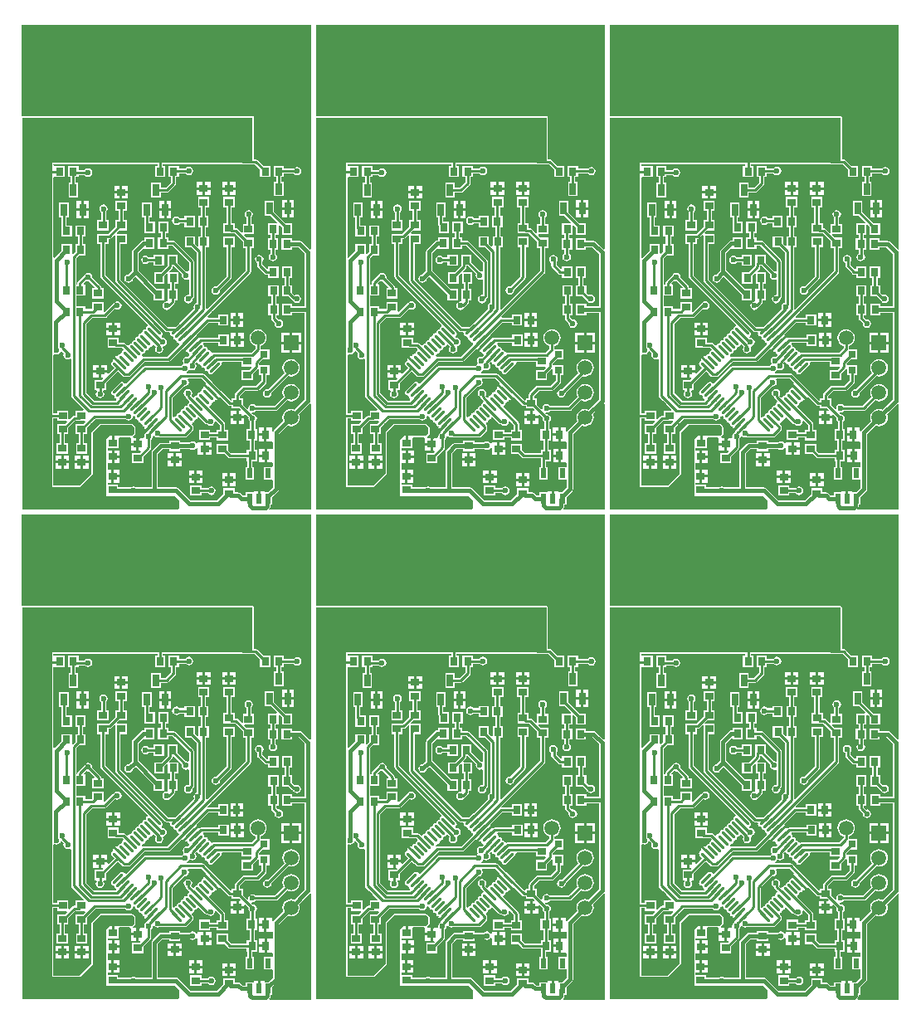
<source format=gtl>
G04*
G04 #@! TF.GenerationSoftware,Altium Limited,Altium Designer,20.1.11 (218)*
G04*
G04 Layer_Physical_Order=1*
G04 Layer_Color=255*
%FSLAX25Y25*%
%MOIN*%
G70*
G04*
G04 #@! TF.SameCoordinates,9421AAF7-A1CE-47F4-AB83-8062CB6876A7*
G04*
G04*
G04 #@! TF.FilePolarity,Positive*
G04*
G01*
G75*
%ADD10R,0.02756X0.04921*%
%ADD11R,0.03543X0.03150*%
%ADD12R,0.05906X0.05906*%
%ADD13C,0.05906*%
%ADD14R,0.03150X0.03543*%
%ADD15R,0.03150X0.03150*%
%ADD16R,0.02362X0.03937*%
G04:AMPARAMS|DCode=17|XSize=59.06mil|YSize=10.63mil|CornerRadius=0mil|HoleSize=0mil|Usage=FLASHONLY|Rotation=135.000|XOffset=0mil|YOffset=0mil|HoleType=Round|Shape=Round|*
%AMOVALD17*
21,1,0.04842,0.01063,0.00000,0.00000,135.0*
1,1,0.01063,0.01712,-0.01712*
1,1,0.01063,-0.01712,0.01712*
%
%ADD17OVALD17*%

G04:AMPARAMS|DCode=18|XSize=10.63mil|YSize=59.06mil|CornerRadius=0mil|HoleSize=0mil|Usage=FLASHONLY|Rotation=135.000|XOffset=0mil|YOffset=0mil|HoleType=Round|Shape=Round|*
%AMOVALD18*
21,1,0.04842,0.01063,0.00000,0.00000,225.0*
1,1,0.01063,0.01712,0.01712*
1,1,0.01063,-0.01712,-0.01712*
%
%ADD18OVALD18*%

%ADD19C,0.01000*%
%ADD20C,0.01500*%
%ADD21R,0.12008X1.57500*%
%ADD22R,0.11811X0.28346*%
%ADD23R,0.90146X0.18200*%
%ADD24C,0.02362*%
G36*
X560311Y404545D02*
X559811Y404338D01*
X556720Y407429D01*
X556307Y407705D01*
X555819Y407802D01*
X552677D01*
Y408799D01*
X548527D01*
Y404256D01*
X552677D01*
Y405253D01*
X555291D01*
X557891Y402653D01*
Y381424D01*
X552874D01*
Y382421D01*
X548724D01*
Y377878D01*
X552874D01*
Y378875D01*
X557891D01*
Y344142D01*
X553742Y339993D01*
X553275Y340187D01*
X552374Y340305D01*
X551473Y340187D01*
X550633Y339839D01*
X549911Y339285D01*
X549358Y338564D01*
X549010Y337724D01*
X548891Y336823D01*
X549010Y335922D01*
X549203Y335455D01*
X545370Y331622D01*
X545113Y331237D01*
X545077Y331231D01*
X544613Y331474D01*
Y332724D01*
X542539D01*
Y329953D01*
Y327181D01*
X544497D01*
X544613Y327181D01*
X544997Y326901D01*
Y324642D01*
X544712Y324260D01*
X544497Y324260D01*
X542637D01*
Y321488D01*
Y318717D01*
X544497D01*
X544712Y318717D01*
X544997Y318335D01*
Y317429D01*
X544902Y316968D01*
X544497Y316968D01*
X541539D01*
Y312031D01*
X544902Y312031D01*
X544997Y311571D01*
Y308630D01*
X543099Y306732D01*
X541661D01*
Y307232D01*
X539980D01*
Y304264D01*
X538980D01*
Y307232D01*
X537299D01*
Y306733D01*
X534059D01*
Y305539D01*
X532837D01*
X531967Y306408D01*
X531554Y306684D01*
X531066Y306781D01*
X529646D01*
Y308406D01*
X525102D01*
Y306059D01*
X522515Y303471D01*
X511957D01*
X507015Y308413D01*
X506602Y308689D01*
X506114Y308786D01*
X498826D01*
Y322338D01*
X500638Y324151D01*
X503350D01*
Y323350D01*
X507894D01*
Y324249D01*
X511787D01*
X512250Y323940D01*
X512906Y323810D01*
X513561Y323940D01*
X514117Y324312D01*
X514358Y324672D01*
X514858Y324520D01*
Y321768D01*
X517130D01*
Y324343D01*
Y326918D01*
X514858D01*
Y326527D01*
X514358Y326375D01*
X514117Y326736D01*
X513561Y327107D01*
X512906Y327238D01*
X512250Y327107D01*
X511787Y326798D01*
X507894D01*
Y327500D01*
X503350D01*
Y326700D01*
X500110D01*
X499622Y326603D01*
X499209Y326326D01*
X496650Y323767D01*
X496374Y323354D01*
X496277Y322866D01*
Y308786D01*
X490246D01*
X489883Y309028D01*
X489227Y309159D01*
X488572Y309028D01*
X488209Y308786D01*
X482894D01*
Y309784D01*
X478604D01*
X478604Y310646D01*
X480122D01*
Y313221D01*
Y315795D01*
X478604D01*
Y318520D01*
X480319D01*
Y321095D01*
Y323670D01*
X478604D01*
Y324532D01*
X483090D01*
Y328681D01*
X483492Y328919D01*
X487584Y328919D01*
X487988Y328419D01*
Y326614D01*
X490260D01*
Y328689D01*
X489048D01*
X488891Y329189D01*
X489666Y329964D01*
X489825Y330346D01*
X489825Y330346D01*
X489825Y332905D01*
X489825Y332906D01*
X489666Y333288D01*
X489666Y333288D01*
X488780Y334174D01*
X488780Y334174D01*
X488398Y334333D01*
X488398Y334332D01*
X475799Y334332D01*
X475799Y334332D01*
X475417Y334174D01*
X472365Y331123D01*
X472207Y330740D01*
X472207Y330740D01*
X472207Y314331D01*
X467406Y309529D01*
X456852D01*
Y336610D01*
X458370D01*
Y335555D01*
X462180D01*
X462371Y335093D01*
X461472Y334193D01*
X458370D01*
Y330044D01*
X459425D01*
Y326515D01*
X458173D01*
Y322366D01*
X462716D01*
Y326515D01*
X461465D01*
Y330044D01*
X462913D01*
Y332751D01*
X465697Y335536D01*
X467047D01*
X467146Y335555D01*
X469463D01*
X469654Y335093D01*
X468755Y334194D01*
X465850D01*
Y330044D01*
X467201D01*
Y326516D01*
X465949D01*
Y322366D01*
X470492D01*
Y326516D01*
X469240D01*
Y330044D01*
X470394D01*
Y332949D01*
X473760Y336315D01*
X485679D01*
X485808Y336123D01*
X486364Y335751D01*
X487020Y335621D01*
X487676Y335751D01*
X488232Y336123D01*
X488603Y336679D01*
X488690Y337113D01*
X488762Y337195D01*
X489135Y337431D01*
X489220Y337452D01*
X489428Y337410D01*
X489769Y337069D01*
X489849Y336667D01*
X490077Y336326D01*
X490418Y336098D01*
X490821Y336018D01*
X491160Y335678D01*
X491240Y335276D01*
X491468Y334934D01*
X491809Y334706D01*
X492212Y334626D01*
X492553Y334285D01*
X492633Y333883D01*
X492861Y333542D01*
X493202Y333314D01*
X493506Y333253D01*
X493434Y332894D01*
X493553Y332297D01*
X493608Y332214D01*
X496354Y334960D01*
X497061Y334253D01*
X494310Y331501D01*
X494316Y331495D01*
X494446Y331101D01*
X494420Y330938D01*
X493878Y330576D01*
X493507Y330020D01*
X493376Y329364D01*
X493411Y329189D01*
X493001Y328689D01*
X491260D01*
Y326114D01*
Y323539D01*
X491798D01*
X491989Y323077D01*
X491590Y322678D01*
X488488D01*
Y318528D01*
X493032D01*
Y321236D01*
X495811Y324016D01*
X496032Y324346D01*
X496110Y324737D01*
Y328023D01*
X496302Y328152D01*
X496674Y328708D01*
X496803Y329358D01*
X496825Y329372D01*
X497277Y329547D01*
X497422Y329331D01*
X497978Y328960D01*
X498634Y328829D01*
X499290Y328960D01*
X499344Y328996D01*
X499576Y328950D01*
X509773D01*
X510163Y329028D01*
X510494Y329249D01*
X512824Y331579D01*
X513045Y331910D01*
X513123Y332300D01*
Y333129D01*
X513045Y333519D01*
X512824Y333850D01*
X512521Y334153D01*
X512686Y334695D01*
X512741Y334706D01*
X513083Y334934D01*
X513310Y335275D01*
X513391Y335678D01*
X513731Y336017D01*
X514133Y336097D01*
X514474Y336325D01*
X514703Y336666D01*
X514711Y336708D01*
X515253Y336872D01*
X517677Y334448D01*
X518008Y334227D01*
X518398Y334150D01*
X518652D01*
X518780Y333957D01*
X519336Y333586D01*
X519992Y333455D01*
X520648Y333586D01*
X521204Y333957D01*
X521576Y334513D01*
X521706Y335169D01*
X521674Y335329D01*
X522135Y335575D01*
X523795Y333915D01*
Y331830D01*
X522543D01*
Y330873D01*
X519902D01*
Y331929D01*
X515358D01*
Y327779D01*
X519902D01*
Y328834D01*
X522543D01*
Y327681D01*
X527087D01*
Y331830D01*
X525835D01*
Y334337D01*
X525757Y334727D01*
X525536Y335058D01*
X519482Y341112D01*
X519647Y341654D01*
X519701Y341665D01*
X520042Y341893D01*
X520270Y342234D01*
X520350Y342637D01*
X520691Y342978D01*
X521093Y343058D01*
X521434Y343286D01*
X521662Y343627D01*
X521723Y343931D01*
X522083Y343859D01*
X522680Y343978D01*
X522763Y344033D01*
X520017Y346779D01*
X517271Y349525D01*
X517216Y349442D01*
X517097Y348845D01*
X517168Y348486D01*
X516864Y348425D01*
X516523Y348197D01*
X516295Y347856D01*
X516215Y347453D01*
X515874Y347112D01*
X515472Y347032D01*
X515131Y346804D01*
X514903Y346463D01*
X514823Y346061D01*
X514482Y345721D01*
X514080Y345641D01*
X513739Y345413D01*
X513511Y345072D01*
X513500Y345017D01*
X512957Y344852D01*
X512263Y345547D01*
X512521Y345933D01*
X512651Y346589D01*
X512521Y347245D01*
X512149Y347801D01*
X511593Y348172D01*
X510937Y348303D01*
X510282Y348172D01*
X509725Y347801D01*
X509354Y347245D01*
X509223Y346589D01*
X509354Y345933D01*
X509725Y345377D01*
X510200Y345060D01*
X510256Y344779D01*
X510477Y344448D01*
X511515Y343411D01*
X511350Y342868D01*
X511296Y342857D01*
X510955Y342629D01*
X510727Y342288D01*
X510647Y341886D01*
X510307Y341545D01*
X509904Y341465D01*
X509563Y341237D01*
X509335Y340896D01*
X509255Y340493D01*
X508915Y340154D01*
X508512Y340073D01*
X508171Y339846D01*
X507943Y339504D01*
X507863Y339102D01*
X507523Y338761D01*
X507120Y338681D01*
X506779Y338453D01*
X506551Y338112D01*
X506471Y337709D01*
X506131Y337370D01*
X505728Y337290D01*
X505387Y337062D01*
X505272Y336889D01*
X504772Y337040D01*
Y344786D01*
X509332Y349347D01*
X509559Y349302D01*
X510215Y349432D01*
X510771Y349804D01*
X511143Y350360D01*
X511273Y351016D01*
X511143Y351672D01*
X510886Y352055D01*
X511112Y352555D01*
X516291D01*
X518083Y350763D01*
X517950Y350260D01*
X520724Y347486D01*
X523498Y344712D01*
X524001Y344845D01*
X527115Y341731D01*
X527446Y341510D01*
X527836Y341432D01*
X528547D01*
Y340377D01*
X531649D01*
X532048Y339978D01*
X531857Y339516D01*
X531319D01*
Y337441D01*
X533591D01*
Y337782D01*
X534053Y337973D01*
X535268Y336758D01*
X535206Y336449D01*
X535337Y335793D01*
X535708Y335237D01*
X535901Y335108D01*
Y332224D01*
X534453D01*
Y327681D01*
X535606D01*
Y323760D01*
X534551D01*
Y322508D01*
X528190D01*
X527087Y323612D01*
Y326319D01*
X522543D01*
Y322170D01*
X525645D01*
X527047Y320767D01*
X527378Y320546D01*
X527768Y320469D01*
X534551D01*
Y319216D01*
X534721D01*
Y316969D01*
X534059D01*
Y312032D01*
X537422D01*
Y316969D01*
X536760D01*
Y319216D01*
X538701D01*
Y323760D01*
X537646D01*
Y327681D01*
X538602D01*
Y332224D01*
X537940D01*
Y335108D01*
X538132Y335237D01*
X538504Y335793D01*
X538634Y336449D01*
X538504Y337105D01*
X538132Y337661D01*
X537576Y338032D01*
X536920Y338163D01*
X536809Y338141D01*
X536481Y338493D01*
X536705Y338912D01*
X536921Y338869D01*
X537577Y338999D01*
X538133Y339371D01*
X538262Y339563D01*
X546134D01*
X546524Y339641D01*
X546855Y339862D01*
X550751Y343758D01*
X551473Y343459D01*
X552374Y343340D01*
X553275Y343459D01*
X554115Y343807D01*
X554837Y344360D01*
X555390Y345082D01*
X555738Y345921D01*
X555857Y346823D01*
X555738Y347724D01*
X555390Y348564D01*
X554837Y349285D01*
X554115Y349839D01*
X553275Y350187D01*
X552374Y350305D01*
X551473Y350187D01*
X550633Y349839D01*
X549911Y349285D01*
X549358Y348564D01*
X549010Y347724D01*
X548891Y346823D01*
X549010Y345921D01*
X549309Y345200D01*
X545712Y341602D01*
X538262D01*
X538133Y341795D01*
X537577Y342166D01*
X536921Y342297D01*
X536265Y342166D01*
X535709Y341795D01*
X535338Y341239D01*
X535207Y340583D01*
X535250Y340367D01*
X534789Y340120D01*
X533090Y341819D01*
Y344527D01*
X531839D01*
Y345574D01*
X533899Y347634D01*
X538902D01*
X539292Y347711D01*
X539622Y347933D01*
X542282Y350592D01*
X542503Y350923D01*
X542581Y351313D01*
Y353864D01*
X543636D01*
Y358014D01*
X539486D01*
X539312Y358442D01*
Y358571D01*
X540901Y360159D01*
X543608D01*
Y364309D01*
X540141D01*
X540106Y364351D01*
Y365516D01*
X540828Y365815D01*
X541549Y366368D01*
X542103Y367089D01*
X542451Y367929D01*
X542569Y368831D01*
X542451Y369732D01*
X542103Y370572D01*
X541549Y371293D01*
X540828Y371847D01*
X539988Y372195D01*
X539087Y372313D01*
X538185Y372195D01*
X537345Y371847D01*
X536624Y371293D01*
X536071Y370572D01*
X535723Y369732D01*
X535604Y368831D01*
X535723Y367929D01*
X536071Y367089D01*
X536624Y366368D01*
X537345Y365815D01*
X538067Y365516D01*
Y364689D01*
X538017Y364613D01*
X538007Y364568D01*
X536416Y362976D01*
X521292D01*
X520902Y362898D01*
X520839Y362856D01*
X520287Y363083D01*
X520270Y363167D01*
X520042Y363508D01*
X519701Y363736D01*
X519298Y363816D01*
X518959Y364156D01*
X518879Y364558D01*
X518651Y364899D01*
X518309Y365127D01*
X517907Y365207D01*
X517566Y365548D01*
X517486Y365951D01*
X517258Y366292D01*
X517059Y366425D01*
X517210Y366925D01*
X523134D01*
Y365673D01*
X527283D01*
Y370216D01*
X523134D01*
Y368965D01*
X516146D01*
X515755Y368887D01*
X515699Y368849D01*
X515495Y368881D01*
X515125Y369020D01*
X512372Y366267D01*
X509626Y363521D01*
X509709Y363465D01*
X510306Y363347D01*
X510667Y363418D01*
X510727Y363113D01*
X510955Y362772D01*
X511297Y362544D01*
X511336Y362536D01*
X511500Y361993D01*
X510839Y361332D01*
X510543Y361391D01*
X509887Y361261D01*
X509331Y360889D01*
X508960Y360333D01*
X508829Y359677D01*
X508960Y359021D01*
X509154Y358730D01*
X509104Y358245D01*
X508994Y358139D01*
X508544Y357838D01*
X508415Y357646D01*
X493674D01*
X493284Y357568D01*
X492953Y357347D01*
X486026Y350420D01*
X485483Y350584D01*
X485472Y350640D01*
X485244Y350981D01*
X484903Y351209D01*
X484501Y351290D01*
X484098Y351209D01*
X483757Y350981D01*
X480333Y347557D01*
X480105Y347216D01*
X480025Y346814D01*
X480105Y346411D01*
X480333Y346070D01*
X480674Y345842D01*
X481076Y345762D01*
X481417Y345421D01*
X481497Y345019D01*
X481725Y344677D01*
X481990Y344500D01*
X482112Y343983D01*
X482114Y343966D01*
X481873Y343669D01*
X473126D01*
X470051Y346745D01*
Y374435D01*
X472458Y376843D01*
X473369D01*
X473488Y376866D01*
X477571D01*
X477961Y376944D01*
X478292Y377165D01*
X481594Y380467D01*
X481935Y380239D01*
X482590Y380109D01*
X483247Y380239D01*
X483803Y380611D01*
X484174Y381167D01*
X484305Y381823D01*
X484174Y382479D01*
X483803Y383035D01*
X483247Y383406D01*
X482590Y383537D01*
X481935Y383406D01*
X481379Y383035D01*
X481210Y382783D01*
X481118Y382765D01*
X480787Y382544D01*
X477587Y379344D01*
X477087Y379551D01*
Y383308D01*
X472543D01*
Y380600D01*
X472325Y380382D01*
X469606D01*
Y381634D01*
X465976D01*
Y385752D01*
X469606D01*
Y390295D01*
X469196D01*
X468989Y390795D01*
X469999Y391805D01*
X470222Y391657D01*
X470878Y391526D01*
X471105Y391571D01*
X473396Y389280D01*
X473204Y388819D01*
X472543D01*
Y384669D01*
X477087D01*
Y388819D01*
X476031D01*
Y389106D01*
X475954Y389496D01*
X475733Y389827D01*
X472547Y393013D01*
X472592Y393240D01*
X472462Y393896D01*
X472090Y394452D01*
X471534Y394824D01*
X470878Y394954D01*
X470222Y394824D01*
X469666Y394452D01*
X469392Y394042D01*
X469271Y393961D01*
X466810Y391500D01*
X466589Y391169D01*
X466511Y390779D01*
Y390295D01*
X465976D01*
Y400873D01*
X467095Y401992D01*
X469803D01*
Y406535D01*
X468748D01*
Y409472D01*
X469803D01*
Y414016D01*
X465653D01*
Y409472D01*
X466708D01*
Y406535D01*
X465653D01*
Y403434D01*
X464754Y402535D01*
X464292Y402726D01*
Y406535D01*
X460142D01*
Y403794D01*
X457352Y401005D01*
X456852Y401212D01*
Y433234D01*
X457288Y433390D01*
Y433390D01*
X461437D01*
Y437933D01*
X457288D01*
Y437933D01*
X456852Y438089D01*
Y438609D01*
X498697D01*
Y437933D01*
X497642D01*
Y433390D01*
X501792D01*
Y437933D01*
X500737D01*
Y438609D01*
X536921D01*
X536973Y438631D01*
X537727D01*
X539866Y436491D01*
Y433390D01*
X544016D01*
Y437933D01*
X541308D01*
X538870Y440371D01*
X538539Y440592D01*
X538149Y440670D01*
X537462D01*
Y457350D01*
X537304Y457733D01*
X536921Y457892D01*
X444303D01*
X444240Y457934D01*
Y494681D01*
X560311D01*
Y404545D01*
D02*
G37*
G36*
X442201D02*
X441701Y404338D01*
X438610Y407429D01*
X438196Y407705D01*
X437709Y407802D01*
X434566D01*
Y408799D01*
X430417D01*
Y404256D01*
X434566D01*
Y405253D01*
X437181D01*
X439781Y402653D01*
Y381424D01*
X434763D01*
Y382421D01*
X430614D01*
Y377878D01*
X434763D01*
Y378875D01*
X439781D01*
Y344142D01*
X435632Y339993D01*
X435165Y340187D01*
X434264Y340305D01*
X433362Y340187D01*
X432522Y339839D01*
X431801Y339285D01*
X431248Y338564D01*
X430900Y337724D01*
X430781Y336823D01*
X430900Y335922D01*
X431093Y335455D01*
X427260Y331622D01*
X427003Y331237D01*
X426966Y331231D01*
X426503Y331474D01*
Y332724D01*
X424428D01*
Y329953D01*
Y327181D01*
X426387D01*
X426503Y327181D01*
X426887Y326901D01*
Y324642D01*
X426602Y324260D01*
X426387Y324260D01*
X424527D01*
Y321488D01*
Y318717D01*
X426387D01*
X426602Y318717D01*
X426887Y318335D01*
Y317429D01*
X426791Y316968D01*
X426387Y316968D01*
X423429D01*
Y312031D01*
X426791Y312031D01*
X426887Y311571D01*
Y308630D01*
X424989Y306732D01*
X423551D01*
Y307232D01*
X421870D01*
Y304264D01*
X420870D01*
Y307232D01*
X419189D01*
Y306733D01*
X415949D01*
Y305539D01*
X414727D01*
X413857Y306408D01*
X413444Y306684D01*
X412956Y306781D01*
X411535D01*
Y308406D01*
X406992D01*
Y306059D01*
X404404Y303471D01*
X393847D01*
X388905Y308413D01*
X388492Y308689D01*
X388004Y308786D01*
X380715D01*
Y322338D01*
X382528Y324151D01*
X385240D01*
Y323350D01*
X389783D01*
Y324249D01*
X393677D01*
X394139Y323940D01*
X394795Y323810D01*
X395451Y323940D01*
X396007Y324312D01*
X396248Y324672D01*
X396748Y324520D01*
Y321768D01*
X399020D01*
Y324343D01*
Y326918D01*
X396748D01*
Y326527D01*
X396248Y326375D01*
X396007Y326736D01*
X395451Y327107D01*
X394795Y327238D01*
X394139Y327107D01*
X393677Y326798D01*
X389783D01*
Y327500D01*
X385240D01*
Y326700D01*
X382000D01*
X381512Y326603D01*
X381099Y326326D01*
X378540Y323767D01*
X378263Y323354D01*
X378166Y322866D01*
Y308786D01*
X372136D01*
X371773Y309028D01*
X371117Y309159D01*
X370461Y309028D01*
X370099Y308786D01*
X364783D01*
Y309784D01*
X360494D01*
X360494Y310646D01*
X362012D01*
Y313221D01*
Y315795D01*
X360494D01*
Y318520D01*
X362209D01*
Y321095D01*
Y323670D01*
X360494D01*
Y324532D01*
X364980D01*
Y328681D01*
X365382Y328919D01*
X369473Y328919D01*
X369878Y328419D01*
Y326614D01*
X372150D01*
Y328689D01*
X370938D01*
X370781Y329189D01*
X371556Y329964D01*
X371714Y330346D01*
X371714Y330346D01*
X371714Y332905D01*
X371714Y332906D01*
X371556Y333288D01*
X371556Y333288D01*
X370670Y334174D01*
X370670Y334174D01*
X370287Y334333D01*
X370287Y334332D01*
X357689Y334332D01*
X357689Y334332D01*
X357306Y334174D01*
X354255Y331123D01*
X354097Y330740D01*
X354097Y330740D01*
X354097Y314331D01*
X349295Y309529D01*
X338742D01*
Y336610D01*
X340260D01*
Y335555D01*
X344069D01*
X344261Y335093D01*
X343361Y334193D01*
X340260D01*
Y330044D01*
X341315D01*
Y326515D01*
X340063D01*
Y322366D01*
X344606D01*
Y326515D01*
X343354D01*
Y330044D01*
X344803D01*
Y332751D01*
X347587Y335536D01*
X348937D01*
X349036Y335555D01*
X351353D01*
X351544Y335093D01*
X350645Y334194D01*
X347740D01*
Y330044D01*
X349091D01*
Y326516D01*
X347839D01*
Y322366D01*
X352382D01*
Y326516D01*
X351130D01*
Y330044D01*
X352283D01*
Y332949D01*
X355650Y336315D01*
X367569D01*
X367698Y336123D01*
X368253Y335751D01*
X368910Y335621D01*
X369565Y335751D01*
X370122Y336123D01*
X370493Y336679D01*
X370580Y337113D01*
X370652Y337195D01*
X371025Y337431D01*
X371110Y337452D01*
X371318Y337410D01*
X371659Y337069D01*
X371739Y336667D01*
X371967Y336326D01*
X372308Y336098D01*
X372710Y336018D01*
X373050Y335678D01*
X373130Y335276D01*
X373358Y334934D01*
X373699Y334706D01*
X374102Y334626D01*
X374443Y334285D01*
X374523Y333883D01*
X374751Y333542D01*
X375092Y333314D01*
X375395Y333253D01*
X375324Y332894D01*
X375443Y332297D01*
X375498Y332214D01*
X378244Y334960D01*
X378951Y334253D01*
X376199Y331501D01*
X376205Y331495D01*
X376336Y331101D01*
X376309Y330938D01*
X375768Y330576D01*
X375396Y330020D01*
X375266Y329364D01*
X375301Y329189D01*
X374890Y328689D01*
X373150D01*
Y326114D01*
Y323539D01*
X373687D01*
X373879Y323077D01*
X373479Y322678D01*
X370378D01*
Y318528D01*
X374921D01*
Y321236D01*
X377701Y324016D01*
X377922Y324346D01*
X377999Y324737D01*
Y328023D01*
X378192Y328152D01*
X378563Y328708D01*
X378693Y329358D01*
X378714Y329372D01*
X379167Y329547D01*
X379312Y329331D01*
X379868Y328960D01*
X380524Y328829D01*
X381179Y328960D01*
X381234Y328996D01*
X381466Y328950D01*
X391663D01*
X392053Y329028D01*
X392384Y329249D01*
X394714Y331579D01*
X394935Y331910D01*
X395013Y332300D01*
Y333129D01*
X394935Y333519D01*
X394714Y333850D01*
X394411Y334153D01*
X394576Y334695D01*
X394631Y334706D01*
X394972Y334934D01*
X395200Y335275D01*
X395280Y335678D01*
X395621Y336017D01*
X396023Y336097D01*
X396364Y336325D01*
X396592Y336666D01*
X396600Y336708D01*
X397143Y336872D01*
X399567Y334448D01*
X399898Y334227D01*
X400288Y334150D01*
X400541D01*
X400670Y333957D01*
X401226Y333586D01*
X401882Y333455D01*
X402538Y333586D01*
X403094Y333957D01*
X403465Y334513D01*
X403596Y335169D01*
X403564Y335329D01*
X404025Y335575D01*
X405685Y333915D01*
Y331830D01*
X404433D01*
Y330873D01*
X401791D01*
Y331929D01*
X397248D01*
Y327779D01*
X401791D01*
Y328834D01*
X404433D01*
Y327681D01*
X408976D01*
Y331830D01*
X407724D01*
Y334337D01*
X407647Y334727D01*
X407426Y335058D01*
X401372Y341112D01*
X401537Y341654D01*
X401591Y341665D01*
X401932Y341893D01*
X402160Y342234D01*
X402240Y342637D01*
X402580Y342978D01*
X402983Y343058D01*
X403324Y343286D01*
X403552Y343627D01*
X403612Y343931D01*
X403972Y343859D01*
X404570Y343978D01*
X404653Y344033D01*
X401907Y346779D01*
X399161Y349525D01*
X399106Y349442D01*
X398987Y348845D01*
X399058Y348486D01*
X398754Y348425D01*
X398412Y348197D01*
X398184Y347856D01*
X398105Y347453D01*
X397764Y347112D01*
X397362Y347032D01*
X397021Y346804D01*
X396793Y346463D01*
X396712Y346061D01*
X396372Y345721D01*
X395970Y345641D01*
X395629Y345413D01*
X395401Y345072D01*
X395390Y345017D01*
X394847Y344852D01*
X394153Y345547D01*
X394411Y345933D01*
X394541Y346589D01*
X394411Y347245D01*
X394039Y347801D01*
X393483Y348172D01*
X392827Y348303D01*
X392171Y348172D01*
X391615Y347801D01*
X391244Y347245D01*
X391113Y346589D01*
X391244Y345933D01*
X391615Y345377D01*
X392090Y345060D01*
X392146Y344779D01*
X392367Y344448D01*
X393405Y343411D01*
X393240Y342868D01*
X393186Y342857D01*
X392845Y342629D01*
X392617Y342288D01*
X392537Y341886D01*
X392196Y341545D01*
X391794Y341465D01*
X391453Y341237D01*
X391225Y340896D01*
X391145Y340493D01*
X390805Y340154D01*
X390402Y340073D01*
X390061Y339846D01*
X389833Y339504D01*
X389753Y339102D01*
X389412Y338761D01*
X389010Y338681D01*
X388669Y338453D01*
X388441Y338112D01*
X388361Y337709D01*
X388021Y337370D01*
X387618Y337290D01*
X387277Y337062D01*
X387161Y336889D01*
X386661Y337040D01*
Y344786D01*
X391222Y349347D01*
X391449Y349302D01*
X392105Y349432D01*
X392661Y349804D01*
X393032Y350360D01*
X393163Y351016D01*
X393032Y351672D01*
X392776Y352055D01*
X393002Y352555D01*
X398180D01*
X399973Y350763D01*
X399840Y350260D01*
X402614Y347486D01*
X405388Y344712D01*
X405890Y344845D01*
X409004Y341731D01*
X409335Y341510D01*
X409726Y341432D01*
X410437D01*
Y340377D01*
X413538D01*
X413938Y339978D01*
X413747Y339516D01*
X413209D01*
Y337441D01*
X415480D01*
Y337782D01*
X415942Y337973D01*
X417158Y336758D01*
X417096Y336449D01*
X417227Y335793D01*
X417598Y335237D01*
X417791Y335108D01*
Y332224D01*
X416342D01*
Y327681D01*
X417496D01*
Y323760D01*
X416441D01*
Y322508D01*
X410080D01*
X408976Y323612D01*
Y326319D01*
X404433D01*
Y322170D01*
X407534D01*
X408937Y320767D01*
X409268Y320546D01*
X409658Y320469D01*
X416441D01*
Y319216D01*
X416611D01*
Y316969D01*
X415949D01*
Y312032D01*
X419312D01*
Y316969D01*
X418650D01*
Y319216D01*
X420590D01*
Y323760D01*
X419535D01*
Y327681D01*
X420492D01*
Y332224D01*
X419830D01*
Y335108D01*
X420022Y335237D01*
X420394Y335793D01*
X420524Y336449D01*
X420394Y337105D01*
X420022Y337661D01*
X419466Y338032D01*
X418810Y338163D01*
X418699Y338141D01*
X418371Y338493D01*
X418595Y338912D01*
X418811Y338869D01*
X419467Y338999D01*
X420023Y339371D01*
X420152Y339563D01*
X428024D01*
X428414Y339641D01*
X428745Y339862D01*
X432641Y343758D01*
X433362Y343459D01*
X434264Y343340D01*
X435165Y343459D01*
X436005Y343807D01*
X436726Y344360D01*
X437280Y345082D01*
X437628Y345921D01*
X437746Y346823D01*
X437628Y347724D01*
X437280Y348564D01*
X436726Y349285D01*
X436005Y349839D01*
X435165Y350187D01*
X434264Y350305D01*
X433362Y350187D01*
X432522Y349839D01*
X431801Y349285D01*
X431248Y348564D01*
X430900Y347724D01*
X430781Y346823D01*
X430900Y345921D01*
X431199Y345200D01*
X427601Y341602D01*
X420152D01*
X420023Y341795D01*
X419467Y342166D01*
X418811Y342297D01*
X418155Y342166D01*
X417599Y341795D01*
X417228Y341239D01*
X417097Y340583D01*
X417140Y340367D01*
X416679Y340120D01*
X414980Y341819D01*
Y344527D01*
X413728D01*
Y345574D01*
X415789Y347634D01*
X420791D01*
X421181Y347711D01*
X421512Y347933D01*
X424172Y350592D01*
X424393Y350923D01*
X424470Y351313D01*
Y353864D01*
X425526D01*
Y358014D01*
X421376D01*
X421202Y358442D01*
Y358571D01*
X422790Y360159D01*
X425498D01*
Y364309D01*
X422031D01*
X421996Y364351D01*
Y365516D01*
X422718Y365815D01*
X423439Y366368D01*
X423992Y367089D01*
X424340Y367929D01*
X424459Y368831D01*
X424340Y369732D01*
X423992Y370572D01*
X423439Y371293D01*
X422718Y371847D01*
X421878Y372195D01*
X420976Y372313D01*
X420075Y372195D01*
X419235Y371847D01*
X418514Y371293D01*
X417960Y370572D01*
X417613Y369732D01*
X417494Y368831D01*
X417613Y367929D01*
X417960Y367089D01*
X418514Y366368D01*
X419235Y365815D01*
X419957Y365516D01*
Y364689D01*
X419906Y364613D01*
X419897Y364568D01*
X418306Y362976D01*
X403182D01*
X402792Y362898D01*
X402729Y362856D01*
X402176Y363083D01*
X402160Y363167D01*
X401932Y363508D01*
X401590Y363736D01*
X401188Y363816D01*
X400848Y364156D01*
X400768Y364558D01*
X400540Y364899D01*
X400199Y365127D01*
X399797Y365207D01*
X399456Y365548D01*
X399376Y365951D01*
X399148Y366292D01*
X398948Y366425D01*
X399100Y366925D01*
X405024D01*
Y365673D01*
X409173D01*
Y370216D01*
X405024D01*
Y368965D01*
X398035D01*
X397645Y368887D01*
X397589Y368849D01*
X397385Y368881D01*
X397015Y369020D01*
X394262Y366267D01*
X391516Y363521D01*
X391599Y363465D01*
X392196Y363347D01*
X392556Y363418D01*
X392617Y363113D01*
X392845Y362772D01*
X393186Y362544D01*
X393226Y362536D01*
X393390Y361993D01*
X392729Y361332D01*
X392433Y361391D01*
X391777Y361261D01*
X391221Y360889D01*
X390849Y360333D01*
X390719Y359677D01*
X390849Y359021D01*
X391044Y358730D01*
X390993Y358245D01*
X390884Y358139D01*
X390434Y357838D01*
X390305Y357646D01*
X375564D01*
X375174Y357568D01*
X374843Y357347D01*
X367916Y350420D01*
X367373Y350584D01*
X367362Y350640D01*
X367134Y350981D01*
X366793Y351209D01*
X366390Y351290D01*
X365988Y351209D01*
X365647Y350981D01*
X362223Y347557D01*
X361995Y347216D01*
X361914Y346814D01*
X361995Y346411D01*
X362223Y346070D01*
X362564Y345842D01*
X362966Y345762D01*
X363307Y345421D01*
X363387Y345019D01*
X363615Y344677D01*
X363880Y344500D01*
X364002Y343983D01*
X364003Y343966D01*
X363763Y343669D01*
X355016D01*
X351940Y346745D01*
Y374435D01*
X354347Y376843D01*
X355259D01*
X355377Y376866D01*
X359461D01*
X359851Y376944D01*
X360182Y377165D01*
X363484Y380467D01*
X363824Y380239D01*
X364480Y380109D01*
X365136Y380239D01*
X365692Y380611D01*
X366064Y381167D01*
X366194Y381823D01*
X366064Y382479D01*
X365692Y383035D01*
X365136Y383406D01*
X364480Y383537D01*
X363824Y383406D01*
X363268Y383035D01*
X363100Y382783D01*
X363007Y382765D01*
X362677Y382544D01*
X359476Y379344D01*
X358976Y379551D01*
Y383308D01*
X354433D01*
Y380600D01*
X354215Y380382D01*
X351496D01*
Y381634D01*
X347866D01*
Y385752D01*
X351496D01*
Y390295D01*
X351086D01*
X350879Y390795D01*
X351889Y391805D01*
X352112Y391657D01*
X352768Y391526D01*
X352995Y391571D01*
X355286Y389280D01*
X355094Y388819D01*
X354433D01*
Y384669D01*
X358976D01*
Y388819D01*
X357921D01*
Y389106D01*
X357843Y389496D01*
X357623Y389827D01*
X354437Y393013D01*
X354482Y393240D01*
X354351Y393896D01*
X353980Y394452D01*
X353424Y394824D01*
X352768Y394954D01*
X352112Y394824D01*
X351556Y394452D01*
X351281Y394042D01*
X351161Y393961D01*
X348700Y391500D01*
X348479Y391169D01*
X348401Y390779D01*
Y390295D01*
X347866D01*
Y400873D01*
X348985Y401992D01*
X351693D01*
Y406535D01*
X350637D01*
Y409472D01*
X351693D01*
Y414016D01*
X347543D01*
Y409472D01*
X348598D01*
Y406535D01*
X347543D01*
Y403434D01*
X346643Y402535D01*
X346182Y402726D01*
Y406535D01*
X342032D01*
Y403794D01*
X339242Y401005D01*
X338742Y401212D01*
Y433234D01*
X339178Y433390D01*
Y433390D01*
X343327D01*
Y437933D01*
X339178D01*
Y437933D01*
X338742Y438089D01*
Y438609D01*
X380587D01*
Y437933D01*
X379532D01*
Y433390D01*
X383682D01*
Y437933D01*
X382626D01*
Y438609D01*
X418811D01*
X418863Y438631D01*
X419617D01*
X421756Y436491D01*
Y433390D01*
X425906D01*
Y437933D01*
X423198D01*
X420760Y440371D01*
X420429Y440592D01*
X420039Y440670D01*
X419352D01*
Y457350D01*
X419194Y457733D01*
X418811Y457892D01*
X326193D01*
X326130Y457934D01*
Y494681D01*
X442201D01*
Y404545D01*
D02*
G37*
G36*
X324091D02*
X323591Y404338D01*
X320500Y407429D01*
X320086Y407705D01*
X319598Y407802D01*
X316456D01*
Y408799D01*
X312307D01*
Y404256D01*
X316456D01*
Y405253D01*
X319071D01*
X321670Y402653D01*
Y381424D01*
X316653D01*
Y382421D01*
X312504D01*
Y377878D01*
X316653D01*
Y378875D01*
X321670D01*
Y344142D01*
X317522Y339993D01*
X317055Y340187D01*
X316154Y340305D01*
X315252Y340187D01*
X314412Y339839D01*
X313691Y339285D01*
X313138Y338564D01*
X312790Y337724D01*
X312671Y336823D01*
X312790Y335922D01*
X312983Y335455D01*
X309150Y331622D01*
X308893Y331237D01*
X308856Y331231D01*
X308393Y331474D01*
Y332724D01*
X306318D01*
Y329953D01*
Y327181D01*
X308277D01*
X308393Y327181D01*
X308777Y326901D01*
Y324642D01*
X308491Y324260D01*
X308277Y324260D01*
X306417D01*
Y321488D01*
Y318717D01*
X308277D01*
X308491Y318717D01*
X308777Y318335D01*
Y317429D01*
X308681Y316968D01*
X308277Y316968D01*
X305319D01*
Y312031D01*
X308681Y312031D01*
X308777Y311571D01*
Y308630D01*
X306878Y306732D01*
X305441D01*
Y307232D01*
X303760D01*
Y304264D01*
X302760D01*
Y307232D01*
X301078D01*
Y306733D01*
X297838D01*
Y305539D01*
X296616D01*
X295747Y306408D01*
X295333Y306684D01*
X294846Y306781D01*
X293425D01*
Y308406D01*
X288882D01*
Y306059D01*
X286294Y303471D01*
X275736D01*
X270795Y308413D01*
X270381Y308689D01*
X269894Y308786D01*
X262605D01*
Y322338D01*
X264418Y324151D01*
X267130D01*
Y323350D01*
X271673D01*
Y324249D01*
X275567D01*
X276029Y323940D01*
X276685Y323810D01*
X277341Y323940D01*
X277897Y324312D01*
X278138Y324672D01*
X278638Y324520D01*
Y321768D01*
X280909D01*
Y324343D01*
Y326918D01*
X278638D01*
Y326527D01*
X278138Y326375D01*
X277897Y326736D01*
X277341Y327107D01*
X276685Y327238D01*
X276029Y327107D01*
X275567Y326798D01*
X271673D01*
Y327500D01*
X267130D01*
Y326700D01*
X263890D01*
X263402Y326603D01*
X262988Y326326D01*
X260430Y323767D01*
X260153Y323354D01*
X260056Y322866D01*
Y308786D01*
X254025D01*
X253663Y309028D01*
X253007Y309159D01*
X252351Y309028D01*
X251989Y308786D01*
X246673D01*
Y309784D01*
X242384D01*
X242384Y310646D01*
X243902D01*
Y313221D01*
Y315795D01*
X242384D01*
Y318520D01*
X244098D01*
Y321095D01*
Y323670D01*
X242384D01*
Y324532D01*
X246870D01*
Y328681D01*
X247271Y328919D01*
X251363Y328919D01*
X251768Y328419D01*
Y326614D01*
X254039D01*
Y328689D01*
X252828D01*
X252671Y329189D01*
X253446Y329964D01*
X253604Y330346D01*
X253604Y330346D01*
X253604Y332905D01*
X253604Y332906D01*
X253446Y333288D01*
X253446Y333288D01*
X252560Y334174D01*
X252560Y334174D01*
X252177Y334333D01*
X252177Y334332D01*
X239579Y334332D01*
X239579Y334332D01*
X239196Y334174D01*
X236145Y331123D01*
X235986Y330740D01*
X235986Y330740D01*
X235986Y314331D01*
X231185Y309529D01*
X220632D01*
Y336610D01*
X222150D01*
Y335555D01*
X225959D01*
X226150Y335093D01*
X225251Y334193D01*
X222150D01*
Y330044D01*
X223205D01*
Y326515D01*
X221953D01*
Y322366D01*
X226496D01*
Y326515D01*
X225244D01*
Y330044D01*
X226693D01*
Y332751D01*
X229477Y335536D01*
X230827D01*
X230925Y335555D01*
X233243D01*
X233434Y335093D01*
X232534Y334194D01*
X229630D01*
Y330044D01*
X230980D01*
Y326516D01*
X229728D01*
Y322366D01*
X234272D01*
Y326516D01*
X233020D01*
Y330044D01*
X234173D01*
Y332949D01*
X237540Y336315D01*
X249459D01*
X249587Y336123D01*
X250143Y335751D01*
X250799Y335621D01*
X251455Y335751D01*
X252011Y336123D01*
X252383Y336679D01*
X252469Y337113D01*
X252542Y337195D01*
X252914Y337431D01*
X253000Y337452D01*
X253207Y337410D01*
X253548Y337069D01*
X253628Y336667D01*
X253856Y336326D01*
X254198Y336098D01*
X254600Y336018D01*
X254940Y335678D01*
X255020Y335276D01*
X255248Y334934D01*
X255589Y334706D01*
X255991Y334626D01*
X256332Y334285D01*
X256412Y333883D01*
X256640Y333542D01*
X256982Y333314D01*
X257285Y333253D01*
X257214Y332894D01*
X257333Y332297D01*
X257388Y332214D01*
X260134Y334960D01*
X260841Y334253D01*
X258089Y331501D01*
X258095Y331495D01*
X258226Y331101D01*
X258199Y330938D01*
X257658Y330576D01*
X257286Y330020D01*
X257156Y329364D01*
X257190Y329189D01*
X256780Y328689D01*
X255039D01*
Y326114D01*
Y323539D01*
X255577D01*
X255768Y323077D01*
X255369Y322678D01*
X252268D01*
Y318528D01*
X256811D01*
Y321236D01*
X259591Y324016D01*
X259812Y324346D01*
X259889Y324737D01*
Y328023D01*
X260082Y328152D01*
X260453Y328708D01*
X260582Y329358D01*
X260604Y329372D01*
X261057Y329547D01*
X261201Y329331D01*
X261757Y328960D01*
X262413Y328829D01*
X263069Y328960D01*
X263124Y328996D01*
X263356Y328950D01*
X273552D01*
X273942Y329028D01*
X274273Y329249D01*
X276604Y331579D01*
X276825Y331910D01*
X276903Y332300D01*
Y333129D01*
X276825Y333519D01*
X276604Y333850D01*
X276301Y334153D01*
X276466Y334695D01*
X276521Y334706D01*
X276862Y334934D01*
X277090Y335275D01*
X277170Y335678D01*
X277510Y336017D01*
X277913Y336097D01*
X278254Y336325D01*
X278482Y336666D01*
X278490Y336708D01*
X279033Y336872D01*
X281457Y334448D01*
X281787Y334227D01*
X282178Y334150D01*
X282431D01*
X282560Y333957D01*
X283116Y333586D01*
X283772Y333455D01*
X284428Y333586D01*
X284984Y333957D01*
X285355Y334513D01*
X285486Y335169D01*
X285454Y335329D01*
X285915Y335575D01*
X287575Y333915D01*
Y331830D01*
X286323D01*
Y330873D01*
X283681D01*
Y331929D01*
X279138D01*
Y327779D01*
X283681D01*
Y328834D01*
X286323D01*
Y327681D01*
X290866D01*
Y331830D01*
X289614D01*
Y334337D01*
X289536Y334727D01*
X289315Y335058D01*
X283262Y341112D01*
X283426Y341654D01*
X283481Y341665D01*
X283822Y341893D01*
X284050Y342234D01*
X284130Y342637D01*
X284470Y342978D01*
X284873Y343058D01*
X285214Y343286D01*
X285442Y343627D01*
X285502Y343931D01*
X285862Y343859D01*
X286460Y343978D01*
X286542Y344033D01*
X283796Y346779D01*
X281050Y349525D01*
X280995Y349442D01*
X280876Y348845D01*
X280948Y348486D01*
X280644Y348425D01*
X280302Y348197D01*
X280074Y347856D01*
X279994Y347453D01*
X279654Y347112D01*
X279252Y347032D01*
X278910Y346804D01*
X278682Y346463D01*
X278602Y346061D01*
X278262Y345721D01*
X277860Y345641D01*
X277518Y345413D01*
X277290Y345072D01*
X277279Y345017D01*
X276737Y344852D01*
X276042Y345547D01*
X276301Y345933D01*
X276431Y346589D01*
X276301Y347245D01*
X275929Y347801D01*
X275373Y348172D01*
X274717Y348303D01*
X274061Y348172D01*
X273505Y347801D01*
X273133Y347245D01*
X273003Y346589D01*
X273133Y345933D01*
X273505Y345377D01*
X273980Y345060D01*
X274036Y344779D01*
X274257Y344448D01*
X275294Y343411D01*
X275130Y342868D01*
X275076Y342857D01*
X274734Y342629D01*
X274506Y342288D01*
X274426Y341886D01*
X274086Y341545D01*
X273684Y341465D01*
X273342Y341237D01*
X273114Y340896D01*
X273035Y340493D01*
X272694Y340154D01*
X272292Y340073D01*
X271951Y339846D01*
X271723Y339504D01*
X271642Y339102D01*
X271302Y338761D01*
X270900Y338681D01*
X270559Y338453D01*
X270331Y338112D01*
X270251Y337709D01*
X269910Y337370D01*
X269508Y337290D01*
X269167Y337062D01*
X269051Y336889D01*
X268551Y337040D01*
Y344786D01*
X273112Y349347D01*
X273339Y349302D01*
X273994Y349432D01*
X274551Y349804D01*
X274922Y350360D01*
X275053Y351016D01*
X274922Y351672D01*
X274666Y352055D01*
X274892Y352555D01*
X280070D01*
X281862Y350763D01*
X281730Y350260D01*
X284504Y347486D01*
X287277Y344712D01*
X287780Y344845D01*
X290894Y341731D01*
X291225Y341510D01*
X291615Y341432D01*
X292327D01*
Y340377D01*
X295428D01*
X295828Y339978D01*
X295636Y339516D01*
X295098D01*
Y337441D01*
X297370D01*
Y337782D01*
X297832Y337973D01*
X299047Y336758D01*
X298986Y336449D01*
X299116Y335793D01*
X299488Y335237D01*
X299680Y335108D01*
Y332224D01*
X298232D01*
Y327681D01*
X299386D01*
Y323760D01*
X298331D01*
Y322508D01*
X291970D01*
X290866Y323612D01*
Y326319D01*
X286323D01*
Y322170D01*
X289424D01*
X290827Y320767D01*
X291158Y320546D01*
X291548Y320469D01*
X298331D01*
Y319216D01*
X298500D01*
Y316969D01*
X297839D01*
Y312032D01*
X301201D01*
Y316969D01*
X300540D01*
Y319216D01*
X302480D01*
Y323760D01*
X301425D01*
Y327681D01*
X302382D01*
Y332224D01*
X301719D01*
Y335108D01*
X301912Y335237D01*
X302284Y335793D01*
X302414Y336449D01*
X302284Y337105D01*
X301912Y337661D01*
X301356Y338032D01*
X300700Y338163D01*
X300588Y338141D01*
X300261Y338493D01*
X300485Y338912D01*
X300701Y338869D01*
X301357Y338999D01*
X301913Y339371D01*
X302041Y339563D01*
X309913D01*
X310303Y339641D01*
X310634Y339862D01*
X314530Y343758D01*
X315252Y343459D01*
X316154Y343340D01*
X317055Y343459D01*
X317895Y343807D01*
X318616Y344360D01*
X319169Y345082D01*
X319517Y345921D01*
X319636Y346823D01*
X319517Y347724D01*
X319169Y348564D01*
X318616Y349285D01*
X317895Y349839D01*
X317055Y350187D01*
X316154Y350305D01*
X315252Y350187D01*
X314412Y349839D01*
X313691Y349285D01*
X313138Y348564D01*
X312790Y347724D01*
X312671Y346823D01*
X312790Y345921D01*
X313089Y345200D01*
X309491Y341602D01*
X302041D01*
X301913Y341795D01*
X301357Y342166D01*
X300701Y342297D01*
X300045Y342166D01*
X299489Y341795D01*
X299117Y341239D01*
X298987Y340583D01*
X299030Y340367D01*
X298569Y340120D01*
X296870Y341819D01*
Y344527D01*
X295618D01*
Y345574D01*
X297678Y347634D01*
X302681D01*
X303071Y347711D01*
X303402Y347933D01*
X306062Y350592D01*
X306282Y350923D01*
X306360Y351313D01*
Y353864D01*
X307415D01*
Y358014D01*
X303266D01*
X303091Y358442D01*
Y358571D01*
X304680Y360159D01*
X307388D01*
Y364309D01*
X303920D01*
X303886Y364351D01*
Y365516D01*
X304607Y365815D01*
X305329Y366368D01*
X305882Y367089D01*
X306230Y367929D01*
X306349Y368831D01*
X306230Y369732D01*
X305882Y370572D01*
X305329Y371293D01*
X304607Y371847D01*
X303767Y372195D01*
X302866Y372313D01*
X301965Y372195D01*
X301125Y371847D01*
X300404Y371293D01*
X299850Y370572D01*
X299502Y369732D01*
X299384Y368831D01*
X299502Y367929D01*
X299850Y367089D01*
X300404Y366368D01*
X301125Y365815D01*
X301847Y365516D01*
Y364689D01*
X301796Y364613D01*
X301787Y364568D01*
X300195Y362976D01*
X285072D01*
X284682Y362898D01*
X284619Y362856D01*
X284066Y363083D01*
X284049Y363167D01*
X283821Y363508D01*
X283480Y363736D01*
X283078Y363816D01*
X282738Y364156D01*
X282658Y364558D01*
X282430Y364899D01*
X282089Y365127D01*
X281686Y365207D01*
X281346Y365548D01*
X281265Y365951D01*
X281037Y366292D01*
X280838Y366425D01*
X280990Y366925D01*
X286913D01*
Y365673D01*
X291063D01*
Y370216D01*
X286913D01*
Y368965D01*
X279925D01*
X279535Y368887D01*
X279479Y368849D01*
X279274Y368881D01*
X278905Y369020D01*
X276151Y366267D01*
X273406Y363521D01*
X273488Y363465D01*
X274086Y363347D01*
X274446Y363418D01*
X274507Y363113D01*
X274735Y362772D01*
X275076Y362544D01*
X275115Y362536D01*
X275280Y361993D01*
X274619Y361332D01*
X274323Y361391D01*
X273667Y361261D01*
X273111Y360889D01*
X272739Y360333D01*
X272609Y359677D01*
X272739Y359021D01*
X272934Y358730D01*
X272883Y358245D01*
X272773Y358139D01*
X272323Y357838D01*
X272195Y357646D01*
X257454D01*
X257063Y357568D01*
X256733Y357347D01*
X249805Y350420D01*
X249263Y350584D01*
X249252Y350640D01*
X249024Y350981D01*
X248683Y351209D01*
X248280Y351290D01*
X247878Y351209D01*
X247536Y350981D01*
X244112Y347557D01*
X243884Y347216D01*
X243804Y346814D01*
X243884Y346411D01*
X244112Y346070D01*
X244454Y345842D01*
X244856Y345762D01*
X245197Y345421D01*
X245277Y345019D01*
X245505Y344677D01*
X245770Y344500D01*
X245892Y343983D01*
X245893Y343966D01*
X245653Y343669D01*
X236906D01*
X233830Y346745D01*
Y374435D01*
X236237Y376843D01*
X237148D01*
X237267Y376866D01*
X241350D01*
X241741Y376944D01*
X242071Y377165D01*
X245373Y380467D01*
X245714Y380239D01*
X246370Y380109D01*
X247026Y380239D01*
X247582Y380611D01*
X247954Y381167D01*
X248084Y381823D01*
X247954Y382479D01*
X247582Y383035D01*
X247026Y383406D01*
X246370Y383537D01*
X245714Y383406D01*
X245158Y383035D01*
X244990Y382783D01*
X244897Y382765D01*
X244566Y382544D01*
X241366Y379344D01*
X240866Y379551D01*
Y383308D01*
X236323D01*
Y380600D01*
X236105Y380382D01*
X233385D01*
Y381634D01*
X229755D01*
Y385752D01*
X233385D01*
Y390295D01*
X232976D01*
X232769Y390795D01*
X233779Y391805D01*
X234001Y391657D01*
X234658Y391526D01*
X234884Y391571D01*
X237175Y389280D01*
X236984Y388819D01*
X236323D01*
Y384669D01*
X240866D01*
Y388819D01*
X239811D01*
Y389106D01*
X239733Y389496D01*
X239512Y389827D01*
X236326Y393013D01*
X236371Y393240D01*
X236241Y393896D01*
X235870Y394452D01*
X235313Y394824D01*
X234658Y394954D01*
X234001Y394824D01*
X233446Y394452D01*
X233171Y394042D01*
X233051Y393961D01*
X230590Y391500D01*
X230369Y391169D01*
X230291Y390779D01*
Y390295D01*
X229755D01*
Y400873D01*
X230875Y401992D01*
X233582D01*
Y406535D01*
X232527D01*
Y409472D01*
X233582D01*
Y414016D01*
X229433D01*
Y409472D01*
X230488D01*
Y406535D01*
X229433D01*
Y403434D01*
X228533Y402535D01*
X228071Y402726D01*
Y406535D01*
X223922D01*
Y403794D01*
X221132Y401005D01*
X220632Y401212D01*
Y433234D01*
X221067Y433390D01*
Y433390D01*
X225217D01*
Y437933D01*
X221067D01*
Y437933D01*
X220632Y438089D01*
Y438609D01*
X262477D01*
Y437933D01*
X261422D01*
Y433390D01*
X265571D01*
Y437933D01*
X264516D01*
Y438609D01*
X300701D01*
X300753Y438631D01*
X301506D01*
X303646Y436491D01*
Y433390D01*
X307796D01*
Y437933D01*
X305088D01*
X302650Y440371D01*
X302319Y440592D01*
X301929Y440670D01*
X301242D01*
Y457350D01*
X301083Y457733D01*
X300701Y457892D01*
X208083D01*
X208020Y457934D01*
Y494681D01*
X324091D01*
Y404545D01*
D02*
G37*
G36*
X461057Y362643D02*
X461027Y362597D01*
X460896Y361941D01*
X461027Y361285D01*
X461398Y360729D01*
X461954Y360357D01*
X462610Y360227D01*
X463266Y360357D01*
X463453Y360482D01*
X463953Y360215D01*
Y345602D01*
X464031Y345212D01*
X464252Y344881D01*
X465614Y343519D01*
X465714Y343452D01*
X466857Y342309D01*
X466925Y342208D01*
X468966Y340167D01*
X468775Y339705D01*
X465850D01*
Y337575D01*
X465275D01*
X464885Y337497D01*
X464554Y337276D01*
X463375Y336097D01*
X462913Y336288D01*
Y339704D01*
X458370D01*
Y338649D01*
X456852D01*
Y362010D01*
X457352Y362277D01*
X457427Y362227D01*
X458083Y362097D01*
X458739Y362227D01*
X459295Y362599D01*
X459666Y363155D01*
X459695Y363298D01*
X460237Y363463D01*
X461057Y362643D01*
D02*
G37*
G36*
X342947D02*
X342916Y362597D01*
X342786Y361941D01*
X342916Y361285D01*
X343288Y360729D01*
X343844Y360357D01*
X344500Y360227D01*
X345156Y360357D01*
X345343Y360482D01*
X345843Y360215D01*
Y345602D01*
X345920Y345212D01*
X346141Y344881D01*
X347503Y343519D01*
X347604Y343452D01*
X348747Y342309D01*
X348815Y342208D01*
X350856Y340167D01*
X350665Y339705D01*
X347740D01*
Y337575D01*
X347165D01*
X346775Y337497D01*
X346444Y337276D01*
X345265Y336097D01*
X344803Y336288D01*
Y339704D01*
X340260D01*
Y338649D01*
X338742D01*
Y362010D01*
X339242Y362277D01*
X339317Y362227D01*
X339972Y362097D01*
X340628Y362227D01*
X341184Y362599D01*
X341556Y363155D01*
X341584Y363298D01*
X342127Y363463D01*
X342947Y362643D01*
D02*
G37*
G36*
X224837D02*
X224806Y362597D01*
X224676Y361941D01*
X224806Y361285D01*
X225178Y360729D01*
X225734Y360357D01*
X226390Y360227D01*
X227046Y360357D01*
X227232Y360482D01*
X227732Y360215D01*
Y345602D01*
X227810Y345212D01*
X228031Y344881D01*
X229393Y343519D01*
X229494Y343452D01*
X230637Y342309D01*
X230704Y342208D01*
X232746Y340167D01*
X232554Y339705D01*
X229630D01*
Y337575D01*
X229055D01*
X228664Y337497D01*
X228334Y337276D01*
X227155Y336097D01*
X226693Y336288D01*
Y339704D01*
X222150D01*
Y338649D01*
X220632D01*
Y362010D01*
X221132Y362277D01*
X221206Y362227D01*
X221862Y362097D01*
X222518Y362227D01*
X223074Y362599D01*
X223446Y363155D01*
X223474Y363298D01*
X224017Y363463D01*
X224837Y362643D01*
D02*
G37*
G36*
X514892Y358991D02*
X514902Y358938D01*
X515130Y358597D01*
X515472Y358369D01*
X515874Y358289D01*
X516215Y357948D01*
X516295Y357545D01*
X516523Y357204D01*
X516864Y356976D01*
X517267Y356896D01*
X517606Y356556D01*
X517686Y356154D01*
X517914Y355813D01*
X518256Y355585D01*
X518658Y355505D01*
X518999Y355164D01*
X519079Y354761D01*
X519307Y354420D01*
X519648Y354192D01*
X520051Y354112D01*
X520453Y354192D01*
X520794Y354420D01*
X524218Y357844D01*
X524446Y358186D01*
X524527Y358588D01*
X524514Y358650D01*
X524896Y359150D01*
X532583D01*
Y357307D01*
X536392D01*
X536584Y356845D01*
X535684Y355945D01*
X532583D01*
Y351796D01*
X537126D01*
Y354503D01*
X538986Y356364D01*
X539102Y356355D01*
X539486Y356199D01*
Y353864D01*
X540541D01*
Y351735D01*
X538479Y349673D01*
X533476D01*
X533086Y349595D01*
X532755Y349375D01*
X530098Y346717D01*
X529877Y346386D01*
X529799Y345996D01*
Y344527D01*
X528547D01*
Y343889D01*
X528047Y343682D01*
X524310Y347420D01*
X524218Y347557D01*
X520794Y350981D01*
X520657Y351072D01*
X517434Y354296D01*
X517103Y354517D01*
X516713Y354594D01*
X510573D01*
X510515Y354755D01*
X510490Y355094D01*
X510968Y355414D01*
X511248Y355834D01*
X511340Y355970D01*
X511852Y355986D01*
X511962Y355912D01*
X512618Y355782D01*
X513274Y355912D01*
X513830Y356284D01*
X514202Y356840D01*
X514332Y357496D01*
X514202Y358152D01*
X513859Y358665D01*
X514349Y359156D01*
X514892Y358991D01*
D02*
G37*
G36*
X396781D02*
X396792Y358938D01*
X397020Y358597D01*
X397361Y358369D01*
X397764Y358289D01*
X398105Y357948D01*
X398185Y357545D01*
X398413Y357204D01*
X398754Y356976D01*
X399156Y356896D01*
X399496Y356556D01*
X399576Y356154D01*
X399804Y355813D01*
X400145Y355585D01*
X400548Y355505D01*
X400889Y355164D01*
X400969Y354761D01*
X401197Y354420D01*
X401538Y354192D01*
X401940Y354112D01*
X402343Y354192D01*
X402684Y354420D01*
X406108Y357844D01*
X406336Y358186D01*
X406416Y358588D01*
X406404Y358650D01*
X406785Y359150D01*
X414472D01*
Y357307D01*
X418282D01*
X418473Y356845D01*
X417574Y355945D01*
X414472D01*
Y351796D01*
X419016D01*
Y354503D01*
X420876Y356364D01*
X420991Y356355D01*
X421376Y356199D01*
Y353864D01*
X422431D01*
Y351735D01*
X420369Y349673D01*
X415366D01*
X414976Y349595D01*
X414645Y349375D01*
X411988Y346717D01*
X411767Y346386D01*
X411689Y345996D01*
Y344527D01*
X410437D01*
Y343889D01*
X409937Y343682D01*
X406199Y347420D01*
X406108Y347557D01*
X402684Y350981D01*
X402547Y351072D01*
X399324Y354296D01*
X398993Y354517D01*
X398603Y354594D01*
X392462D01*
X392405Y354755D01*
X392379Y355094D01*
X392858Y355414D01*
X393138Y355834D01*
X393229Y355970D01*
X393742Y355986D01*
X393852Y355912D01*
X394508Y355782D01*
X395164Y355912D01*
X395720Y356284D01*
X396091Y356840D01*
X396222Y357496D01*
X396091Y358152D01*
X395748Y358665D01*
X396239Y359156D01*
X396781Y358991D01*
D02*
G37*
G36*
X278671D02*
X278682Y358938D01*
X278910Y358597D01*
X279251Y358369D01*
X279654Y358289D01*
X279995Y357948D01*
X280075Y357545D01*
X280303Y357204D01*
X280644Y356976D01*
X281046Y356896D01*
X281386Y356556D01*
X281466Y356154D01*
X281694Y355813D01*
X282035Y355585D01*
X282437Y355505D01*
X282778Y355164D01*
X282858Y354761D01*
X283086Y354420D01*
X283428Y354192D01*
X283830Y354112D01*
X284233Y354192D01*
X284574Y354420D01*
X287998Y357844D01*
X288226Y358186D01*
X288306Y358588D01*
X288294Y358650D01*
X288675Y359150D01*
X296362D01*
Y357307D01*
X300172D01*
X300363Y356845D01*
X299464Y355945D01*
X296362D01*
Y351796D01*
X300905D01*
Y354503D01*
X302766Y356364D01*
X302881Y356355D01*
X303266Y356199D01*
Y353864D01*
X304321D01*
Y351735D01*
X302259Y349673D01*
X297256D01*
X296866Y349595D01*
X296535Y349375D01*
X293877Y346717D01*
X293656Y346386D01*
X293579Y345996D01*
Y344527D01*
X292327D01*
Y343889D01*
X291827Y343682D01*
X288089Y347420D01*
X287998Y347557D01*
X284574Y350981D01*
X284437Y351072D01*
X281213Y354296D01*
X280883Y354517D01*
X280492Y354594D01*
X274352D01*
X274295Y354755D01*
X274269Y355094D01*
X274747Y355414D01*
X275028Y355834D01*
X275119Y355970D01*
X275632Y355986D01*
X275742Y355912D01*
X276398Y355782D01*
X277053Y355912D01*
X277610Y356284D01*
X277981Y356840D01*
X278112Y357496D01*
X277981Y358152D01*
X277638Y358665D01*
X278129Y359156D01*
X278671Y358991D01*
D02*
G37*
G36*
X560311Y342250D02*
Y299870D01*
X543772D01*
X543580Y300332D01*
X543690Y300442D01*
X543966Y300855D01*
X544063Y301343D01*
Y301795D01*
X544901D01*
Y304930D01*
X547173Y307201D01*
X547449Y307615D01*
X547546Y308103D01*
Y330192D01*
X551006Y333652D01*
X551473Y333459D01*
X552374Y333340D01*
X553275Y333459D01*
X554115Y333807D01*
X554837Y334360D01*
X555390Y335082D01*
X555738Y335922D01*
X555857Y336823D01*
X555738Y337724D01*
X555545Y338191D01*
X559811Y342458D01*
X560311Y342250D01*
D02*
G37*
G36*
X442201D02*
Y299870D01*
X425662D01*
X425470Y300332D01*
X425580Y300442D01*
X425856Y300855D01*
X425953Y301343D01*
Y301795D01*
X426791D01*
Y304930D01*
X429063Y307201D01*
X429339Y307615D01*
X429436Y308103D01*
Y330192D01*
X432896Y333652D01*
X433362Y333459D01*
X434264Y333340D01*
X435165Y333459D01*
X436005Y333807D01*
X436726Y334360D01*
X437280Y335082D01*
X437628Y335922D01*
X437746Y336823D01*
X437628Y337724D01*
X437434Y338191D01*
X441701Y342458D01*
X442201Y342250D01*
D02*
G37*
G36*
X324091D02*
Y299870D01*
X307551D01*
X307360Y300332D01*
X307470Y300442D01*
X307746Y300855D01*
X307843Y301343D01*
Y301795D01*
X308681D01*
Y304930D01*
X310952Y307201D01*
X311229Y307615D01*
X311326Y308103D01*
Y330192D01*
X314785Y333652D01*
X315252Y333459D01*
X316154Y333340D01*
X317055Y333459D01*
X317895Y333807D01*
X318616Y334360D01*
X319169Y335082D01*
X319517Y335922D01*
X319636Y336823D01*
X319517Y337724D01*
X319324Y338191D01*
X323591Y342458D01*
X324091Y342250D01*
D02*
G37*
G36*
X489283Y332906D02*
X489283Y330346D01*
X488398Y329461D01*
X479539Y329461D01*
X478063Y327984D01*
X478063Y305346D01*
X505622Y305346D01*
X507394Y303575D01*
Y300425D01*
X506902Y299933D01*
X475406Y299933D01*
X453161D01*
Y308988D01*
X467630D01*
X472748Y314106D01*
X472748Y330740D01*
X475799Y333791D01*
X488398Y333791D01*
X489283Y332906D01*
D02*
G37*
G36*
X371173D02*
X371173Y330346D01*
X370287Y329461D01*
X361429Y329461D01*
X359953Y327984D01*
X359953Y305346D01*
X387512Y305346D01*
X389283Y303575D01*
Y300425D01*
X388791Y299933D01*
X357295Y299933D01*
X335051D01*
Y308988D01*
X349520D01*
X354638Y314106D01*
X354638Y330740D01*
X357689Y333791D01*
X370287Y333791D01*
X371173Y332906D01*
D02*
G37*
G36*
X253063D02*
X253063Y330346D01*
X252177Y329461D01*
X243319Y329461D01*
X241843Y327984D01*
X241843Y305346D01*
X269402Y305346D01*
X271173Y303575D01*
Y300425D01*
X270681Y299933D01*
X239185Y299933D01*
X216941D01*
Y308988D01*
X231409D01*
X236527Y314106D01*
X236527Y330740D01*
X239579Y333791D01*
X252177Y333791D01*
X253063Y332906D01*
D02*
G37*
G36*
X560311Y207695D02*
X559811Y207487D01*
X556720Y210578D01*
X556307Y210855D01*
X555819Y210952D01*
X552677D01*
Y211949D01*
X548527D01*
Y207405D01*
X552677D01*
Y208403D01*
X555291D01*
X557891Y205803D01*
Y184574D01*
X552874D01*
Y185571D01*
X548724D01*
Y181027D01*
X552874D01*
Y182025D01*
X557891D01*
Y147292D01*
X553742Y143143D01*
X553275Y143336D01*
X552374Y143455D01*
X551473Y143336D01*
X550633Y142988D01*
X549911Y142435D01*
X549358Y141714D01*
X549010Y140874D01*
X548891Y139972D01*
X549010Y139071D01*
X549203Y138604D01*
X545370Y134771D01*
X545113Y134387D01*
X545077Y134381D01*
X544613Y134623D01*
Y135874D01*
X542539D01*
Y133102D01*
Y130331D01*
X544497D01*
X544613Y130331D01*
X544997Y130050D01*
Y127791D01*
X544712Y127409D01*
X544497Y127409D01*
X542637D01*
Y124638D01*
Y121866D01*
X544497D01*
X544712Y121866D01*
X544997Y121484D01*
Y120578D01*
X544902Y120118D01*
X544497Y120118D01*
X541539D01*
Y115181D01*
X544902Y115181D01*
X544997Y114720D01*
Y111780D01*
X543099Y109882D01*
X541661D01*
Y110382D01*
X539980D01*
Y107413D01*
X538980D01*
Y110382D01*
X537299D01*
Y109882D01*
X534059D01*
Y108688D01*
X532837D01*
X531967Y109557D01*
X531554Y109834D01*
X531066Y109931D01*
X529646D01*
Y111556D01*
X525102D01*
Y109209D01*
X522515Y106621D01*
X511957D01*
X507015Y111563D01*
X506602Y111839D01*
X506114Y111936D01*
X498826D01*
Y125488D01*
X500638Y127300D01*
X503350D01*
Y126500D01*
X507894D01*
Y127399D01*
X511787D01*
X512250Y127090D01*
X512906Y126959D01*
X513561Y127090D01*
X514117Y127461D01*
X514358Y127822D01*
X514858Y127670D01*
Y124918D01*
X517130D01*
Y127492D01*
Y130067D01*
X514858D01*
Y129677D01*
X514358Y129525D01*
X514117Y129885D01*
X513561Y130257D01*
X512906Y130387D01*
X512250Y130257D01*
X511787Y129948D01*
X507894D01*
Y130650D01*
X503350D01*
Y129849D01*
X500110D01*
X499622Y129752D01*
X499209Y129476D01*
X496650Y126917D01*
X496374Y126504D01*
X496277Y126016D01*
Y111936D01*
X490246D01*
X489883Y112178D01*
X489227Y112309D01*
X488572Y112178D01*
X488209Y111936D01*
X482894D01*
Y112934D01*
X478604D01*
X478604Y113795D01*
X480122D01*
Y116370D01*
Y118945D01*
X478604D01*
Y121670D01*
X480319D01*
Y124245D01*
Y126820D01*
X478604D01*
Y127681D01*
X483090D01*
Y131831D01*
X483492Y132069D01*
X487584Y132069D01*
X487988Y131569D01*
Y129764D01*
X490260D01*
Y131839D01*
X489048D01*
X488891Y132339D01*
X489666Y133113D01*
X489825Y133496D01*
X489825Y133496D01*
X489825Y136055D01*
X489825Y136055D01*
X489666Y136438D01*
X489666Y136438D01*
X488780Y137324D01*
X488780Y137324D01*
X488398Y137482D01*
X488398Y137482D01*
X475799Y137482D01*
X475799Y137482D01*
X475417Y137324D01*
X472365Y134272D01*
X472207Y133890D01*
X472207Y133890D01*
X472207Y117480D01*
X467406Y112679D01*
X456852D01*
Y139760D01*
X458370D01*
Y138704D01*
X462180D01*
X462371Y138242D01*
X461472Y137343D01*
X458370D01*
Y133193D01*
X459425D01*
Y129665D01*
X458173D01*
Y125515D01*
X462716D01*
Y129665D01*
X461465D01*
Y133193D01*
X462913D01*
Y135901D01*
X465697Y138685D01*
X467047D01*
X467146Y138705D01*
X469463D01*
X469654Y138243D01*
X468755Y137343D01*
X465850D01*
Y133194D01*
X467201D01*
Y129665D01*
X465949D01*
Y125516D01*
X470492D01*
Y129665D01*
X469240D01*
Y133194D01*
X470394D01*
Y136098D01*
X473760Y139465D01*
X485679D01*
X485808Y139272D01*
X486364Y138901D01*
X487020Y138770D01*
X487676Y138901D01*
X488232Y139272D01*
X488603Y139828D01*
X488690Y140263D01*
X488762Y140344D01*
X489135Y140581D01*
X489220Y140601D01*
X489428Y140560D01*
X489769Y140219D01*
X489849Y139816D01*
X490077Y139475D01*
X490418Y139247D01*
X490821Y139167D01*
X491160Y138828D01*
X491240Y138425D01*
X491468Y138084D01*
X491809Y137856D01*
X492212Y137776D01*
X492553Y137435D01*
X492633Y137033D01*
X492861Y136691D01*
X493202Y136463D01*
X493506Y136403D01*
X493434Y136044D01*
X493553Y135446D01*
X493608Y135364D01*
X496354Y138110D01*
X497061Y137402D01*
X494310Y134651D01*
X494316Y134644D01*
X494446Y134250D01*
X494420Y134087D01*
X493878Y133725D01*
X493507Y133169D01*
X493376Y132513D01*
X493411Y132339D01*
X493001Y131839D01*
X491260D01*
Y129264D01*
Y126689D01*
X491798D01*
X491989Y126227D01*
X491590Y125828D01*
X488488D01*
Y121678D01*
X493032D01*
Y124386D01*
X495811Y127165D01*
X496032Y127496D01*
X496110Y127886D01*
Y131173D01*
X496302Y131301D01*
X496674Y131857D01*
X496803Y132507D01*
X496825Y132521D01*
X497277Y132697D01*
X497422Y132481D01*
X497978Y132109D01*
X498634Y131979D01*
X499290Y132109D01*
X499344Y132146D01*
X499576Y132100D01*
X509773D01*
X510163Y132177D01*
X510494Y132398D01*
X512824Y134729D01*
X513045Y135060D01*
X513123Y135450D01*
Y136278D01*
X513045Y136668D01*
X512824Y136999D01*
X512521Y137302D01*
X512686Y137845D01*
X512741Y137856D01*
X513083Y138084D01*
X513310Y138425D01*
X513391Y138827D01*
X513731Y139167D01*
X514133Y139247D01*
X514474Y139475D01*
X514703Y139816D01*
X514711Y139857D01*
X515253Y140022D01*
X517677Y137598D01*
X518008Y137377D01*
X518398Y137299D01*
X518652D01*
X518780Y137107D01*
X519336Y136735D01*
X519992Y136605D01*
X520648Y136735D01*
X521204Y137107D01*
X521576Y137663D01*
X521706Y138319D01*
X521674Y138478D01*
X522135Y138725D01*
X523795Y137064D01*
Y134980D01*
X522543D01*
Y134023D01*
X519902D01*
Y135078D01*
X515358D01*
Y130929D01*
X519902D01*
Y131984D01*
X522543D01*
Y130830D01*
X527087D01*
Y134980D01*
X525835D01*
Y137487D01*
X525757Y137877D01*
X525536Y138208D01*
X519482Y144261D01*
X519647Y144804D01*
X519701Y144815D01*
X520042Y145043D01*
X520270Y145384D01*
X520350Y145786D01*
X520691Y146127D01*
X521093Y146207D01*
X521434Y146435D01*
X521662Y146776D01*
X521723Y147080D01*
X522083Y147009D01*
X522680Y147127D01*
X522763Y147183D01*
X520017Y149929D01*
X517271Y152675D01*
X517216Y152592D01*
X517097Y151994D01*
X517168Y151635D01*
X516864Y151575D01*
X516523Y151347D01*
X516295Y151005D01*
X516215Y150603D01*
X515874Y150262D01*
X515472Y150182D01*
X515131Y149954D01*
X514903Y149613D01*
X514823Y149210D01*
X514482Y148871D01*
X514080Y148791D01*
X513739Y148563D01*
X513511Y148222D01*
X513500Y148166D01*
X512957Y148002D01*
X512263Y148696D01*
X512521Y149083D01*
X512651Y149739D01*
X512521Y150394D01*
X512149Y150951D01*
X511593Y151322D01*
X510937Y151453D01*
X510282Y151322D01*
X509725Y150951D01*
X509354Y150394D01*
X509223Y149739D01*
X509354Y149083D01*
X509725Y148527D01*
X510200Y148209D01*
X510256Y147929D01*
X510477Y147598D01*
X511515Y146560D01*
X511350Y146018D01*
X511296Y146007D01*
X510955Y145779D01*
X510727Y145438D01*
X510647Y145035D01*
X510307Y144694D01*
X509904Y144614D01*
X509563Y144386D01*
X509335Y144045D01*
X509255Y143643D01*
X508915Y143303D01*
X508512Y143223D01*
X508171Y142995D01*
X507943Y142654D01*
X507863Y142252D01*
X507523Y141911D01*
X507120Y141831D01*
X506779Y141603D01*
X506551Y141261D01*
X506471Y140859D01*
X506131Y140519D01*
X505728Y140439D01*
X505387Y140211D01*
X505272Y140038D01*
X504772Y140190D01*
Y147936D01*
X509332Y152497D01*
X509559Y152451D01*
X510215Y152582D01*
X510771Y152953D01*
X511143Y153509D01*
X511273Y154165D01*
X511143Y154821D01*
X510886Y155205D01*
X511112Y155705D01*
X516291D01*
X518083Y153912D01*
X517950Y153410D01*
X520724Y150636D01*
X523498Y147862D01*
X524001Y147995D01*
X527115Y144881D01*
X527446Y144660D01*
X527836Y144582D01*
X528547D01*
Y143527D01*
X531649D01*
X532048Y143127D01*
X531857Y142665D01*
X531319D01*
Y140591D01*
X533591D01*
Y140931D01*
X534053Y141123D01*
X535268Y139908D01*
X535206Y139598D01*
X535337Y138943D01*
X535708Y138386D01*
X535901Y138258D01*
Y135374D01*
X534453D01*
Y130831D01*
X535606D01*
Y126909D01*
X534551D01*
Y125657D01*
X528190D01*
X527087Y126761D01*
Y129469D01*
X522543D01*
Y125319D01*
X525645D01*
X527047Y123917D01*
X527378Y123696D01*
X527768Y123618D01*
X534551D01*
Y122366D01*
X534721D01*
Y120118D01*
X534059D01*
Y115181D01*
X537422D01*
Y120118D01*
X536760D01*
Y122366D01*
X538701D01*
Y126909D01*
X537646D01*
Y130831D01*
X538602D01*
Y135374D01*
X537940D01*
Y138258D01*
X538132Y138386D01*
X538504Y138943D01*
X538634Y139598D01*
X538504Y140254D01*
X538132Y140810D01*
X537576Y141182D01*
X536920Y141312D01*
X536809Y141290D01*
X536481Y141643D01*
X536705Y142061D01*
X536921Y142018D01*
X537577Y142149D01*
X538133Y142520D01*
X538262Y142713D01*
X546134D01*
X546524Y142790D01*
X546855Y143011D01*
X550751Y146907D01*
X551473Y146608D01*
X552374Y146490D01*
X553275Y146608D01*
X554115Y146957D01*
X554837Y147510D01*
X555390Y148231D01*
X555738Y149071D01*
X555857Y149972D01*
X555738Y150874D01*
X555390Y151714D01*
X554837Y152435D01*
X554115Y152988D01*
X553275Y153336D01*
X552374Y153455D01*
X551473Y153336D01*
X550633Y152988D01*
X549911Y152435D01*
X549358Y151714D01*
X549010Y150874D01*
X548891Y149972D01*
X549010Y149071D01*
X549309Y148349D01*
X545712Y144752D01*
X538262D01*
X538133Y144944D01*
X537577Y145316D01*
X536921Y145446D01*
X536265Y145316D01*
X535709Y144944D01*
X535338Y144388D01*
X535207Y143732D01*
X535250Y143516D01*
X534789Y143270D01*
X533090Y144969D01*
Y147676D01*
X531839D01*
Y148723D01*
X533899Y150784D01*
X538902D01*
X539292Y150861D01*
X539622Y151082D01*
X542282Y153742D01*
X542503Y154072D01*
X542581Y154463D01*
Y157014D01*
X543636D01*
Y161163D01*
X539486D01*
X539312Y161591D01*
Y161720D01*
X540901Y163309D01*
X543608D01*
Y167459D01*
X540141D01*
X540106Y167501D01*
Y168665D01*
X540828Y168964D01*
X541549Y169518D01*
X542103Y170239D01*
X542451Y171079D01*
X542569Y171980D01*
X542451Y172882D01*
X542103Y173722D01*
X541549Y174443D01*
X540828Y174996D01*
X539988Y175344D01*
X539087Y175463D01*
X538185Y175344D01*
X537345Y174996D01*
X536624Y174443D01*
X536071Y173722D01*
X535723Y172882D01*
X535604Y171980D01*
X535723Y171079D01*
X536071Y170239D01*
X536624Y169518D01*
X537345Y168964D01*
X538067Y168665D01*
Y167838D01*
X538017Y167763D01*
X538007Y167717D01*
X536416Y166126D01*
X521292D01*
X520902Y166048D01*
X520839Y166006D01*
X520287Y166232D01*
X520270Y166317D01*
X520042Y166658D01*
X519701Y166886D01*
X519298Y166966D01*
X518959Y167305D01*
X518879Y167708D01*
X518651Y168049D01*
X518309Y168277D01*
X517907Y168357D01*
X517566Y168698D01*
X517486Y169100D01*
X517258Y169442D01*
X517059Y169575D01*
X517210Y170075D01*
X523134D01*
Y168823D01*
X527283D01*
Y173366D01*
X523134D01*
Y172114D01*
X516146D01*
X515755Y172037D01*
X515699Y171999D01*
X515495Y172030D01*
X515125Y172169D01*
X512372Y169416D01*
X509626Y166670D01*
X509709Y166615D01*
X510306Y166496D01*
X510667Y166568D01*
X510727Y166262D01*
X510955Y165921D01*
X511297Y165693D01*
X511336Y165685D01*
X511500Y165143D01*
X510839Y164482D01*
X510543Y164541D01*
X509887Y164410D01*
X509331Y164039D01*
X508960Y163483D01*
X508829Y162827D01*
X508960Y162171D01*
X509154Y161880D01*
X509104Y161395D01*
X508994Y161288D01*
X508544Y160988D01*
X508415Y160795D01*
X493674D01*
X493284Y160718D01*
X492953Y160496D01*
X486026Y153569D01*
X485483Y153734D01*
X485472Y153790D01*
X485244Y154131D01*
X484903Y154359D01*
X484501Y154439D01*
X484098Y154359D01*
X483757Y154131D01*
X480333Y150707D01*
X480105Y150366D01*
X480025Y149963D01*
X480105Y149561D01*
X480333Y149220D01*
X480674Y148992D01*
X481076Y148911D01*
X481417Y148571D01*
X481497Y148168D01*
X481725Y147827D01*
X481990Y147650D01*
X482112Y147133D01*
X482114Y147116D01*
X481873Y146819D01*
X473126D01*
X470051Y149894D01*
Y177585D01*
X472458Y179992D01*
X473369D01*
X473488Y180016D01*
X477571D01*
X477961Y180093D01*
X478292Y180315D01*
X481594Y183616D01*
X481935Y183389D01*
X482590Y183258D01*
X483247Y183389D01*
X483803Y183760D01*
X484174Y184317D01*
X484305Y184972D01*
X484174Y185628D01*
X483803Y186184D01*
X483247Y186556D01*
X482590Y186687D01*
X481935Y186556D01*
X481379Y186184D01*
X481210Y185933D01*
X481118Y185914D01*
X480787Y185693D01*
X477587Y182493D01*
X477087Y182700D01*
Y186457D01*
X472543D01*
Y183749D01*
X472325Y183531D01*
X469606D01*
Y184783D01*
X465976D01*
Y188902D01*
X469606D01*
Y193445D01*
X469196D01*
X468989Y193945D01*
X469999Y194955D01*
X470222Y194806D01*
X470878Y194676D01*
X471105Y194721D01*
X473396Y192430D01*
X473204Y191968D01*
X472543D01*
Y187819D01*
X477087D01*
Y191968D01*
X476031D01*
Y192256D01*
X475954Y192646D01*
X475733Y192977D01*
X472547Y196163D01*
X472592Y196390D01*
X472462Y197046D01*
X472090Y197602D01*
X471534Y197973D01*
X470878Y198104D01*
X470222Y197973D01*
X469666Y197602D01*
X469392Y197191D01*
X469271Y197111D01*
X466810Y194650D01*
X466589Y194319D01*
X466511Y193929D01*
Y193445D01*
X465976D01*
Y204023D01*
X467095Y205142D01*
X469803D01*
Y209685D01*
X468748D01*
Y212622D01*
X469803D01*
Y217165D01*
X465653D01*
Y212622D01*
X466708D01*
Y209685D01*
X465653D01*
Y206584D01*
X464754Y205684D01*
X464292Y205875D01*
Y209685D01*
X460142D01*
Y206944D01*
X457352Y204154D01*
X456852Y204361D01*
Y236384D01*
X457288Y236539D01*
Y236539D01*
X461437D01*
Y241083D01*
X457288D01*
Y241083D01*
X456852Y241238D01*
Y241759D01*
X498697D01*
Y241083D01*
X497642D01*
Y236539D01*
X501792D01*
Y241083D01*
X500737D01*
Y241759D01*
X536921D01*
X536973Y241780D01*
X537727D01*
X539866Y239641D01*
Y236539D01*
X544016D01*
Y241083D01*
X541308D01*
X538870Y243521D01*
X538539Y243742D01*
X538149Y243820D01*
X537462D01*
Y260500D01*
X537304Y260883D01*
X536921Y261041D01*
X444303D01*
X444240Y261083D01*
Y297831D01*
X560311D01*
Y207695D01*
D02*
G37*
G36*
X442201D02*
X441701Y207487D01*
X438610Y210578D01*
X438196Y210855D01*
X437709Y210952D01*
X434566D01*
Y211949D01*
X430417D01*
Y207405D01*
X434566D01*
Y208403D01*
X437181D01*
X439781Y205803D01*
Y184574D01*
X434763D01*
Y185571D01*
X430614D01*
Y181027D01*
X434763D01*
Y182025D01*
X439781D01*
Y147292D01*
X435632Y143143D01*
X435165Y143336D01*
X434264Y143455D01*
X433362Y143336D01*
X432522Y142988D01*
X431801Y142435D01*
X431248Y141714D01*
X430900Y140874D01*
X430781Y139972D01*
X430900Y139071D01*
X431093Y138604D01*
X427260Y134771D01*
X427003Y134387D01*
X426966Y134381D01*
X426503Y134623D01*
Y135874D01*
X424428D01*
Y133102D01*
Y130331D01*
X426387D01*
X426503Y130331D01*
X426887Y130050D01*
Y127791D01*
X426602Y127409D01*
X426387Y127409D01*
X424527D01*
Y124638D01*
Y121866D01*
X426387D01*
X426602Y121866D01*
X426887Y121484D01*
Y120578D01*
X426791Y120118D01*
X426387Y120118D01*
X423429D01*
Y115181D01*
X426791Y115181D01*
X426887Y114720D01*
Y111780D01*
X424989Y109882D01*
X423551D01*
Y110382D01*
X421870D01*
Y107413D01*
X420870D01*
Y110382D01*
X419189D01*
Y109882D01*
X415949D01*
Y108688D01*
X414727D01*
X413857Y109557D01*
X413444Y109834D01*
X412956Y109931D01*
X411535D01*
Y111556D01*
X406992D01*
Y109209D01*
X404404Y106621D01*
X393847D01*
X388905Y111563D01*
X388492Y111839D01*
X388004Y111936D01*
X380715D01*
Y125488D01*
X382528Y127300D01*
X385240D01*
Y126500D01*
X389783D01*
Y127399D01*
X393677D01*
X394139Y127090D01*
X394795Y126959D01*
X395451Y127090D01*
X396007Y127461D01*
X396248Y127822D01*
X396748Y127670D01*
Y124918D01*
X399020D01*
Y127492D01*
Y130067D01*
X396748D01*
Y129677D01*
X396248Y129525D01*
X396007Y129885D01*
X395451Y130257D01*
X394795Y130387D01*
X394139Y130257D01*
X393677Y129948D01*
X389783D01*
Y130650D01*
X385240D01*
Y129849D01*
X382000D01*
X381512Y129752D01*
X381099Y129476D01*
X378540Y126917D01*
X378263Y126504D01*
X378166Y126016D01*
Y111936D01*
X372136D01*
X371773Y112178D01*
X371117Y112309D01*
X370461Y112178D01*
X370099Y111936D01*
X364783D01*
Y112934D01*
X360494D01*
X360494Y113795D01*
X362012D01*
Y116370D01*
Y118945D01*
X360494D01*
Y121670D01*
X362209D01*
Y124245D01*
Y126820D01*
X360494D01*
Y127681D01*
X364980D01*
Y131831D01*
X365382Y132069D01*
X369473Y132069D01*
X369878Y131569D01*
Y129764D01*
X372150D01*
Y131839D01*
X370938D01*
X370781Y132339D01*
X371556Y133113D01*
X371714Y133496D01*
X371714Y133496D01*
X371714Y136055D01*
X371714Y136055D01*
X371556Y136438D01*
X371556Y136438D01*
X370670Y137324D01*
X370670Y137324D01*
X370287Y137482D01*
X370287Y137482D01*
X357689Y137482D01*
X357689Y137482D01*
X357306Y137324D01*
X354255Y134272D01*
X354097Y133890D01*
X354097Y133890D01*
X354097Y117480D01*
X349295Y112679D01*
X338742D01*
Y139760D01*
X340260D01*
Y138704D01*
X344069D01*
X344261Y138242D01*
X343361Y137343D01*
X340260D01*
Y133193D01*
X341315D01*
Y129665D01*
X340063D01*
Y125515D01*
X344606D01*
Y129665D01*
X343354D01*
Y133193D01*
X344803D01*
Y135901D01*
X347587Y138685D01*
X348937D01*
X349036Y138705D01*
X351353D01*
X351544Y138243D01*
X350645Y137343D01*
X347740D01*
Y133194D01*
X349091D01*
Y129665D01*
X347839D01*
Y125516D01*
X352382D01*
Y129665D01*
X351130D01*
Y133194D01*
X352283D01*
Y136098D01*
X355650Y139465D01*
X367569D01*
X367698Y139272D01*
X368253Y138901D01*
X368910Y138770D01*
X369565Y138901D01*
X370122Y139272D01*
X370493Y139828D01*
X370580Y140263D01*
X370652Y140344D01*
X371025Y140581D01*
X371110Y140601D01*
X371318Y140560D01*
X371659Y140219D01*
X371739Y139816D01*
X371967Y139475D01*
X372308Y139247D01*
X372710Y139167D01*
X373050Y138828D01*
X373130Y138425D01*
X373358Y138084D01*
X373699Y137856D01*
X374102Y137776D01*
X374443Y137435D01*
X374523Y137033D01*
X374751Y136691D01*
X375092Y136463D01*
X375395Y136403D01*
X375324Y136044D01*
X375443Y135446D01*
X375498Y135364D01*
X378244Y138110D01*
X378951Y137402D01*
X376199Y134651D01*
X376205Y134644D01*
X376336Y134250D01*
X376309Y134087D01*
X375768Y133725D01*
X375396Y133169D01*
X375266Y132513D01*
X375301Y132339D01*
X374890Y131839D01*
X373150D01*
Y129264D01*
Y126689D01*
X373687D01*
X373879Y126227D01*
X373479Y125828D01*
X370378D01*
Y121678D01*
X374921D01*
Y124386D01*
X377701Y127165D01*
X377922Y127496D01*
X377999Y127886D01*
Y131173D01*
X378192Y131301D01*
X378563Y131857D01*
X378693Y132507D01*
X378714Y132521D01*
X379167Y132697D01*
X379312Y132481D01*
X379868Y132109D01*
X380524Y131979D01*
X381179Y132109D01*
X381234Y132146D01*
X381466Y132100D01*
X391663D01*
X392053Y132177D01*
X392384Y132398D01*
X394714Y134729D01*
X394935Y135060D01*
X395013Y135450D01*
Y136278D01*
X394935Y136668D01*
X394714Y136999D01*
X394411Y137302D01*
X394576Y137845D01*
X394631Y137856D01*
X394972Y138084D01*
X395200Y138425D01*
X395280Y138827D01*
X395621Y139167D01*
X396023Y139247D01*
X396364Y139475D01*
X396592Y139816D01*
X396600Y139857D01*
X397143Y140022D01*
X399567Y137598D01*
X399898Y137377D01*
X400288Y137299D01*
X400541D01*
X400670Y137107D01*
X401226Y136735D01*
X401882Y136605D01*
X402538Y136735D01*
X403094Y137107D01*
X403465Y137663D01*
X403596Y138319D01*
X403564Y138478D01*
X404025Y138725D01*
X405685Y137064D01*
Y134980D01*
X404433D01*
Y134023D01*
X401791D01*
Y135078D01*
X397248D01*
Y130929D01*
X401791D01*
Y131984D01*
X404433D01*
Y130830D01*
X408976D01*
Y134980D01*
X407724D01*
Y137487D01*
X407647Y137877D01*
X407426Y138208D01*
X401372Y144261D01*
X401537Y144804D01*
X401591Y144815D01*
X401932Y145043D01*
X402160Y145384D01*
X402240Y145786D01*
X402580Y146127D01*
X402983Y146207D01*
X403324Y146435D01*
X403552Y146776D01*
X403612Y147080D01*
X403972Y147009D01*
X404570Y147127D01*
X404653Y147183D01*
X401907Y149929D01*
X399161Y152675D01*
X399106Y152592D01*
X398987Y151994D01*
X399058Y151635D01*
X398754Y151575D01*
X398412Y151347D01*
X398184Y151005D01*
X398105Y150603D01*
X397764Y150262D01*
X397362Y150182D01*
X397021Y149954D01*
X396793Y149613D01*
X396712Y149210D01*
X396372Y148871D01*
X395970Y148791D01*
X395629Y148563D01*
X395401Y148222D01*
X395390Y148166D01*
X394847Y148002D01*
X394153Y148696D01*
X394411Y149083D01*
X394541Y149739D01*
X394411Y150394D01*
X394039Y150951D01*
X393483Y151322D01*
X392827Y151453D01*
X392171Y151322D01*
X391615Y150951D01*
X391244Y150394D01*
X391113Y149739D01*
X391244Y149083D01*
X391615Y148527D01*
X392090Y148209D01*
X392146Y147929D01*
X392367Y147598D01*
X393405Y146560D01*
X393240Y146018D01*
X393186Y146007D01*
X392845Y145779D01*
X392617Y145438D01*
X392537Y145035D01*
X392196Y144694D01*
X391794Y144614D01*
X391453Y144386D01*
X391225Y144045D01*
X391145Y143643D01*
X390805Y143303D01*
X390402Y143223D01*
X390061Y142995D01*
X389833Y142654D01*
X389753Y142252D01*
X389412Y141911D01*
X389010Y141831D01*
X388669Y141603D01*
X388441Y141261D01*
X388361Y140859D01*
X388021Y140519D01*
X387618Y140439D01*
X387277Y140211D01*
X387161Y140038D01*
X386661Y140190D01*
Y147936D01*
X391222Y152497D01*
X391449Y152451D01*
X392105Y152582D01*
X392661Y152953D01*
X393032Y153509D01*
X393163Y154165D01*
X393032Y154821D01*
X392776Y155205D01*
X393002Y155705D01*
X398180D01*
X399973Y153912D01*
X399840Y153410D01*
X402614Y150636D01*
X405388Y147862D01*
X405890Y147995D01*
X409004Y144881D01*
X409335Y144660D01*
X409726Y144582D01*
X410437D01*
Y143527D01*
X413538D01*
X413938Y143127D01*
X413747Y142665D01*
X413209D01*
Y140591D01*
X415480D01*
Y140931D01*
X415942Y141123D01*
X417158Y139908D01*
X417096Y139598D01*
X417227Y138943D01*
X417598Y138386D01*
X417791Y138258D01*
Y135374D01*
X416342D01*
Y130831D01*
X417496D01*
Y126909D01*
X416441D01*
Y125657D01*
X410080D01*
X408976Y126761D01*
Y129469D01*
X404433D01*
Y125319D01*
X407534D01*
X408937Y123917D01*
X409268Y123696D01*
X409658Y123618D01*
X416441D01*
Y122366D01*
X416611D01*
Y120118D01*
X415949D01*
Y115181D01*
X419312D01*
Y120118D01*
X418650D01*
Y122366D01*
X420590D01*
Y126909D01*
X419535D01*
Y130831D01*
X420492D01*
Y135374D01*
X419830D01*
Y138258D01*
X420022Y138386D01*
X420394Y138943D01*
X420524Y139598D01*
X420394Y140254D01*
X420022Y140810D01*
X419466Y141182D01*
X418810Y141312D01*
X418699Y141290D01*
X418371Y141643D01*
X418595Y142061D01*
X418811Y142018D01*
X419467Y142149D01*
X420023Y142520D01*
X420152Y142713D01*
X428024D01*
X428414Y142790D01*
X428745Y143011D01*
X432641Y146907D01*
X433362Y146608D01*
X434264Y146490D01*
X435165Y146608D01*
X436005Y146957D01*
X436726Y147510D01*
X437280Y148231D01*
X437628Y149071D01*
X437746Y149972D01*
X437628Y150874D01*
X437280Y151714D01*
X436726Y152435D01*
X436005Y152988D01*
X435165Y153336D01*
X434264Y153455D01*
X433362Y153336D01*
X432522Y152988D01*
X431801Y152435D01*
X431248Y151714D01*
X430900Y150874D01*
X430781Y149972D01*
X430900Y149071D01*
X431199Y148349D01*
X427601Y144752D01*
X420152D01*
X420023Y144944D01*
X419467Y145316D01*
X418811Y145446D01*
X418155Y145316D01*
X417599Y144944D01*
X417228Y144388D01*
X417097Y143732D01*
X417140Y143516D01*
X416679Y143270D01*
X414980Y144969D01*
Y147676D01*
X413728D01*
Y148723D01*
X415789Y150784D01*
X420791D01*
X421181Y150861D01*
X421512Y151082D01*
X424172Y153742D01*
X424393Y154072D01*
X424470Y154463D01*
Y157014D01*
X425526D01*
Y161163D01*
X421376D01*
X421202Y161591D01*
Y161720D01*
X422790Y163309D01*
X425498D01*
Y167459D01*
X422031D01*
X421996Y167501D01*
Y168665D01*
X422718Y168964D01*
X423439Y169518D01*
X423992Y170239D01*
X424340Y171079D01*
X424459Y171980D01*
X424340Y172882D01*
X423992Y173722D01*
X423439Y174443D01*
X422718Y174996D01*
X421878Y175344D01*
X420976Y175463D01*
X420075Y175344D01*
X419235Y174996D01*
X418514Y174443D01*
X417960Y173722D01*
X417613Y172882D01*
X417494Y171980D01*
X417613Y171079D01*
X417960Y170239D01*
X418514Y169518D01*
X419235Y168964D01*
X419957Y168665D01*
Y167838D01*
X419906Y167763D01*
X419897Y167717D01*
X418306Y166126D01*
X403182D01*
X402792Y166048D01*
X402729Y166006D01*
X402176Y166232D01*
X402160Y166317D01*
X401932Y166658D01*
X401590Y166886D01*
X401188Y166966D01*
X400848Y167305D01*
X400768Y167708D01*
X400540Y168049D01*
X400199Y168277D01*
X399797Y168357D01*
X399456Y168698D01*
X399376Y169100D01*
X399148Y169442D01*
X398948Y169575D01*
X399100Y170075D01*
X405024D01*
Y168823D01*
X409173D01*
Y173366D01*
X405024D01*
Y172114D01*
X398035D01*
X397645Y172037D01*
X397589Y171999D01*
X397385Y172030D01*
X397015Y172169D01*
X394262Y169416D01*
X391516Y166670D01*
X391599Y166615D01*
X392196Y166496D01*
X392556Y166568D01*
X392617Y166262D01*
X392845Y165921D01*
X393186Y165693D01*
X393226Y165685D01*
X393390Y165143D01*
X392729Y164482D01*
X392433Y164541D01*
X391777Y164410D01*
X391221Y164039D01*
X390849Y163483D01*
X390719Y162827D01*
X390849Y162171D01*
X391044Y161880D01*
X390993Y161395D01*
X390884Y161288D01*
X390434Y160988D01*
X390305Y160795D01*
X375564D01*
X375174Y160718D01*
X374843Y160496D01*
X367916Y153569D01*
X367373Y153734D01*
X367362Y153790D01*
X367134Y154131D01*
X366793Y154359D01*
X366390Y154439D01*
X365988Y154359D01*
X365647Y154131D01*
X362223Y150707D01*
X361995Y150366D01*
X361914Y149963D01*
X361995Y149561D01*
X362223Y149220D01*
X362564Y148992D01*
X362966Y148911D01*
X363307Y148571D01*
X363387Y148168D01*
X363615Y147827D01*
X363880Y147650D01*
X364002Y147133D01*
X364003Y147116D01*
X363763Y146819D01*
X355016D01*
X351940Y149894D01*
Y177585D01*
X354347Y179992D01*
X355259D01*
X355377Y180016D01*
X359461D01*
X359851Y180093D01*
X360182Y180315D01*
X363484Y183616D01*
X363824Y183389D01*
X364480Y183258D01*
X365136Y183389D01*
X365692Y183760D01*
X366064Y184317D01*
X366194Y184972D01*
X366064Y185628D01*
X365692Y186184D01*
X365136Y186556D01*
X364480Y186687D01*
X363824Y186556D01*
X363268Y186184D01*
X363100Y185933D01*
X363007Y185914D01*
X362677Y185693D01*
X359476Y182493D01*
X358976Y182700D01*
Y186457D01*
X354433D01*
Y183749D01*
X354215Y183531D01*
X351496D01*
Y184783D01*
X347866D01*
Y188902D01*
X351496D01*
Y193445D01*
X351086D01*
X350879Y193945D01*
X351889Y194955D01*
X352112Y194806D01*
X352768Y194676D01*
X352995Y194721D01*
X355286Y192430D01*
X355094Y191968D01*
X354433D01*
Y187819D01*
X358976D01*
Y191968D01*
X357921D01*
Y192256D01*
X357843Y192646D01*
X357623Y192977D01*
X354437Y196163D01*
X354482Y196390D01*
X354351Y197046D01*
X353980Y197602D01*
X353424Y197973D01*
X352768Y198104D01*
X352112Y197973D01*
X351556Y197602D01*
X351281Y197191D01*
X351161Y197111D01*
X348700Y194650D01*
X348479Y194319D01*
X348401Y193929D01*
Y193445D01*
X347866D01*
Y204023D01*
X348985Y205142D01*
X351693D01*
Y209685D01*
X350637D01*
Y212622D01*
X351693D01*
Y217165D01*
X347543D01*
Y212622D01*
X348598D01*
Y209685D01*
X347543D01*
Y206584D01*
X346643Y205684D01*
X346182Y205875D01*
Y209685D01*
X342032D01*
Y206944D01*
X339242Y204154D01*
X338742Y204361D01*
Y236384D01*
X339178Y236539D01*
Y236539D01*
X343327D01*
Y241083D01*
X339178D01*
Y241083D01*
X338742Y241238D01*
Y241759D01*
X380587D01*
Y241083D01*
X379532D01*
Y236539D01*
X383682D01*
Y241083D01*
X382626D01*
Y241759D01*
X418811D01*
X418863Y241780D01*
X419617D01*
X421756Y239641D01*
Y236539D01*
X425906D01*
Y241083D01*
X423198D01*
X420760Y243521D01*
X420429Y243742D01*
X420039Y243820D01*
X419352D01*
Y260500D01*
X419194Y260883D01*
X418811Y261041D01*
X326193D01*
X326130Y261083D01*
Y297831D01*
X442201D01*
Y207695D01*
D02*
G37*
G36*
X324091D02*
X323591Y207487D01*
X320500Y210578D01*
X320086Y210855D01*
X319598Y210952D01*
X316456D01*
Y211949D01*
X312307D01*
Y207405D01*
X316456D01*
Y208403D01*
X319071D01*
X321670Y205803D01*
Y184574D01*
X316653D01*
Y185571D01*
X312504D01*
Y181027D01*
X316653D01*
Y182025D01*
X321670D01*
Y147292D01*
X317522Y143143D01*
X317055Y143336D01*
X316154Y143455D01*
X315252Y143336D01*
X314412Y142988D01*
X313691Y142435D01*
X313138Y141714D01*
X312790Y140874D01*
X312671Y139972D01*
X312790Y139071D01*
X312983Y138604D01*
X309150Y134771D01*
X308893Y134387D01*
X308856Y134381D01*
X308393Y134623D01*
Y135874D01*
X306318D01*
Y133102D01*
Y130331D01*
X308277D01*
X308393Y130331D01*
X308777Y130050D01*
Y127791D01*
X308491Y127409D01*
X308277Y127409D01*
X306417D01*
Y124638D01*
Y121866D01*
X308277D01*
X308491Y121866D01*
X308777Y121484D01*
Y120578D01*
X308681Y120118D01*
X308277Y120118D01*
X305319D01*
Y115181D01*
X308681Y115181D01*
X308777Y114720D01*
Y111780D01*
X306878Y109882D01*
X305441D01*
Y110382D01*
X303760D01*
Y107413D01*
X302760D01*
Y110382D01*
X301078D01*
Y109882D01*
X297838D01*
Y108688D01*
X296616D01*
X295747Y109557D01*
X295333Y109834D01*
X294846Y109931D01*
X293425D01*
Y111556D01*
X288882D01*
Y109209D01*
X286294Y106621D01*
X275736D01*
X270795Y111563D01*
X270381Y111839D01*
X269894Y111936D01*
X262605D01*
Y125488D01*
X264418Y127300D01*
X267130D01*
Y126500D01*
X271673D01*
Y127399D01*
X275567D01*
X276029Y127090D01*
X276685Y126959D01*
X277341Y127090D01*
X277897Y127461D01*
X278138Y127822D01*
X278638Y127670D01*
Y124918D01*
X280909D01*
Y127492D01*
Y130067D01*
X278638D01*
Y129677D01*
X278138Y129525D01*
X277897Y129885D01*
X277341Y130257D01*
X276685Y130387D01*
X276029Y130257D01*
X275567Y129948D01*
X271673D01*
Y130650D01*
X267130D01*
Y129849D01*
X263890D01*
X263402Y129752D01*
X262988Y129476D01*
X260430Y126917D01*
X260153Y126504D01*
X260056Y126016D01*
Y111936D01*
X254025D01*
X253663Y112178D01*
X253007Y112309D01*
X252351Y112178D01*
X251989Y111936D01*
X246673D01*
Y112934D01*
X242384D01*
X242384Y113795D01*
X243902D01*
Y116370D01*
Y118945D01*
X242384D01*
Y121670D01*
X244098D01*
Y124245D01*
Y126820D01*
X242384D01*
Y127681D01*
X246870D01*
Y131831D01*
X247271Y132069D01*
X251363Y132069D01*
X251768Y131569D01*
Y129764D01*
X254039D01*
Y131839D01*
X252828D01*
X252671Y132339D01*
X253446Y133113D01*
X253604Y133496D01*
X253604Y133496D01*
X253604Y136055D01*
X253604Y136055D01*
X253446Y136438D01*
X253446Y136438D01*
X252560Y137324D01*
X252560Y137324D01*
X252177Y137482D01*
X252177Y137482D01*
X239579Y137482D01*
X239579Y137482D01*
X239196Y137324D01*
X236145Y134272D01*
X235986Y133890D01*
X235986Y133890D01*
X235986Y117480D01*
X231185Y112679D01*
X220632D01*
Y139760D01*
X222150D01*
Y138704D01*
X225959D01*
X226150Y138242D01*
X225251Y137343D01*
X222150D01*
Y133193D01*
X223205D01*
Y129665D01*
X221953D01*
Y125515D01*
X226496D01*
Y129665D01*
X225244D01*
Y133193D01*
X226693D01*
Y135901D01*
X229477Y138685D01*
X230827D01*
X230925Y138705D01*
X233243D01*
X233434Y138243D01*
X232534Y137343D01*
X229630D01*
Y133194D01*
X230980D01*
Y129665D01*
X229728D01*
Y125516D01*
X234272D01*
Y129665D01*
X233020D01*
Y133194D01*
X234173D01*
Y136098D01*
X237540Y139465D01*
X249459D01*
X249587Y139272D01*
X250143Y138901D01*
X250799Y138770D01*
X251455Y138901D01*
X252011Y139272D01*
X252383Y139828D01*
X252469Y140263D01*
X252542Y140344D01*
X252914Y140581D01*
X253000Y140601D01*
X253207Y140560D01*
X253548Y140219D01*
X253628Y139816D01*
X253856Y139475D01*
X254198Y139247D01*
X254600Y139167D01*
X254940Y138828D01*
X255020Y138425D01*
X255248Y138084D01*
X255589Y137856D01*
X255991Y137776D01*
X256332Y137435D01*
X256412Y137033D01*
X256640Y136691D01*
X256982Y136463D01*
X257285Y136403D01*
X257214Y136044D01*
X257333Y135446D01*
X257388Y135364D01*
X260134Y138110D01*
X260841Y137402D01*
X258089Y134651D01*
X258095Y134644D01*
X258226Y134250D01*
X258199Y134087D01*
X257658Y133725D01*
X257286Y133169D01*
X257156Y132513D01*
X257190Y132339D01*
X256780Y131839D01*
X255039D01*
Y129264D01*
Y126689D01*
X255577D01*
X255768Y126227D01*
X255369Y125828D01*
X252268D01*
Y121678D01*
X256811D01*
Y124386D01*
X259591Y127165D01*
X259812Y127496D01*
X259889Y127886D01*
Y131173D01*
X260082Y131301D01*
X260453Y131857D01*
X260582Y132507D01*
X260604Y132521D01*
X261057Y132697D01*
X261201Y132481D01*
X261757Y132109D01*
X262413Y131979D01*
X263069Y132109D01*
X263124Y132146D01*
X263356Y132100D01*
X273552D01*
X273942Y132177D01*
X274273Y132398D01*
X276604Y134729D01*
X276825Y135060D01*
X276903Y135450D01*
Y136278D01*
X276825Y136668D01*
X276604Y136999D01*
X276301Y137302D01*
X276466Y137845D01*
X276521Y137856D01*
X276862Y138084D01*
X277090Y138425D01*
X277170Y138827D01*
X277510Y139167D01*
X277913Y139247D01*
X278254Y139475D01*
X278482Y139816D01*
X278490Y139857D01*
X279033Y140022D01*
X281457Y137598D01*
X281787Y137377D01*
X282178Y137299D01*
X282431D01*
X282560Y137107D01*
X283116Y136735D01*
X283772Y136605D01*
X284428Y136735D01*
X284984Y137107D01*
X285355Y137663D01*
X285486Y138319D01*
X285454Y138478D01*
X285915Y138725D01*
X287575Y137064D01*
Y134980D01*
X286323D01*
Y134023D01*
X283681D01*
Y135078D01*
X279138D01*
Y130929D01*
X283681D01*
Y131984D01*
X286323D01*
Y130830D01*
X290866D01*
Y134980D01*
X289614D01*
Y137487D01*
X289536Y137877D01*
X289315Y138208D01*
X283262Y144261D01*
X283426Y144804D01*
X283481Y144815D01*
X283822Y145043D01*
X284050Y145384D01*
X284130Y145786D01*
X284470Y146127D01*
X284873Y146207D01*
X285214Y146435D01*
X285442Y146776D01*
X285502Y147080D01*
X285862Y147009D01*
X286460Y147127D01*
X286542Y147183D01*
X283796Y149929D01*
X281050Y152675D01*
X280995Y152592D01*
X280876Y151994D01*
X280948Y151635D01*
X280644Y151575D01*
X280302Y151347D01*
X280074Y151005D01*
X279994Y150603D01*
X279654Y150262D01*
X279252Y150182D01*
X278910Y149954D01*
X278682Y149613D01*
X278602Y149210D01*
X278262Y148871D01*
X277860Y148791D01*
X277518Y148563D01*
X277290Y148222D01*
X277279Y148166D01*
X276737Y148002D01*
X276042Y148696D01*
X276301Y149083D01*
X276431Y149739D01*
X276301Y150394D01*
X275929Y150951D01*
X275373Y151322D01*
X274717Y151453D01*
X274061Y151322D01*
X273505Y150951D01*
X273133Y150394D01*
X273003Y149739D01*
X273133Y149083D01*
X273505Y148527D01*
X273980Y148209D01*
X274036Y147929D01*
X274257Y147598D01*
X275294Y146560D01*
X275130Y146018D01*
X275076Y146007D01*
X274734Y145779D01*
X274506Y145438D01*
X274426Y145035D01*
X274086Y144694D01*
X273684Y144614D01*
X273342Y144386D01*
X273114Y144045D01*
X273035Y143643D01*
X272694Y143303D01*
X272292Y143223D01*
X271951Y142995D01*
X271723Y142654D01*
X271642Y142252D01*
X271302Y141911D01*
X270900Y141831D01*
X270559Y141603D01*
X270331Y141261D01*
X270251Y140859D01*
X269910Y140519D01*
X269508Y140439D01*
X269167Y140211D01*
X269051Y140038D01*
X268551Y140190D01*
Y147936D01*
X273112Y152497D01*
X273339Y152451D01*
X273994Y152582D01*
X274551Y152953D01*
X274922Y153509D01*
X275053Y154165D01*
X274922Y154821D01*
X274666Y155205D01*
X274892Y155705D01*
X280070D01*
X281862Y153912D01*
X281730Y153410D01*
X284504Y150636D01*
X287277Y147862D01*
X287780Y147995D01*
X290894Y144881D01*
X291225Y144660D01*
X291615Y144582D01*
X292327D01*
Y143527D01*
X295428D01*
X295828Y143127D01*
X295636Y142665D01*
X295098D01*
Y140591D01*
X297370D01*
Y140931D01*
X297832Y141123D01*
X299047Y139908D01*
X298986Y139598D01*
X299116Y138943D01*
X299488Y138386D01*
X299680Y138258D01*
Y135374D01*
X298232D01*
Y130831D01*
X299386D01*
Y126909D01*
X298331D01*
Y125657D01*
X291970D01*
X290866Y126761D01*
Y129469D01*
X286323D01*
Y125319D01*
X289424D01*
X290827Y123917D01*
X291158Y123696D01*
X291548Y123618D01*
X298331D01*
Y122366D01*
X298500D01*
Y120118D01*
X297839D01*
Y115181D01*
X301201D01*
Y120118D01*
X300540D01*
Y122366D01*
X302480D01*
Y126909D01*
X301425D01*
Y130831D01*
X302382D01*
Y135374D01*
X301719D01*
Y138258D01*
X301912Y138386D01*
X302284Y138943D01*
X302414Y139598D01*
X302284Y140254D01*
X301912Y140810D01*
X301356Y141182D01*
X300700Y141312D01*
X300588Y141290D01*
X300261Y141643D01*
X300485Y142061D01*
X300701Y142018D01*
X301357Y142149D01*
X301913Y142520D01*
X302041Y142713D01*
X309913D01*
X310303Y142790D01*
X310634Y143011D01*
X314530Y146907D01*
X315252Y146608D01*
X316154Y146490D01*
X317055Y146608D01*
X317895Y146957D01*
X318616Y147510D01*
X319169Y148231D01*
X319517Y149071D01*
X319636Y149972D01*
X319517Y150874D01*
X319169Y151714D01*
X318616Y152435D01*
X317895Y152988D01*
X317055Y153336D01*
X316154Y153455D01*
X315252Y153336D01*
X314412Y152988D01*
X313691Y152435D01*
X313138Y151714D01*
X312790Y150874D01*
X312671Y149972D01*
X312790Y149071D01*
X313089Y148349D01*
X309491Y144752D01*
X302041D01*
X301913Y144944D01*
X301357Y145316D01*
X300701Y145446D01*
X300045Y145316D01*
X299489Y144944D01*
X299117Y144388D01*
X298987Y143732D01*
X299030Y143516D01*
X298569Y143270D01*
X296870Y144969D01*
Y147676D01*
X295618D01*
Y148723D01*
X297678Y150784D01*
X302681D01*
X303071Y150861D01*
X303402Y151082D01*
X306062Y153742D01*
X306282Y154072D01*
X306360Y154463D01*
Y157014D01*
X307415D01*
Y161163D01*
X303266D01*
X303091Y161591D01*
Y161720D01*
X304680Y163309D01*
X307388D01*
Y167459D01*
X303920D01*
X303886Y167501D01*
Y168665D01*
X304607Y168964D01*
X305329Y169518D01*
X305882Y170239D01*
X306230Y171079D01*
X306349Y171980D01*
X306230Y172882D01*
X305882Y173722D01*
X305329Y174443D01*
X304607Y174996D01*
X303767Y175344D01*
X302866Y175463D01*
X301965Y175344D01*
X301125Y174996D01*
X300404Y174443D01*
X299850Y173722D01*
X299502Y172882D01*
X299384Y171980D01*
X299502Y171079D01*
X299850Y170239D01*
X300404Y169518D01*
X301125Y168964D01*
X301847Y168665D01*
Y167838D01*
X301796Y167763D01*
X301787Y167717D01*
X300195Y166126D01*
X285072D01*
X284682Y166048D01*
X284619Y166006D01*
X284066Y166232D01*
X284049Y166317D01*
X283821Y166658D01*
X283480Y166886D01*
X283078Y166966D01*
X282738Y167305D01*
X282658Y167708D01*
X282430Y168049D01*
X282089Y168277D01*
X281686Y168357D01*
X281346Y168698D01*
X281265Y169100D01*
X281037Y169442D01*
X280838Y169575D01*
X280990Y170075D01*
X286913D01*
Y168823D01*
X291063D01*
Y173366D01*
X286913D01*
Y172114D01*
X279925D01*
X279535Y172037D01*
X279479Y171999D01*
X279274Y172030D01*
X278905Y172169D01*
X276151Y169416D01*
X273406Y166670D01*
X273488Y166615D01*
X274086Y166496D01*
X274446Y166568D01*
X274507Y166262D01*
X274735Y165921D01*
X275076Y165693D01*
X275115Y165685D01*
X275280Y165143D01*
X274619Y164482D01*
X274323Y164541D01*
X273667Y164410D01*
X273111Y164039D01*
X272739Y163483D01*
X272609Y162827D01*
X272739Y162171D01*
X272934Y161880D01*
X272883Y161395D01*
X272773Y161288D01*
X272323Y160988D01*
X272195Y160795D01*
X257454D01*
X257063Y160718D01*
X256733Y160496D01*
X249805Y153569D01*
X249263Y153734D01*
X249252Y153790D01*
X249024Y154131D01*
X248683Y154359D01*
X248280Y154439D01*
X247878Y154359D01*
X247536Y154131D01*
X244112Y150707D01*
X243884Y150366D01*
X243804Y149963D01*
X243884Y149561D01*
X244112Y149220D01*
X244454Y148992D01*
X244856Y148911D01*
X245197Y148571D01*
X245277Y148168D01*
X245505Y147827D01*
X245770Y147650D01*
X245892Y147133D01*
X245893Y147116D01*
X245653Y146819D01*
X236906D01*
X233830Y149894D01*
Y177585D01*
X236237Y179992D01*
X237148D01*
X237267Y180016D01*
X241350D01*
X241741Y180093D01*
X242071Y180315D01*
X245373Y183616D01*
X245714Y183389D01*
X246370Y183258D01*
X247026Y183389D01*
X247582Y183760D01*
X247954Y184317D01*
X248084Y184972D01*
X247954Y185628D01*
X247582Y186184D01*
X247026Y186556D01*
X246370Y186687D01*
X245714Y186556D01*
X245158Y186184D01*
X244990Y185933D01*
X244897Y185914D01*
X244566Y185693D01*
X241366Y182493D01*
X240866Y182700D01*
Y186457D01*
X236323D01*
Y183749D01*
X236105Y183531D01*
X233385D01*
Y184783D01*
X229755D01*
Y188902D01*
X233385D01*
Y193445D01*
X232976D01*
X232769Y193945D01*
X233779Y194955D01*
X234001Y194806D01*
X234658Y194676D01*
X234884Y194721D01*
X237175Y192430D01*
X236984Y191968D01*
X236323D01*
Y187819D01*
X240866D01*
Y191968D01*
X239811D01*
Y192256D01*
X239733Y192646D01*
X239512Y192977D01*
X236326Y196163D01*
X236371Y196390D01*
X236241Y197046D01*
X235870Y197602D01*
X235313Y197973D01*
X234658Y198104D01*
X234001Y197973D01*
X233446Y197602D01*
X233171Y197191D01*
X233051Y197111D01*
X230590Y194650D01*
X230369Y194319D01*
X230291Y193929D01*
Y193445D01*
X229755D01*
Y204023D01*
X230875Y205142D01*
X233582D01*
Y209685D01*
X232527D01*
Y212622D01*
X233582D01*
Y217165D01*
X229433D01*
Y212622D01*
X230488D01*
Y209685D01*
X229433D01*
Y206584D01*
X228533Y205684D01*
X228071Y205875D01*
Y209685D01*
X223922D01*
Y206944D01*
X221132Y204154D01*
X220632Y204361D01*
Y236384D01*
X221067Y236539D01*
Y236539D01*
X225217D01*
Y241083D01*
X221067D01*
Y241083D01*
X220632Y241238D01*
Y241759D01*
X262477D01*
Y241083D01*
X261422D01*
Y236539D01*
X265571D01*
Y241083D01*
X264516D01*
Y241759D01*
X300701D01*
X300753Y241780D01*
X301506D01*
X303646Y239641D01*
Y236539D01*
X307796D01*
Y241083D01*
X305088D01*
X302650Y243521D01*
X302319Y243742D01*
X301929Y243820D01*
X301242D01*
Y260500D01*
X301083Y260883D01*
X300701Y261041D01*
X208083D01*
X208020Y261083D01*
Y297831D01*
X324091D01*
Y207695D01*
D02*
G37*
G36*
X461057Y165792D02*
X461027Y165746D01*
X460896Y165091D01*
X461027Y164435D01*
X461398Y163879D01*
X461954Y163507D01*
X462610Y163376D01*
X463266Y163507D01*
X463453Y163632D01*
X463953Y163365D01*
Y148752D01*
X464031Y148362D01*
X464252Y148031D01*
X465614Y146669D01*
X465714Y146602D01*
X466857Y145458D01*
X466925Y145358D01*
X468966Y143316D01*
X468775Y142854D01*
X465850D01*
Y140724D01*
X465275D01*
X464885Y140647D01*
X464554Y140426D01*
X463375Y139247D01*
X462913Y139438D01*
Y142854D01*
X458370D01*
Y141799D01*
X456852D01*
Y165160D01*
X457352Y165427D01*
X457427Y165377D01*
X458083Y165247D01*
X458739Y165377D01*
X459295Y165749D01*
X459666Y166305D01*
X459695Y166448D01*
X460237Y166612D01*
X461057Y165792D01*
D02*
G37*
G36*
X342947D02*
X342916Y165746D01*
X342786Y165091D01*
X342916Y164435D01*
X343288Y163879D01*
X343844Y163507D01*
X344500Y163376D01*
X345156Y163507D01*
X345343Y163632D01*
X345843Y163365D01*
Y148752D01*
X345920Y148362D01*
X346141Y148031D01*
X347503Y146669D01*
X347604Y146602D01*
X348747Y145458D01*
X348815Y145358D01*
X350856Y143316D01*
X350665Y142854D01*
X347740D01*
Y140724D01*
X347165D01*
X346775Y140647D01*
X346444Y140426D01*
X345265Y139247D01*
X344803Y139438D01*
Y142854D01*
X340260D01*
Y141799D01*
X338742D01*
Y165160D01*
X339242Y165427D01*
X339317Y165377D01*
X339972Y165247D01*
X340628Y165377D01*
X341184Y165749D01*
X341556Y166305D01*
X341584Y166448D01*
X342127Y166612D01*
X342947Y165792D01*
D02*
G37*
G36*
X224837D02*
X224806Y165746D01*
X224676Y165091D01*
X224806Y164435D01*
X225178Y163879D01*
X225734Y163507D01*
X226390Y163376D01*
X227046Y163507D01*
X227232Y163632D01*
X227732Y163365D01*
Y148752D01*
X227810Y148362D01*
X228031Y148031D01*
X229393Y146669D01*
X229494Y146602D01*
X230637Y145458D01*
X230704Y145358D01*
X232746Y143316D01*
X232554Y142854D01*
X229630D01*
Y140724D01*
X229055D01*
X228664Y140647D01*
X228334Y140426D01*
X227155Y139247D01*
X226693Y139438D01*
Y142854D01*
X222150D01*
Y141799D01*
X220632D01*
Y165160D01*
X221132Y165427D01*
X221206Y165377D01*
X221862Y165247D01*
X222518Y165377D01*
X223074Y165749D01*
X223446Y166305D01*
X223474Y166448D01*
X224017Y166612D01*
X224837Y165792D01*
D02*
G37*
G36*
X514892Y162141D02*
X514902Y162088D01*
X515130Y161746D01*
X515472Y161518D01*
X515874Y161438D01*
X516215Y161097D01*
X516295Y160695D01*
X516523Y160354D01*
X516864Y160126D01*
X517267Y160046D01*
X517606Y159706D01*
X517686Y159304D01*
X517914Y158962D01*
X518256Y158734D01*
X518658Y158654D01*
X518999Y158313D01*
X519079Y157911D01*
X519307Y157570D01*
X519648Y157342D01*
X520051Y157262D01*
X520453Y157342D01*
X520794Y157570D01*
X524218Y160994D01*
X524446Y161335D01*
X524527Y161738D01*
X524514Y161799D01*
X524896Y162299D01*
X532583D01*
Y160456D01*
X536392D01*
X536584Y159994D01*
X535684Y159095D01*
X532583D01*
Y154945D01*
X537126D01*
Y157653D01*
X538986Y159513D01*
X539102Y159504D01*
X539486Y159348D01*
Y157014D01*
X540541D01*
Y154885D01*
X538479Y152823D01*
X533476D01*
X533086Y152745D01*
X532755Y152524D01*
X530098Y149867D01*
X529877Y149536D01*
X529799Y149146D01*
Y147676D01*
X528547D01*
Y147039D01*
X528047Y146832D01*
X524310Y150570D01*
X524218Y150706D01*
X520794Y154131D01*
X520657Y154222D01*
X517434Y157445D01*
X517103Y157666D01*
X516713Y157744D01*
X510573D01*
X510515Y157904D01*
X510490Y158244D01*
X510968Y158564D01*
X511248Y158983D01*
X511340Y159120D01*
X511852Y159135D01*
X511962Y159062D01*
X512618Y158932D01*
X513274Y159062D01*
X513830Y159434D01*
X514202Y159990D01*
X514332Y160646D01*
X514202Y161302D01*
X513859Y161815D01*
X514349Y162306D01*
X514892Y162141D01*
D02*
G37*
G36*
X396781D02*
X396792Y162088D01*
X397020Y161746D01*
X397361Y161518D01*
X397764Y161438D01*
X398105Y161097D01*
X398185Y160695D01*
X398413Y160354D01*
X398754Y160126D01*
X399156Y160046D01*
X399496Y159706D01*
X399576Y159304D01*
X399804Y158962D01*
X400145Y158734D01*
X400548Y158654D01*
X400889Y158313D01*
X400969Y157911D01*
X401197Y157570D01*
X401538Y157342D01*
X401940Y157262D01*
X402343Y157342D01*
X402684Y157570D01*
X406108Y160994D01*
X406336Y161335D01*
X406416Y161738D01*
X406404Y161799D01*
X406785Y162299D01*
X414472D01*
Y160456D01*
X418282D01*
X418473Y159994D01*
X417574Y159095D01*
X414472D01*
Y154945D01*
X419016D01*
Y157653D01*
X420876Y159513D01*
X420991Y159504D01*
X421376Y159348D01*
Y157014D01*
X422431D01*
Y154885D01*
X420369Y152823D01*
X415366D01*
X414976Y152745D01*
X414645Y152524D01*
X411988Y149867D01*
X411767Y149536D01*
X411689Y149146D01*
Y147676D01*
X410437D01*
Y147039D01*
X409937Y146832D01*
X406199Y150570D01*
X406108Y150706D01*
X402684Y154131D01*
X402547Y154222D01*
X399324Y157445D01*
X398993Y157666D01*
X398603Y157744D01*
X392462D01*
X392405Y157904D01*
X392379Y158244D01*
X392858Y158564D01*
X393138Y158983D01*
X393229Y159120D01*
X393742Y159135D01*
X393852Y159062D01*
X394508Y158932D01*
X395164Y159062D01*
X395720Y159434D01*
X396091Y159990D01*
X396222Y160646D01*
X396091Y161302D01*
X395748Y161815D01*
X396239Y162306D01*
X396781Y162141D01*
D02*
G37*
G36*
X278671D02*
X278682Y162088D01*
X278910Y161746D01*
X279251Y161518D01*
X279654Y161438D01*
X279995Y161097D01*
X280075Y160695D01*
X280303Y160354D01*
X280644Y160126D01*
X281046Y160046D01*
X281386Y159706D01*
X281466Y159304D01*
X281694Y158962D01*
X282035Y158734D01*
X282437Y158654D01*
X282778Y158313D01*
X282858Y157911D01*
X283086Y157570D01*
X283428Y157342D01*
X283830Y157262D01*
X284233Y157342D01*
X284574Y157570D01*
X287998Y160994D01*
X288226Y161335D01*
X288306Y161738D01*
X288294Y161799D01*
X288675Y162299D01*
X296362D01*
Y160456D01*
X300172D01*
X300363Y159994D01*
X299464Y159095D01*
X296362D01*
Y154945D01*
X300905D01*
Y157653D01*
X302766Y159513D01*
X302881Y159504D01*
X303266Y159348D01*
Y157014D01*
X304321D01*
Y154885D01*
X302259Y152823D01*
X297256D01*
X296866Y152745D01*
X296535Y152524D01*
X293877Y149867D01*
X293656Y149536D01*
X293579Y149146D01*
Y147676D01*
X292327D01*
Y147039D01*
X291827Y146832D01*
X288089Y150570D01*
X287998Y150706D01*
X284574Y154131D01*
X284437Y154222D01*
X281213Y157445D01*
X280883Y157666D01*
X280492Y157744D01*
X274352D01*
X274295Y157904D01*
X274269Y158244D01*
X274747Y158564D01*
X275028Y158983D01*
X275119Y159120D01*
X275632Y159135D01*
X275742Y159062D01*
X276398Y158932D01*
X277053Y159062D01*
X277610Y159434D01*
X277981Y159990D01*
X278112Y160646D01*
X277981Y161302D01*
X277638Y161815D01*
X278129Y162306D01*
X278671Y162141D01*
D02*
G37*
G36*
X560311Y145400D02*
Y103020D01*
X543772D01*
X543580Y103481D01*
X543690Y103591D01*
X543966Y104005D01*
X544063Y104492D01*
Y104945D01*
X544901D01*
Y108079D01*
X547173Y110351D01*
X547449Y110765D01*
X547546Y111252D01*
Y133342D01*
X551006Y136802D01*
X551473Y136609D01*
X552374Y136490D01*
X553275Y136609D01*
X554115Y136957D01*
X554837Y137510D01*
X555390Y138231D01*
X555738Y139071D01*
X555857Y139972D01*
X555738Y140874D01*
X555545Y141341D01*
X559811Y145607D01*
X560311Y145400D01*
D02*
G37*
G36*
X442201D02*
Y103020D01*
X425662D01*
X425470Y103481D01*
X425580Y103591D01*
X425856Y104005D01*
X425953Y104492D01*
Y104945D01*
X426791D01*
Y108079D01*
X429063Y110351D01*
X429339Y110765D01*
X429436Y111252D01*
Y133342D01*
X432896Y136802D01*
X433362Y136609D01*
X434264Y136490D01*
X435165Y136609D01*
X436005Y136957D01*
X436726Y137510D01*
X437280Y138231D01*
X437628Y139071D01*
X437746Y139972D01*
X437628Y140874D01*
X437434Y141341D01*
X441701Y145607D01*
X442201Y145400D01*
D02*
G37*
G36*
X324091D02*
Y103020D01*
X307551D01*
X307360Y103481D01*
X307470Y103591D01*
X307746Y104005D01*
X307843Y104492D01*
Y104945D01*
X308681D01*
Y108079D01*
X310952Y110351D01*
X311229Y110765D01*
X311326Y111252D01*
Y133342D01*
X314785Y136802D01*
X315252Y136609D01*
X316154Y136490D01*
X317055Y136609D01*
X317895Y136957D01*
X318616Y137510D01*
X319169Y138231D01*
X319517Y139071D01*
X319636Y139972D01*
X319517Y140874D01*
X319324Y141341D01*
X323591Y145607D01*
X324091Y145400D01*
D02*
G37*
G36*
X489283Y136055D02*
X489283Y133496D01*
X488398Y132610D01*
X479539Y132610D01*
X478063Y131134D01*
X478063Y108496D01*
X505622Y108496D01*
X507394Y106724D01*
Y103575D01*
X506902Y103083D01*
X475406Y103083D01*
X453161D01*
Y112138D01*
X467630D01*
X472748Y117256D01*
X472748Y133890D01*
X475799Y136941D01*
X488398Y136941D01*
X489283Y136055D01*
D02*
G37*
G36*
X371173D02*
X371173Y133496D01*
X370287Y132610D01*
X361429Y132610D01*
X359953Y131134D01*
X359953Y108496D01*
X387512Y108496D01*
X389283Y106724D01*
Y103575D01*
X388791Y103083D01*
X357295Y103083D01*
X335051D01*
Y112138D01*
X349520D01*
X354638Y117256D01*
X354638Y133890D01*
X357689Y136941D01*
X370287Y136941D01*
X371173Y136055D01*
D02*
G37*
G36*
X253063D02*
X253063Y133496D01*
X252177Y132610D01*
X243319Y132610D01*
X241843Y131134D01*
X241843Y108496D01*
X269402Y108496D01*
X271173Y106724D01*
Y103575D01*
X270681Y103083D01*
X239185Y103083D01*
X216941D01*
Y112138D01*
X231409D01*
X236527Y117256D01*
X236527Y133890D01*
X239579Y136941D01*
X252177Y136941D01*
X253063Y136055D01*
D02*
G37*
%LPC*%
G36*
X507303Y437933D02*
X503153D01*
Y433390D01*
X504208D01*
Y431358D01*
X502050Y429201D01*
X500020D01*
Y431142D01*
X496264D01*
Y425220D01*
X500020D01*
Y427161D01*
X502473D01*
X502863Y427239D01*
X503194Y427460D01*
X505949Y430215D01*
X506170Y430546D01*
X506248Y430936D01*
Y433390D01*
X507303D01*
Y434839D01*
X509990D01*
X510119Y434646D01*
X510675Y434275D01*
X511331Y434144D01*
X511987Y434275D01*
X512543Y434646D01*
X512914Y435202D01*
X513045Y435858D01*
X512914Y436514D01*
X512543Y437070D01*
X511987Y437442D01*
X511331Y437572D01*
X510675Y437442D01*
X510119Y437070D01*
X509990Y436878D01*
X507303D01*
Y437933D01*
D02*
G37*
G36*
X549527D02*
X545377D01*
Y433390D01*
X546433D01*
Y431634D01*
X545575D01*
Y425712D01*
X549331D01*
Y431634D01*
X548472D01*
Y433390D01*
X549527D01*
Y434740D01*
X553494D01*
X553623Y434548D01*
X554179Y434176D01*
X554835Y434046D01*
X555491Y434176D01*
X556047Y434548D01*
X556418Y435104D01*
X556549Y435760D01*
X556418Y436416D01*
X556047Y436972D01*
X555491Y437343D01*
X554835Y437474D01*
X554179Y437343D01*
X553623Y436972D01*
X553494Y436779D01*
X549527D01*
Y437933D01*
D02*
G37*
G36*
X466948D02*
X462799D01*
Y433390D01*
X463854D01*
Y431142D01*
X462996D01*
Y425220D01*
X466752D01*
Y431142D01*
X465894D01*
Y433390D01*
X466948D01*
Y434150D01*
X469439D01*
X469567Y433957D01*
X470124Y433586D01*
X470780Y433455D01*
X471435Y433586D01*
X471991Y433957D01*
X472363Y434513D01*
X472494Y435169D01*
X472363Y435825D01*
X471991Y436381D01*
X471435Y436753D01*
X470780Y436883D01*
X470124Y436753D01*
X469567Y436381D01*
X469439Y436189D01*
X466948D01*
Y437933D01*
D02*
G37*
G36*
X530146Y431445D02*
X527874D01*
Y429370D01*
X530146D01*
Y431445D01*
D02*
G37*
G36*
X520008D02*
X517736D01*
Y429370D01*
X520008D01*
Y431445D01*
D02*
G37*
G36*
X526874D02*
X524602D01*
Y429370D01*
X526874D01*
Y431445D01*
D02*
G37*
G36*
X516736D02*
X514465D01*
Y429370D01*
X516736D01*
Y431445D01*
D02*
G37*
G36*
X486839Y429870D02*
X484567D01*
Y427795D01*
X486839D01*
Y429870D01*
D02*
G37*
G36*
X483567D02*
X481295D01*
Y427795D01*
X483567D01*
Y429870D01*
D02*
G37*
G36*
X530146Y428370D02*
X527874D01*
Y426295D01*
X530146D01*
Y428370D01*
D02*
G37*
G36*
X526874D02*
X524602D01*
Y426295D01*
X526874D01*
Y428370D01*
D02*
G37*
G36*
X520008D02*
X517736D01*
Y426295D01*
X520008D01*
Y428370D01*
D02*
G37*
G36*
X516736D02*
X514465D01*
Y426295D01*
X516736D01*
Y428370D01*
D02*
G37*
G36*
X486839Y426795D02*
X484567D01*
Y424720D01*
X486839D01*
Y426795D01*
D02*
G37*
G36*
X483567D02*
X481295D01*
Y424720D01*
X483567D01*
Y426795D01*
D02*
G37*
G36*
X553571Y424260D02*
X551693D01*
Y421299D01*
X553571D01*
Y424260D01*
D02*
G37*
G36*
X550693D02*
X548815D01*
Y421299D01*
X550693D01*
Y424260D01*
D02*
G37*
G36*
X504260Y423768D02*
X502382D01*
Y420807D01*
X504260D01*
Y423768D01*
D02*
G37*
G36*
X470992D02*
X469114D01*
Y420807D01*
X470992D01*
Y423768D01*
D02*
G37*
G36*
X501382D02*
X499504D01*
Y420807D01*
X501382D01*
Y423768D01*
D02*
G37*
G36*
X468114D02*
X466236D01*
Y420807D01*
X468114D01*
Y423768D01*
D02*
G37*
G36*
X553571Y420299D02*
X551693D01*
Y417339D01*
X553571D01*
Y420299D01*
D02*
G37*
G36*
X550693D02*
X548815D01*
Y417339D01*
X550693D01*
Y420299D01*
D02*
G37*
G36*
X513701Y417854D02*
X509552D01*
Y416897D01*
X507652D01*
X507523Y417090D01*
X506967Y417461D01*
X506311Y417592D01*
X505655Y417461D01*
X505099Y417090D01*
X504728Y416534D01*
X504597Y415878D01*
X504728Y415222D01*
X505099Y414666D01*
X505655Y414294D01*
X506311Y414164D01*
X506967Y414294D01*
X507523Y414666D01*
X507652Y414858D01*
X509552D01*
Y413311D01*
X513701D01*
Y417854D01*
D02*
G37*
G36*
X504260Y419807D02*
X502382D01*
Y416847D01*
X504260D01*
Y419807D01*
D02*
G37*
G36*
X501382D02*
X499504D01*
Y416847D01*
X501382D01*
Y419807D01*
D02*
G37*
G36*
X470992D02*
X469114D01*
Y416847D01*
X470992D01*
Y419807D01*
D02*
G37*
G36*
X468114D02*
X466236D01*
Y416847D01*
X468114D01*
Y419807D01*
D02*
G37*
G36*
X476980Y422415D02*
X476324Y422284D01*
X475768Y421913D01*
X475397Y421357D01*
X475266Y420701D01*
X475397Y420045D01*
X475768Y419489D01*
X475961Y419360D01*
Y416181D01*
X474512D01*
Y412031D01*
X479055D01*
Y416181D01*
X478000D01*
Y419360D01*
X478192Y419489D01*
X478564Y420045D01*
X478694Y420701D01*
X478564Y421357D01*
X478192Y421913D01*
X477636Y422284D01*
X476980Y422415D01*
D02*
G37*
G36*
X496279Y423268D02*
X492524D01*
Y417347D01*
X493382D01*
Y414500D01*
X493460Y414110D01*
X493508Y414037D01*
Y410850D01*
X497658D01*
Y415394D01*
X495421D01*
Y417347D01*
X496279D01*
Y423268D01*
D02*
G37*
G36*
X545590Y423760D02*
X541835D01*
Y417839D01*
X544149D01*
X546722Y415265D01*
X546531Y414803D01*
X543115D01*
Y410260D01*
X544071D01*
Y408799D01*
X543016D01*
Y404256D01*
X544071D01*
Y402711D01*
X543810Y402536D01*
X543439Y401980D01*
X543308Y401325D01*
X543439Y400669D01*
X543810Y400112D01*
X544366Y399741D01*
X545022Y399610D01*
X545678Y399741D01*
X546234Y400112D01*
X546606Y400669D01*
X546736Y401325D01*
X546606Y401980D01*
X546234Y402536D01*
X546110Y402619D01*
Y404256D01*
X547166D01*
Y408799D01*
X546110D01*
Y410260D01*
X547264D01*
Y414070D01*
X547726Y414261D01*
X548626Y413362D01*
Y410260D01*
X552775D01*
Y414803D01*
X550068D01*
X545590Y419281D01*
Y423760D01*
D02*
G37*
G36*
X463012Y423268D02*
X459256D01*
Y417347D01*
X460114D01*
Y413024D01*
X460142Y412884D01*
Y409472D01*
X464292D01*
Y414016D01*
X462153D01*
Y417347D01*
X463012D01*
Y423268D01*
D02*
G37*
G36*
X497559Y409094D02*
X493410D01*
Y407999D01*
X493024D01*
X492536Y407902D01*
X492122Y407626D01*
X488776Y404279D01*
X488500Y403866D01*
X488403Y403378D01*
Y395737D01*
X487008Y394342D01*
X486462Y394233D01*
X485906Y393862D01*
X485534Y393305D01*
X485404Y392650D01*
X485534Y391994D01*
X485906Y391438D01*
X486462Y391066D01*
X487118Y390936D01*
X487774Y391066D01*
X488330Y391438D01*
X488702Y391994D01*
X488810Y392539D01*
X489776Y393505D01*
X497006Y386274D01*
X497150Y386178D01*
Y383882D01*
X501300D01*
Y388425D01*
X498523D01*
X498444Y388441D01*
X490952Y395933D01*
Y402850D01*
X492948Y404846D01*
X493410Y404655D01*
Y404551D01*
X497559D01*
Y409094D01*
D02*
G37*
G36*
X501300Y402303D02*
X497150D01*
Y401150D01*
X495250D01*
X495121Y401342D01*
X494565Y401714D01*
X493909Y401844D01*
X493254Y401714D01*
X492697Y401342D01*
X492326Y400786D01*
X492195Y400130D01*
X492326Y399474D01*
X492697Y398918D01*
X493254Y398546D01*
X493909Y398416D01*
X494565Y398546D01*
X495121Y398918D01*
X495250Y399110D01*
X497150D01*
Y397760D01*
X501300D01*
Y402303D01*
D02*
G37*
G36*
X503169Y415394D02*
X499019D01*
Y410850D01*
X500074D01*
Y409094D01*
X498921D01*
Y404551D01*
X503070D01*
Y405803D01*
X504627D01*
X511295Y399135D01*
Y395781D01*
X510886Y395497D01*
X510795Y395515D01*
X510179Y395637D01*
X506811Y399005D01*
Y402303D01*
X502661D01*
Y399055D01*
X502641Y398957D01*
Y397803D01*
X500055Y395216D01*
X497347D01*
Y390673D01*
X501497D01*
Y393775D01*
X502396Y394674D01*
X502858Y394483D01*
Y390673D01*
X503716D01*
Y388425D01*
X502661D01*
Y383882D01*
X502682D01*
X502890Y383382D01*
X502852Y383343D01*
X502374Y383438D01*
X501718Y383308D01*
X501162Y382936D01*
X500790Y382380D01*
X500660Y381724D01*
X500790Y381068D01*
X501162Y380512D01*
X501718Y380141D01*
X502374Y380010D01*
X503030Y380141D01*
X503586Y380512D01*
X503958Y381068D01*
X503960Y381081D01*
X505359Y382480D01*
X505580Y382811D01*
X505657Y383201D01*
Y383882D01*
X506811D01*
Y388425D01*
X505755D01*
Y390673D01*
X507007D01*
Y395216D01*
X503592D01*
X503400Y395678D01*
X504382Y396660D01*
X504603Y396991D01*
X504681Y397381D01*
Y397740D01*
X505181Y397751D01*
X508530Y394402D01*
X508436Y393929D01*
X508566Y393273D01*
X508938Y392717D01*
X509494Y392346D01*
X510150Y392215D01*
X510806Y392346D01*
X510870Y392389D01*
X511311Y392153D01*
Y386555D01*
X511036Y386100D01*
X510380Y385970D01*
X509824Y385598D01*
X509452Y385042D01*
X509322Y384386D01*
X509452Y383730D01*
X509824Y383174D01*
X510380Y382803D01*
X511036Y382672D01*
X511692Y382803D01*
X512248Y383174D01*
X512619Y383730D01*
X512750Y384386D01*
X512705Y384613D01*
X513052Y384960D01*
X513273Y385291D01*
X513350Y385681D01*
Y394833D01*
X513335Y394912D01*
Y399557D01*
X513257Y399947D01*
X513036Y400278D01*
X505770Y407544D01*
X505439Y407765D01*
X505049Y407842D01*
X503070D01*
Y409094D01*
X502114D01*
Y410850D01*
X503169D01*
Y415394D01*
D02*
G37*
G36*
X539579Y402139D02*
X538923Y402009D01*
X538367Y401637D01*
X537995Y401081D01*
X537865Y400425D01*
X537995Y399769D01*
X538367Y399213D01*
X538820Y398910D01*
Y397802D01*
X538897Y397412D01*
X539118Y397081D01*
X541614Y394586D01*
X541945Y394365D01*
X542335Y394287D01*
X543115D01*
Y393035D01*
X547264D01*
Y397579D01*
X543115D01*
Y396671D01*
X542615Y396469D01*
X540859Y398225D01*
Y399315D01*
X541162Y399769D01*
X541293Y400425D01*
X541162Y401081D01*
X540791Y401637D01*
X540235Y402009D01*
X539579Y402139D01*
D02*
G37*
G36*
X529744Y409489D02*
X525201D01*
Y405339D01*
X526453D01*
Y393564D01*
X522384Y389496D01*
X522157Y389541D01*
X521501Y389410D01*
X520946Y389039D01*
X520574Y388483D01*
X520443Y387827D01*
X520574Y387171D01*
X520946Y386615D01*
X521501Y386243D01*
X522157Y386113D01*
X522813Y386243D01*
X523370Y386615D01*
X523741Y387171D01*
X523872Y387827D01*
X523826Y388054D01*
X528193Y392421D01*
X528414Y392752D01*
X528492Y393142D01*
Y405339D01*
X529744D01*
Y409489D01*
D02*
G37*
G36*
X552775Y397579D02*
X548626D01*
Y393035D01*
X549681D01*
Y390000D01*
X548724D01*
Y385457D01*
X551432D01*
X552868Y384020D01*
X553038Y383907D01*
X553054Y383824D01*
X553426Y383268D01*
X553982Y382897D01*
X554638Y382766D01*
X555294Y382897D01*
X555850Y383268D01*
X556221Y383824D01*
X556352Y384480D01*
X556221Y385136D01*
X555850Y385692D01*
X555294Y386064D01*
X554638Y386194D01*
X553982Y386064D01*
X553818Y385954D01*
X552874Y386899D01*
Y390000D01*
X551720D01*
Y393035D01*
X552775D01*
Y397579D01*
D02*
G37*
G36*
X529646Y425433D02*
X525102D01*
Y421284D01*
X526354D01*
Y415000D01*
X525201D01*
Y410850D01*
X528449D01*
X528547Y410830D01*
X529799D01*
X532976Y407653D01*
Y404945D01*
X534228D01*
Y395840D01*
X518657Y380269D01*
X518157Y380476D01*
Y405142D01*
X519311D01*
Y409685D01*
X518255D01*
Y413311D01*
X519212D01*
Y417854D01*
X518157D01*
Y421284D01*
X519508D01*
Y425433D01*
X514965D01*
Y421284D01*
X516118D01*
Y417854D01*
X515063D01*
Y413311D01*
X516216D01*
Y409685D01*
X515161D01*
Y405875D01*
X514699Y405684D01*
X513800Y406584D01*
Y409685D01*
X509650D01*
Y405142D01*
X512358D01*
X514445Y403054D01*
Y382944D01*
X514218Y382899D01*
X513662Y382527D01*
X513290Y381971D01*
X513160Y381315D01*
X513290Y380660D01*
X513367Y380546D01*
X507556Y374735D01*
X507419Y374644D01*
X505983Y373207D01*
X502884D01*
X483823Y392269D01*
Y406520D01*
X486339D01*
Y410670D01*
X482529D01*
X482338Y411132D01*
X483237Y412031D01*
X486339D01*
Y416181D01*
X485086D01*
Y419709D01*
X486339D01*
Y423859D01*
X481795D01*
Y419709D01*
X483047D01*
Y416181D01*
X481795D01*
Y413473D01*
X479011Y410689D01*
X477858D01*
X477760Y410670D01*
X474512D01*
Y406520D01*
X475764D01*
Y393505D01*
X475842Y393115D01*
X476062Y392784D01*
X494814Y374033D01*
X494649Y373490D01*
X494594Y373479D01*
X494252Y373251D01*
X494025Y372910D01*
X493945Y372508D01*
X493604Y372168D01*
X493202Y372088D01*
X492861Y371860D01*
X492633Y371519D01*
X492553Y371116D01*
X492212Y370776D01*
X491810Y370695D01*
X491469Y370467D01*
X491241Y370126D01*
X491161Y369724D01*
X490820Y369384D01*
X490418Y369304D01*
X490077Y369076D01*
X489849Y368735D01*
X489769Y368333D01*
X489428Y367992D01*
X489026Y367912D01*
X488685Y367684D01*
X488457Y367342D01*
X488377Y366940D01*
X488036Y366600D01*
X487634Y366520D01*
X487293Y366293D01*
X487065Y365951D01*
X487054Y365896D01*
X486511Y365731D01*
X485734Y366509D01*
X485403Y366730D01*
X485013Y366807D01*
X483189D01*
Y368937D01*
X478646D01*
Y364788D01*
X481894D01*
X481992Y364768D01*
X484590D01*
X485069Y364290D01*
X484904Y363747D01*
X484850Y363737D01*
X484509Y363509D01*
X484281Y363167D01*
X484201Y362765D01*
X483861Y362424D01*
X483458Y362344D01*
X483117Y362116D01*
X482889Y361775D01*
X482829Y361471D01*
X482469Y361543D01*
X481871Y361424D01*
X481788Y361368D01*
X484534Y358623D01*
X483827Y357915D01*
X481081Y360661D01*
X481026Y360579D01*
X480907Y359981D01*
X480979Y359621D01*
X480674Y359560D01*
X480333Y359332D01*
X480105Y358991D01*
X480025Y358588D01*
X480105Y358186D01*
X480333Y357845D01*
X481350Y356828D01*
X478934Y354413D01*
X478472Y354604D01*
Y354945D01*
X476201D01*
Y352870D01*
X476739D01*
X476930Y352408D01*
X476531Y352009D01*
X473429D01*
Y347859D01*
X474073D01*
X474107Y347820D01*
X474294Y347359D01*
X474019Y346947D01*
X473888Y346291D01*
X474019Y345635D01*
X474390Y345079D01*
X474946Y344708D01*
X475602Y344577D01*
X476258Y344708D01*
X476814Y345079D01*
X477186Y345635D01*
X477316Y346291D01*
X477186Y346947D01*
X476911Y347359D01*
X477098Y347820D01*
X477132Y347859D01*
X477972D01*
Y350567D01*
X482792Y355386D01*
X483757Y354421D01*
X483894Y354329D01*
X484680Y353543D01*
X485011Y353322D01*
X485401Y353244D01*
X487020D01*
X487410Y353322D01*
X487741Y353543D01*
X493529Y359331D01*
X502966D01*
X503356Y359408D01*
X503687Y359629D01*
X508389Y364331D01*
X508890Y364199D01*
X511665Y366974D01*
X514440Y369748D01*
X514308Y370250D01*
X519054Y374996D01*
X522937D01*
Y373744D01*
X527087D01*
Y378287D01*
X522937D01*
Y377035D01*
X519015D01*
X518808Y377535D01*
X535969Y394696D01*
X536190Y395027D01*
X536268Y395417D01*
Y404945D01*
X537520D01*
Y409095D01*
X534418D01*
X533519Y409994D01*
X533710Y410456D01*
X537520D01*
Y414606D01*
X536366D01*
Y417096D01*
X536558Y417225D01*
X536930Y417781D01*
X537060Y418437D01*
X536930Y419093D01*
X536558Y419649D01*
X536002Y420021D01*
X535347Y420151D01*
X534691Y420021D01*
X534134Y419649D01*
X533763Y419093D01*
X533632Y418437D01*
X533763Y417781D01*
X534134Y417225D01*
X534327Y417096D01*
Y414606D01*
X532976D01*
Y411190D01*
X532514Y410999D01*
X530942Y412571D01*
X530611Y412792D01*
X530221Y412870D01*
X529744D01*
Y415000D01*
X528394D01*
Y421284D01*
X529646D01*
Y425433D01*
D02*
G37*
G36*
X533098Y378787D02*
X531023D01*
Y376516D01*
X533098D01*
Y378787D01*
D02*
G37*
G36*
X530023D02*
X527948D01*
Y376516D01*
X530023D01*
Y378787D01*
D02*
G37*
G36*
X533098Y375516D02*
X531023D01*
Y373244D01*
X533098D01*
Y375516D01*
D02*
G37*
G36*
X530023D02*
X527948D01*
Y373244D01*
X530023D01*
Y375516D01*
D02*
G37*
G36*
X483689Y374948D02*
X481417D01*
Y372874D01*
X483689D01*
Y374948D01*
D02*
G37*
G36*
X480417D02*
X478146D01*
Y372874D01*
X480417D01*
Y374948D01*
D02*
G37*
G36*
X547363Y390000D02*
X543213D01*
Y385457D01*
X544268D01*
Y382421D01*
X543213D01*
Y377878D01*
X544268D01*
Y376704D01*
X544346Y376314D01*
X544567Y375983D01*
X545784Y374766D01*
X545739Y374539D01*
X545869Y373883D01*
X546241Y373327D01*
X546797Y372956D01*
X547453Y372825D01*
X548109Y372956D01*
X548665Y373327D01*
X549036Y373883D01*
X549167Y374539D01*
X549036Y375195D01*
X548665Y375751D01*
X548109Y376123D01*
X547453Y376253D01*
X547226Y376208D01*
X546307Y377127D01*
Y377878D01*
X547363D01*
Y382421D01*
X546307D01*
Y385457D01*
X547363D01*
Y390000D01*
D02*
G37*
G36*
X483689Y371874D02*
X481417D01*
Y369799D01*
X483689D01*
Y371874D01*
D02*
G37*
G36*
X480417D02*
X478146D01*
Y369799D01*
X480417D01*
Y371874D01*
D02*
G37*
G36*
X533294Y370717D02*
X531220D01*
Y368445D01*
X533294D01*
Y370717D01*
D02*
G37*
G36*
X530220D02*
X528145D01*
Y368445D01*
X530220D01*
Y370717D01*
D02*
G37*
G36*
X556327Y370776D02*
X552874D01*
Y367323D01*
X556327D01*
Y370776D01*
D02*
G37*
G36*
X551874D02*
X548421D01*
Y367323D01*
X551874D01*
Y370776D01*
D02*
G37*
G36*
X533294Y367445D02*
X531220D01*
Y365173D01*
X533294D01*
Y367445D01*
D02*
G37*
G36*
X530220D02*
X528145D01*
Y365173D01*
X530220D01*
Y367445D01*
D02*
G37*
G36*
X556327Y366323D02*
X552874D01*
Y362870D01*
X556327D01*
Y366323D01*
D02*
G37*
G36*
X551874D02*
X548421D01*
Y362870D01*
X551874D01*
Y366323D01*
D02*
G37*
G36*
X478472Y358020D02*
X476201D01*
Y355945D01*
X478472D01*
Y358020D01*
D02*
G37*
G36*
X475201D02*
X472929D01*
Y355945D01*
X475201D01*
Y358020D01*
D02*
G37*
G36*
X552374Y360305D02*
X551473Y360187D01*
X550633Y359839D01*
X549911Y359285D01*
X549358Y358564D01*
X549010Y357724D01*
X548891Y356823D01*
X549010Y355922D01*
X549358Y355082D01*
X549627Y354731D01*
X543054Y348157D01*
X542827Y348202D01*
X542171Y348072D01*
X541615Y347700D01*
X541243Y347144D01*
X541113Y346488D01*
X541243Y345832D01*
X541615Y345276D01*
X542171Y344905D01*
X542827Y344774D01*
X543483Y344905D01*
X544039Y345276D01*
X544410Y345832D01*
X544541Y346488D01*
X544496Y346715D01*
X551308Y353527D01*
X551473Y353459D01*
X552374Y353340D01*
X553275Y353459D01*
X554115Y353807D01*
X554837Y354360D01*
X555390Y355082D01*
X555738Y355922D01*
X555857Y356823D01*
X555738Y357724D01*
X555390Y358564D01*
X554837Y359285D01*
X554115Y359839D01*
X553275Y360187D01*
X552374Y360305D01*
D02*
G37*
G36*
X475201Y354945D02*
X472929D01*
Y352870D01*
X475201D01*
Y354945D01*
D02*
G37*
G36*
X530319Y339516D02*
X528047D01*
Y337441D01*
X530319D01*
Y339516D01*
D02*
G37*
G36*
X533591Y336441D02*
X531319D01*
Y334366D01*
X533591D01*
Y336441D01*
D02*
G37*
G36*
X530319D02*
X528047D01*
Y334366D01*
X530319D01*
Y336441D01*
D02*
G37*
G36*
X541539Y332724D02*
X539464D01*
Y330453D01*
X541539D01*
Y332724D01*
D02*
G37*
G36*
Y329453D02*
X539464D01*
Y327181D01*
X541539D01*
Y329453D01*
D02*
G37*
G36*
X520402Y326918D02*
X518130D01*
Y324843D01*
X520402D01*
Y326918D01*
D02*
G37*
G36*
X490260Y325614D02*
X487988D01*
Y323539D01*
X490260D01*
Y325614D01*
D02*
G37*
G36*
X541637Y324260D02*
X539562D01*
Y321988D01*
X541637D01*
Y324260D01*
D02*
G37*
G36*
X520402Y323843D02*
X518130D01*
Y321768D01*
X520402D01*
Y323843D01*
D02*
G37*
G36*
X483591Y323670D02*
X481319D01*
Y321595D01*
X483591D01*
Y323670D01*
D02*
G37*
G36*
X508394Y322489D02*
X506122D01*
Y320414D01*
X508394D01*
Y322489D01*
D02*
G37*
G36*
X505122D02*
X502850D01*
Y320414D01*
X505122D01*
Y322489D01*
D02*
G37*
G36*
X470992Y321505D02*
X468720D01*
Y319430D01*
X470992D01*
Y321505D01*
D02*
G37*
G36*
X467721D02*
X465449D01*
Y319430D01*
X467721D01*
Y321505D01*
D02*
G37*
G36*
X463216Y321504D02*
X460945D01*
Y319429D01*
X463216D01*
Y321504D01*
D02*
G37*
G36*
X459945D02*
X457673D01*
Y319429D01*
X459945D01*
Y321504D01*
D02*
G37*
G36*
X541637Y320988D02*
X539562D01*
Y318717D01*
X541637D01*
Y320988D01*
D02*
G37*
G36*
X483591Y320595D02*
X481319D01*
Y318520D01*
X483591D01*
Y320595D01*
D02*
G37*
G36*
X508394Y319414D02*
X506122D01*
Y317339D01*
X508394D01*
Y319414D01*
D02*
G37*
G36*
X505122D02*
X502850D01*
Y317339D01*
X505122D01*
Y319414D01*
D02*
G37*
G36*
X470992Y318430D02*
X468720D01*
Y316355D01*
X470992D01*
Y318430D01*
D02*
G37*
G36*
X467721D02*
X465449D01*
Y316355D01*
X467721D01*
Y318430D01*
D02*
G37*
G36*
X463216Y318429D02*
X460945D01*
Y316355D01*
X463216D01*
Y318429D01*
D02*
G37*
G36*
X459945D02*
X457673D01*
Y316355D01*
X459945D01*
Y318429D01*
D02*
G37*
G36*
X483394Y315795D02*
X481122D01*
Y313720D01*
X483394D01*
Y315795D01*
D02*
G37*
G36*
X516858Y315598D02*
X514587D01*
Y313523D01*
X516858D01*
Y315598D01*
D02*
G37*
G36*
X513587D02*
X511315D01*
Y313523D01*
X513587D01*
Y315598D01*
D02*
G37*
G36*
X530146Y314417D02*
X527874D01*
Y312343D01*
X530146D01*
Y314417D01*
D02*
G37*
G36*
X526874D02*
X524602D01*
Y312343D01*
X526874D01*
Y314417D01*
D02*
G37*
G36*
X483394Y312720D02*
X481122D01*
Y310646D01*
X483394D01*
Y312720D01*
D02*
G37*
G36*
X516858Y312523D02*
X514587D01*
Y310448D01*
X516858D01*
Y312523D01*
D02*
G37*
G36*
X513587D02*
X511315D01*
Y310448D01*
X513587D01*
Y312523D01*
D02*
G37*
G36*
X530146Y311343D02*
X527874D01*
Y309268D01*
X530146D01*
Y311343D01*
D02*
G37*
G36*
X526874D02*
X524602D01*
Y309268D01*
X526874D01*
Y311343D01*
D02*
G37*
G36*
X516358Y309587D02*
X511815D01*
Y305437D01*
X516358D01*
Y306394D01*
X518947D01*
X519075Y306201D01*
X519631Y305830D01*
X520287Y305699D01*
X520943Y305830D01*
X521499Y306201D01*
X521871Y306757D01*
X522001Y307413D01*
X521871Y308069D01*
X521499Y308625D01*
X520943Y308997D01*
X520287Y309127D01*
X519631Y308997D01*
X519075Y308625D01*
X518947Y308433D01*
X516358D01*
Y309587D01*
D02*
G37*
%LPD*%
G36*
X481795Y409936D02*
Y407579D01*
X481784Y407520D01*
Y391846D01*
X481861Y391456D01*
X482082Y391125D01*
X501741Y371467D01*
X502072Y371246D01*
X502462Y371168D01*
X503405D01*
X503725Y370668D01*
X503687Y370476D01*
X503767Y370073D01*
X503995Y369732D01*
X504336Y369504D01*
X504739Y369424D01*
X505080Y369083D01*
X505160Y368681D01*
X505388Y368339D01*
X505729Y368111D01*
X506131Y368031D01*
X506471Y367692D01*
X506551Y367289D01*
X506779Y366948D01*
X507120Y366720D01*
X507176Y366709D01*
X507340Y366167D01*
X502544Y361370D01*
X493106D01*
X492751Y361299D01*
X492651Y361377D01*
X492410Y361689D01*
X492432Y361722D01*
X492512Y362125D01*
X492853Y362464D01*
X493255Y362544D01*
X493596Y362772D01*
X493824Y363113D01*
X493904Y363516D01*
X494244Y363857D01*
X494647Y363937D01*
X494988Y364165D01*
X495216Y364506D01*
X495296Y364908D01*
X495637Y365248D01*
X496039Y365328D01*
X496380Y365556D01*
X496608Y365897D01*
X496616Y365938D01*
X497159Y366103D01*
X497964Y365298D01*
X497739Y364962D01*
X497609Y364306D01*
X497739Y363650D01*
X498111Y363094D01*
X498667Y362723D01*
X499323Y362592D01*
X499979Y362723D01*
X500535Y363094D01*
X500906Y363650D01*
X501037Y364306D01*
X500906Y364962D01*
X500899Y364973D01*
X501129Y365529D01*
X501357Y365574D01*
X501913Y365946D01*
X502284Y366501D01*
X502415Y367158D01*
X502284Y367813D01*
X501913Y368370D01*
X501357Y368741D01*
X500701Y368871D01*
X500480Y368828D01*
X500311Y369014D01*
X500293Y369106D01*
X500395Y369625D01*
X500556Y369732D01*
X500784Y370074D01*
X500864Y370476D01*
X500784Y370879D01*
X500556Y371220D01*
X497132Y374644D01*
X496995Y374735D01*
X477803Y393927D01*
Y406520D01*
X479055D01*
Y408650D01*
X479434D01*
X479824Y408728D01*
X480155Y408949D01*
X481333Y410127D01*
X481795Y409936D01*
D02*
G37*
%LPC*%
G36*
X389193Y437933D02*
X385043D01*
Y433390D01*
X386098D01*
Y431358D01*
X383940Y429201D01*
X381909D01*
Y431142D01*
X378153D01*
Y425220D01*
X381909D01*
Y427161D01*
X384362D01*
X384753Y427239D01*
X385083Y427460D01*
X387839Y430215D01*
X388060Y430546D01*
X388137Y430936D01*
Y433390D01*
X389193D01*
Y434839D01*
X391880D01*
X392008Y434646D01*
X392565Y434275D01*
X393220Y434144D01*
X393876Y434275D01*
X394432Y434646D01*
X394804Y435202D01*
X394935Y435858D01*
X394804Y436514D01*
X394432Y437070D01*
X393876Y437442D01*
X393220Y437572D01*
X392565Y437442D01*
X392008Y437070D01*
X391880Y436878D01*
X389193D01*
Y437933D01*
D02*
G37*
G36*
X431417D02*
X427267D01*
Y433390D01*
X428323D01*
Y431634D01*
X427465D01*
Y425712D01*
X431220D01*
Y431634D01*
X430362D01*
Y433390D01*
X431417D01*
Y434740D01*
X435384D01*
X435512Y434548D01*
X436068Y434176D01*
X436724Y434046D01*
X437380Y434176D01*
X437936Y434548D01*
X438308Y435104D01*
X438438Y435760D01*
X438308Y436416D01*
X437936Y436972D01*
X437380Y437343D01*
X436724Y437474D01*
X436068Y437343D01*
X435512Y436972D01*
X435384Y436779D01*
X431417D01*
Y437933D01*
D02*
G37*
G36*
X348838D02*
X344689D01*
Y433390D01*
X345744D01*
Y431142D01*
X344886D01*
Y425220D01*
X348642D01*
Y431142D01*
X347783D01*
Y433390D01*
X348838D01*
Y434150D01*
X351329D01*
X351457Y433957D01*
X352013Y433586D01*
X352669Y433455D01*
X353325Y433586D01*
X353881Y433957D01*
X354253Y434513D01*
X354383Y435169D01*
X354253Y435825D01*
X353881Y436381D01*
X353325Y436753D01*
X352669Y436883D01*
X352013Y436753D01*
X351457Y436381D01*
X351329Y436189D01*
X348838D01*
Y437933D01*
D02*
G37*
G36*
X412035Y431445D02*
X409764D01*
Y429370D01*
X412035D01*
Y431445D01*
D02*
G37*
G36*
X401898D02*
X399626D01*
Y429370D01*
X401898D01*
Y431445D01*
D02*
G37*
G36*
X408764D02*
X406492D01*
Y429370D01*
X408764D01*
Y431445D01*
D02*
G37*
G36*
X398626D02*
X396354D01*
Y429370D01*
X398626D01*
Y431445D01*
D02*
G37*
G36*
X368728Y429870D02*
X366457D01*
Y427795D01*
X368728D01*
Y429870D01*
D02*
G37*
G36*
X365457D02*
X363185D01*
Y427795D01*
X365457D01*
Y429870D01*
D02*
G37*
G36*
X412035Y428370D02*
X409764D01*
Y426295D01*
X412035D01*
Y428370D01*
D02*
G37*
G36*
X408764D02*
X406492D01*
Y426295D01*
X408764D01*
Y428370D01*
D02*
G37*
G36*
X401898D02*
X399626D01*
Y426295D01*
X401898D01*
Y428370D01*
D02*
G37*
G36*
X398626D02*
X396354D01*
Y426295D01*
X398626D01*
Y428370D01*
D02*
G37*
G36*
X368728Y426795D02*
X366457D01*
Y424720D01*
X368728D01*
Y426795D01*
D02*
G37*
G36*
X365457D02*
X363185D01*
Y424720D01*
X365457D01*
Y426795D01*
D02*
G37*
G36*
X435461Y424260D02*
X433583D01*
Y421299D01*
X435461D01*
Y424260D01*
D02*
G37*
G36*
X432583D02*
X430705D01*
Y421299D01*
X432583D01*
Y424260D01*
D02*
G37*
G36*
X386150Y423768D02*
X384272D01*
Y420807D01*
X386150D01*
Y423768D01*
D02*
G37*
G36*
X352882D02*
X351004D01*
Y420807D01*
X352882D01*
Y423768D01*
D02*
G37*
G36*
X383272D02*
X381394D01*
Y420807D01*
X383272D01*
Y423768D01*
D02*
G37*
G36*
X350004D02*
X348126D01*
Y420807D01*
X350004D01*
Y423768D01*
D02*
G37*
G36*
X435461Y420299D02*
X433583D01*
Y417339D01*
X435461D01*
Y420299D01*
D02*
G37*
G36*
X432583D02*
X430705D01*
Y417339D01*
X432583D01*
Y420299D01*
D02*
G37*
G36*
X395591Y417854D02*
X391441D01*
Y416897D01*
X389541D01*
X389413Y417090D01*
X388857Y417461D01*
X388201Y417592D01*
X387545Y417461D01*
X386989Y417090D01*
X386617Y416534D01*
X386487Y415878D01*
X386617Y415222D01*
X386989Y414666D01*
X387545Y414294D01*
X388201Y414164D01*
X388857Y414294D01*
X389413Y414666D01*
X389541Y414858D01*
X391441D01*
Y413311D01*
X395591D01*
Y417854D01*
D02*
G37*
G36*
X386150Y419807D02*
X384272D01*
Y416847D01*
X386150D01*
Y419807D01*
D02*
G37*
G36*
X383272D02*
X381394D01*
Y416847D01*
X383272D01*
Y419807D01*
D02*
G37*
G36*
X352882D02*
X351004D01*
Y416847D01*
X352882D01*
Y419807D01*
D02*
G37*
G36*
X350004D02*
X348126D01*
Y416847D01*
X350004D01*
Y419807D01*
D02*
G37*
G36*
X358870Y422415D02*
X358214Y422284D01*
X357658Y421913D01*
X357287Y421357D01*
X357156Y420701D01*
X357287Y420045D01*
X357658Y419489D01*
X357851Y419360D01*
Y416181D01*
X356402D01*
Y412031D01*
X360945D01*
Y416181D01*
X359890D01*
Y419360D01*
X360082Y419489D01*
X360454Y420045D01*
X360584Y420701D01*
X360454Y421357D01*
X360082Y421913D01*
X359526Y422284D01*
X358870Y422415D01*
D02*
G37*
G36*
X378169Y423268D02*
X374413D01*
Y417347D01*
X375272D01*
Y414500D01*
X375349Y414110D01*
X375398Y414037D01*
Y410850D01*
X379548D01*
Y415394D01*
X377311D01*
Y417347D01*
X378169D01*
Y423268D01*
D02*
G37*
G36*
X427480Y423760D02*
X423724D01*
Y417839D01*
X426038D01*
X428612Y415265D01*
X428421Y414803D01*
X425004D01*
Y410260D01*
X425961D01*
Y408799D01*
X424906D01*
Y404256D01*
X425961D01*
Y402711D01*
X425700Y402536D01*
X425328Y401980D01*
X425198Y401325D01*
X425328Y400669D01*
X425700Y400112D01*
X426256Y399741D01*
X426912Y399610D01*
X427568Y399741D01*
X428124Y400112D01*
X428496Y400669D01*
X428626Y401325D01*
X428496Y401980D01*
X428124Y402536D01*
X428000Y402619D01*
Y404256D01*
X429056D01*
Y408799D01*
X428000D01*
Y410260D01*
X429154D01*
Y414070D01*
X429616Y414261D01*
X430515Y413362D01*
Y410260D01*
X434665D01*
Y414803D01*
X431958D01*
X427480Y419281D01*
Y423760D01*
D02*
G37*
G36*
X344901Y423268D02*
X341146D01*
Y417347D01*
X342004D01*
Y413024D01*
X342032Y412884D01*
Y409472D01*
X346182D01*
Y414016D01*
X344043D01*
Y417347D01*
X344901D01*
Y423268D01*
D02*
G37*
G36*
X379449Y409094D02*
X375300D01*
Y407999D01*
X374913D01*
X374426Y407902D01*
X374012Y407626D01*
X370666Y404279D01*
X370389Y403866D01*
X370292Y403378D01*
Y395737D01*
X368898Y394342D01*
X368352Y394233D01*
X367796Y393862D01*
X367424Y393305D01*
X367294Y392650D01*
X367424Y391994D01*
X367796Y391438D01*
X368352Y391066D01*
X369008Y390936D01*
X369664Y391066D01*
X370220Y391438D01*
X370591Y391994D01*
X370700Y392539D01*
X371665Y393505D01*
X378896Y386274D01*
X379040Y386178D01*
Y383882D01*
X383189D01*
Y388425D01*
X380413D01*
X380334Y388441D01*
X372841Y395933D01*
Y402850D01*
X374838Y404846D01*
X375300Y404655D01*
Y404551D01*
X379449D01*
Y409094D01*
D02*
G37*
G36*
X383189Y402303D02*
X379040D01*
Y401150D01*
X377140D01*
X377011Y401342D01*
X376455Y401714D01*
X375799Y401844D01*
X375143Y401714D01*
X374587Y401342D01*
X374216Y400786D01*
X374085Y400130D01*
X374216Y399474D01*
X374587Y398918D01*
X375143Y398546D01*
X375799Y398416D01*
X376455Y398546D01*
X377011Y398918D01*
X377140Y399110D01*
X379040D01*
Y397760D01*
X383189D01*
Y402303D01*
D02*
G37*
G36*
X385059Y415394D02*
X380909D01*
Y410850D01*
X381964D01*
Y409094D01*
X380811D01*
Y404551D01*
X384960D01*
Y405803D01*
X386517D01*
X393185Y399135D01*
Y395781D01*
X392776Y395497D01*
X392685Y395515D01*
X392068Y395637D01*
X388700Y399005D01*
Y402303D01*
X384551D01*
Y399055D01*
X384531Y398957D01*
Y397803D01*
X381944Y395216D01*
X379237D01*
Y390673D01*
X383386D01*
Y393775D01*
X384286Y394674D01*
X384748Y394483D01*
Y390673D01*
X385606D01*
Y388425D01*
X384551D01*
Y383882D01*
X384572D01*
X384780Y383382D01*
X384741Y383343D01*
X384264Y383438D01*
X383608Y383308D01*
X383052Y382936D01*
X382680Y382380D01*
X382550Y381724D01*
X382680Y381068D01*
X383052Y380512D01*
X383608Y380141D01*
X384264Y380010D01*
X384920Y380141D01*
X385476Y380512D01*
X385847Y381068D01*
X385850Y381081D01*
X387248Y382480D01*
X387470Y382811D01*
X387547Y383201D01*
Y383882D01*
X388700D01*
Y388425D01*
X387645D01*
Y390673D01*
X388897D01*
Y395216D01*
X385481D01*
X385290Y395678D01*
X386272Y396660D01*
X386493Y396991D01*
X386570Y397381D01*
Y397740D01*
X387070Y397751D01*
X390420Y394402D01*
X390325Y393929D01*
X390456Y393273D01*
X390827Y392717D01*
X391383Y392346D01*
X392039Y392215D01*
X392695Y392346D01*
X392760Y392389D01*
X393201Y392153D01*
Y386555D01*
X392926Y386100D01*
X392270Y385970D01*
X391714Y385598D01*
X391342Y385042D01*
X391212Y384386D01*
X391342Y383730D01*
X391714Y383174D01*
X392270Y382803D01*
X392926Y382672D01*
X393582Y382803D01*
X394138Y383174D01*
X394509Y383730D01*
X394640Y384386D01*
X394595Y384613D01*
X394941Y384960D01*
X395162Y385291D01*
X395240Y385681D01*
Y394833D01*
X395224Y394912D01*
Y399557D01*
X395147Y399947D01*
X394926Y400278D01*
X387660Y407544D01*
X387329Y407765D01*
X386939Y407842D01*
X384960D01*
Y409094D01*
X384003D01*
Y410850D01*
X385059D01*
Y415394D01*
D02*
G37*
G36*
X421468Y402139D02*
X420813Y402009D01*
X420257Y401637D01*
X419885Y401081D01*
X419755Y400425D01*
X419885Y399769D01*
X420257Y399213D01*
X420710Y398910D01*
Y397802D01*
X420787Y397412D01*
X421008Y397081D01*
X423503Y394586D01*
X423834Y394365D01*
X424224Y394287D01*
X425004D01*
Y393035D01*
X429154D01*
Y397579D01*
X425004D01*
Y396671D01*
X424504Y396469D01*
X422749Y398225D01*
Y399315D01*
X423052Y399769D01*
X423182Y400425D01*
X423052Y401081D01*
X422681Y401637D01*
X422124Y402009D01*
X421468Y402139D01*
D02*
G37*
G36*
X411634Y409489D02*
X407091D01*
Y405339D01*
X408343D01*
Y393564D01*
X404274Y389496D01*
X404047Y389541D01*
X403391Y389410D01*
X402835Y389039D01*
X402464Y388483D01*
X402333Y387827D01*
X402464Y387171D01*
X402835Y386615D01*
X403391Y386243D01*
X404047Y386113D01*
X404703Y386243D01*
X405259Y386615D01*
X405631Y387171D01*
X405761Y387827D01*
X405716Y388054D01*
X410083Y392421D01*
X410304Y392752D01*
X410382Y393142D01*
Y405339D01*
X411634D01*
Y409489D01*
D02*
G37*
G36*
X434665Y397579D02*
X430515D01*
Y393035D01*
X431570D01*
Y390000D01*
X430614D01*
Y385457D01*
X433321D01*
X434758Y384020D01*
X434928Y383907D01*
X434944Y383824D01*
X435316Y383268D01*
X435872Y382897D01*
X436527Y382766D01*
X437184Y382897D01*
X437740Y383268D01*
X438111Y383824D01*
X438242Y384480D01*
X438111Y385136D01*
X437740Y385692D01*
X437184Y386064D01*
X436527Y386194D01*
X435872Y386064D01*
X435708Y385954D01*
X434763Y386899D01*
Y390000D01*
X433610D01*
Y393035D01*
X434665D01*
Y397579D01*
D02*
G37*
G36*
X411535Y425433D02*
X406992D01*
Y421284D01*
X408244D01*
Y415000D01*
X407091D01*
Y410850D01*
X410338D01*
X410437Y410830D01*
X411689D01*
X414866Y407653D01*
Y404945D01*
X416118D01*
Y395840D01*
X400547Y380269D01*
X400047Y380476D01*
Y405142D01*
X401200D01*
Y409685D01*
X400145D01*
Y413311D01*
X401102D01*
Y417854D01*
X400047D01*
Y421284D01*
X401398D01*
Y425433D01*
X396854D01*
Y421284D01*
X398007D01*
Y417854D01*
X396952D01*
Y413311D01*
X398106D01*
Y409685D01*
X397051D01*
Y405875D01*
X396589Y405684D01*
X395689Y406584D01*
Y409685D01*
X391540D01*
Y405142D01*
X394247D01*
X396335Y403054D01*
Y382944D01*
X396108Y382899D01*
X395552Y382527D01*
X395180Y381971D01*
X395050Y381315D01*
X395180Y380660D01*
X395256Y380546D01*
X389446Y374735D01*
X389309Y374644D01*
X387873Y373207D01*
X384774D01*
X365712Y392269D01*
Y406520D01*
X368228D01*
Y410670D01*
X364419D01*
X364228Y411132D01*
X365127Y412031D01*
X368228D01*
Y416181D01*
X366976D01*
Y419709D01*
X368228D01*
Y423859D01*
X363685D01*
Y419709D01*
X364937D01*
Y416181D01*
X363685D01*
Y413473D01*
X360901Y410689D01*
X359748D01*
X359649Y410670D01*
X356402D01*
Y406520D01*
X357654D01*
Y393505D01*
X357731Y393115D01*
X357952Y392784D01*
X376703Y374033D01*
X376539Y373490D01*
X376483Y373479D01*
X376142Y373251D01*
X375914Y372910D01*
X375834Y372508D01*
X375494Y372168D01*
X375092Y372088D01*
X374750Y371860D01*
X374522Y371519D01*
X374442Y371116D01*
X374102Y370776D01*
X373700Y370695D01*
X373358Y370467D01*
X373130Y370126D01*
X373050Y369724D01*
X372710Y369384D01*
X372308Y369304D01*
X371966Y369076D01*
X371739Y368735D01*
X371658Y368333D01*
X371318Y367992D01*
X370916Y367912D01*
X370574Y367684D01*
X370346Y367342D01*
X370267Y366940D01*
X369926Y366600D01*
X369524Y366520D01*
X369182Y366293D01*
X368954Y365951D01*
X368944Y365896D01*
X368401Y365731D01*
X367623Y366509D01*
X367293Y366730D01*
X366903Y366807D01*
X365079D01*
Y368937D01*
X360535D01*
Y364788D01*
X363783D01*
X363882Y364768D01*
X366480D01*
X366959Y364290D01*
X366794Y363747D01*
X366740Y363737D01*
X366399Y363509D01*
X366171Y363167D01*
X366091Y362765D01*
X365750Y362424D01*
X365348Y362344D01*
X365007Y362116D01*
X364779Y361775D01*
X364718Y361471D01*
X364358Y361543D01*
X363761Y361424D01*
X363678Y361368D01*
X366424Y358623D01*
X365717Y357915D01*
X362971Y360661D01*
X362916Y360579D01*
X362797Y359981D01*
X362869Y359621D01*
X362564Y359560D01*
X362223Y359332D01*
X361995Y358991D01*
X361915Y358588D01*
X361995Y358186D01*
X362223Y357845D01*
X363240Y356828D01*
X360824Y354413D01*
X360362Y354604D01*
Y354945D01*
X358090D01*
Y352870D01*
X358628D01*
X358820Y352408D01*
X358420Y352009D01*
X355319D01*
Y347859D01*
X355962D01*
X355997Y347820D01*
X356184Y347359D01*
X355909Y346947D01*
X355778Y346291D01*
X355909Y345635D01*
X356280Y345079D01*
X356836Y344708D01*
X357492Y344577D01*
X358148Y344708D01*
X358704Y345079D01*
X359076Y345635D01*
X359206Y346291D01*
X359076Y346947D01*
X358801Y347359D01*
X358988Y347820D01*
X359022Y347859D01*
X359862D01*
Y350567D01*
X364682Y355386D01*
X365647Y354421D01*
X365784Y354329D01*
X366570Y353543D01*
X366901Y353322D01*
X367291Y353244D01*
X368909D01*
X369300Y353322D01*
X369630Y353543D01*
X375418Y359331D01*
X384856D01*
X385246Y359408D01*
X385577Y359629D01*
X390278Y364331D01*
X390780Y364199D01*
X393555Y366974D01*
X396329Y369748D01*
X396197Y370250D01*
X400944Y374996D01*
X404827D01*
Y373744D01*
X408976D01*
Y378287D01*
X404827D01*
Y377035D01*
X400905D01*
X400698Y377535D01*
X417859Y394696D01*
X418080Y395027D01*
X418157Y395417D01*
Y404945D01*
X419409D01*
Y409095D01*
X416308D01*
X415409Y409994D01*
X415600Y410456D01*
X419409D01*
Y414606D01*
X418256D01*
Y417096D01*
X418448Y417225D01*
X418820Y417781D01*
X418950Y418437D01*
X418820Y419093D01*
X418448Y419649D01*
X417892Y420021D01*
X417236Y420151D01*
X416580Y420021D01*
X416024Y419649D01*
X415653Y419093D01*
X415522Y418437D01*
X415653Y417781D01*
X416024Y417225D01*
X416217Y417096D01*
Y414606D01*
X414866D01*
Y411190D01*
X414404Y410999D01*
X412832Y412571D01*
X412501Y412792D01*
X412111Y412870D01*
X411634D01*
Y415000D01*
X410283D01*
Y421284D01*
X411535D01*
Y425433D01*
D02*
G37*
G36*
X414987Y378787D02*
X412913D01*
Y376516D01*
X414987D01*
Y378787D01*
D02*
G37*
G36*
X411913D02*
X409838D01*
Y376516D01*
X411913D01*
Y378787D01*
D02*
G37*
G36*
X414987Y375516D02*
X412913D01*
Y373244D01*
X414987D01*
Y375516D01*
D02*
G37*
G36*
X411913D02*
X409838D01*
Y373244D01*
X411913D01*
Y375516D01*
D02*
G37*
G36*
X365579Y374948D02*
X363307D01*
Y372874D01*
X365579D01*
Y374948D01*
D02*
G37*
G36*
X362307D02*
X360035D01*
Y372874D01*
X362307D01*
Y374948D01*
D02*
G37*
G36*
X429252Y390000D02*
X425103D01*
Y385457D01*
X426158D01*
Y382421D01*
X425103D01*
Y377878D01*
X426158D01*
Y376704D01*
X426236Y376314D01*
X426457Y375983D01*
X427674Y374766D01*
X427629Y374539D01*
X427759Y373883D01*
X428130Y373327D01*
X428687Y372956D01*
X429343Y372825D01*
X429998Y372956D01*
X430554Y373327D01*
X430926Y373883D01*
X431056Y374539D01*
X430926Y375195D01*
X430554Y375751D01*
X429998Y376123D01*
X429343Y376253D01*
X429115Y376208D01*
X428197Y377127D01*
Y377878D01*
X429252D01*
Y382421D01*
X428197D01*
Y385457D01*
X429252D01*
Y390000D01*
D02*
G37*
G36*
X365579Y371874D02*
X363307D01*
Y369799D01*
X365579D01*
Y371874D01*
D02*
G37*
G36*
X362307D02*
X360035D01*
Y369799D01*
X362307D01*
Y371874D01*
D02*
G37*
G36*
X415184Y370717D02*
X413109D01*
Y368445D01*
X415184D01*
Y370717D01*
D02*
G37*
G36*
X412109D02*
X410035D01*
Y368445D01*
X412109D01*
Y370717D01*
D02*
G37*
G36*
X438216Y370776D02*
X434764D01*
Y367323D01*
X438216D01*
Y370776D01*
D02*
G37*
G36*
X433764D02*
X430311D01*
Y367323D01*
X433764D01*
Y370776D01*
D02*
G37*
G36*
X415184Y367445D02*
X413109D01*
Y365173D01*
X415184D01*
Y367445D01*
D02*
G37*
G36*
X412109D02*
X410035D01*
Y365173D01*
X412109D01*
Y367445D01*
D02*
G37*
G36*
X438216Y366323D02*
X434764D01*
Y362870D01*
X438216D01*
Y366323D01*
D02*
G37*
G36*
X433764D02*
X430311D01*
Y362870D01*
X433764D01*
Y366323D01*
D02*
G37*
G36*
X360362Y358020D02*
X358090D01*
Y355945D01*
X360362D01*
Y358020D01*
D02*
G37*
G36*
X357090D02*
X354819D01*
Y355945D01*
X357090D01*
Y358020D01*
D02*
G37*
G36*
X434264Y360305D02*
X433362Y360187D01*
X432522Y359839D01*
X431801Y359285D01*
X431248Y358564D01*
X430900Y357724D01*
X430781Y356823D01*
X430900Y355922D01*
X431248Y355082D01*
X431517Y354731D01*
X424943Y348157D01*
X424717Y348202D01*
X424061Y348072D01*
X423504Y347700D01*
X423133Y347144D01*
X423002Y346488D01*
X423133Y345832D01*
X423504Y345276D01*
X424061Y344905D01*
X424717Y344774D01*
X425373Y344905D01*
X425928Y345276D01*
X426300Y345832D01*
X426431Y346488D01*
X426385Y346715D01*
X433197Y353527D01*
X433362Y353459D01*
X434264Y353340D01*
X435165Y353459D01*
X436005Y353807D01*
X436726Y354360D01*
X437280Y355082D01*
X437628Y355922D01*
X437746Y356823D01*
X437628Y357724D01*
X437280Y358564D01*
X436726Y359285D01*
X436005Y359839D01*
X435165Y360187D01*
X434264Y360305D01*
D02*
G37*
G36*
X357090Y354945D02*
X354819D01*
Y352870D01*
X357090D01*
Y354945D01*
D02*
G37*
G36*
X412209Y339516D02*
X409937D01*
Y337441D01*
X412209D01*
Y339516D01*
D02*
G37*
G36*
X415480Y336441D02*
X413209D01*
Y334366D01*
X415480D01*
Y336441D01*
D02*
G37*
G36*
X412209D02*
X409937D01*
Y334366D01*
X412209D01*
Y336441D01*
D02*
G37*
G36*
X423428Y332724D02*
X421353D01*
Y330453D01*
X423428D01*
Y332724D01*
D02*
G37*
G36*
Y329453D02*
X421353D01*
Y327181D01*
X423428D01*
Y329453D01*
D02*
G37*
G36*
X402291Y326918D02*
X400020D01*
Y324843D01*
X402291D01*
Y326918D01*
D02*
G37*
G36*
X372150Y325614D02*
X369878D01*
Y323539D01*
X372150D01*
Y325614D01*
D02*
G37*
G36*
X423527Y324260D02*
X421452D01*
Y321988D01*
X423527D01*
Y324260D01*
D02*
G37*
G36*
X402291Y323843D02*
X400020D01*
Y321768D01*
X402291D01*
Y323843D01*
D02*
G37*
G36*
X365480Y323670D02*
X363209D01*
Y321595D01*
X365480D01*
Y323670D01*
D02*
G37*
G36*
X390283Y322489D02*
X388012D01*
Y320414D01*
X390283D01*
Y322489D01*
D02*
G37*
G36*
X387012D02*
X384740D01*
Y320414D01*
X387012D01*
Y322489D01*
D02*
G37*
G36*
X352882Y321505D02*
X350610D01*
Y319430D01*
X352882D01*
Y321505D01*
D02*
G37*
G36*
X349610D02*
X347339D01*
Y319430D01*
X349610D01*
Y321505D01*
D02*
G37*
G36*
X345106Y321504D02*
X342835D01*
Y319429D01*
X345106D01*
Y321504D01*
D02*
G37*
G36*
X341835D02*
X339563D01*
Y319429D01*
X341835D01*
Y321504D01*
D02*
G37*
G36*
X423527Y320988D02*
X421452D01*
Y318717D01*
X423527D01*
Y320988D01*
D02*
G37*
G36*
X365480Y320595D02*
X363209D01*
Y318520D01*
X365480D01*
Y320595D01*
D02*
G37*
G36*
X390283Y319414D02*
X388012D01*
Y317339D01*
X390283D01*
Y319414D01*
D02*
G37*
G36*
X387012D02*
X384740D01*
Y317339D01*
X387012D01*
Y319414D01*
D02*
G37*
G36*
X352882Y318430D02*
X350610D01*
Y316355D01*
X352882D01*
Y318430D01*
D02*
G37*
G36*
X349610D02*
X347339D01*
Y316355D01*
X349610D01*
Y318430D01*
D02*
G37*
G36*
X345106Y318429D02*
X342835D01*
Y316355D01*
X345106D01*
Y318429D01*
D02*
G37*
G36*
X341835D02*
X339563D01*
Y316355D01*
X341835D01*
Y318429D01*
D02*
G37*
G36*
X365283Y315795D02*
X363012D01*
Y313720D01*
X365283D01*
Y315795D01*
D02*
G37*
G36*
X398748Y315598D02*
X396476D01*
Y313523D01*
X398748D01*
Y315598D01*
D02*
G37*
G36*
X395476D02*
X393205D01*
Y313523D01*
X395476D01*
Y315598D01*
D02*
G37*
G36*
X412035Y314417D02*
X409764D01*
Y312343D01*
X412035D01*
Y314417D01*
D02*
G37*
G36*
X408764D02*
X406492D01*
Y312343D01*
X408764D01*
Y314417D01*
D02*
G37*
G36*
X365283Y312720D02*
X363012D01*
Y310646D01*
X365283D01*
Y312720D01*
D02*
G37*
G36*
X398748Y312523D02*
X396476D01*
Y310448D01*
X398748D01*
Y312523D01*
D02*
G37*
G36*
X395476D02*
X393205D01*
Y310448D01*
X395476D01*
Y312523D01*
D02*
G37*
G36*
X412035Y311343D02*
X409764D01*
Y309268D01*
X412035D01*
Y311343D01*
D02*
G37*
G36*
X408764D02*
X406492D01*
Y309268D01*
X408764D01*
Y311343D01*
D02*
G37*
G36*
X398248Y309587D02*
X393705D01*
Y305437D01*
X398248D01*
Y306394D01*
X400837D01*
X400965Y306201D01*
X401521Y305830D01*
X402177Y305699D01*
X402833Y305830D01*
X403389Y306201D01*
X403761Y306757D01*
X403891Y307413D01*
X403761Y308069D01*
X403389Y308625D01*
X402833Y308997D01*
X402177Y309127D01*
X401521Y308997D01*
X400965Y308625D01*
X400837Y308433D01*
X398248D01*
Y309587D01*
D02*
G37*
%LPD*%
G36*
X363685Y409936D02*
Y407579D01*
X363673Y407520D01*
Y391846D01*
X363751Y391456D01*
X363972Y391125D01*
X383630Y371467D01*
X383961Y371246D01*
X384351Y371168D01*
X385295D01*
X385615Y370668D01*
X385577Y370476D01*
X385657Y370073D01*
X385885Y369732D01*
X386226Y369504D01*
X386628Y369424D01*
X386969Y369083D01*
X387049Y368681D01*
X387277Y368339D01*
X387619Y368111D01*
X388021Y368031D01*
X388361Y367692D01*
X388441Y367289D01*
X388669Y366948D01*
X389010Y366720D01*
X389066Y366709D01*
X389230Y366167D01*
X384434Y361370D01*
X374996D01*
X374641Y361299D01*
X374541Y361377D01*
X374300Y361689D01*
X374322Y361722D01*
X374402Y362125D01*
X374742Y362464D01*
X375145Y362544D01*
X375486Y362772D01*
X375714Y363113D01*
X375794Y363516D01*
X376134Y363857D01*
X376537Y363937D01*
X376878Y364165D01*
X377106Y364506D01*
X377186Y364908D01*
X377526Y365248D01*
X377929Y365328D01*
X378270Y365556D01*
X378498Y365897D01*
X378506Y365938D01*
X379049Y366103D01*
X379853Y365298D01*
X379629Y364962D01*
X379498Y364306D01*
X379629Y363650D01*
X380000Y363094D01*
X380557Y362723D01*
X381212Y362592D01*
X381868Y362723D01*
X382424Y363094D01*
X382796Y363650D01*
X382927Y364306D01*
X382796Y364962D01*
X382789Y364973D01*
X383019Y365529D01*
X383246Y365574D01*
X383803Y365946D01*
X384174Y366501D01*
X384305Y367158D01*
X384174Y367813D01*
X383803Y368370D01*
X383246Y368741D01*
X382591Y368871D01*
X382370Y368828D01*
X382201Y369014D01*
X382183Y369106D01*
X382285Y369625D01*
X382446Y369732D01*
X382674Y370074D01*
X382754Y370476D01*
X382674Y370879D01*
X382446Y371220D01*
X379022Y374644D01*
X378885Y374735D01*
X359693Y393927D01*
Y406520D01*
X360945D01*
Y408650D01*
X361324D01*
X361714Y408728D01*
X362045Y408949D01*
X363223Y410127D01*
X363685Y409936D01*
D02*
G37*
%LPC*%
G36*
X271082Y437933D02*
X266933D01*
Y433390D01*
X267988D01*
Y431358D01*
X265830Y429201D01*
X263799D01*
Y431142D01*
X260043D01*
Y425220D01*
X263799D01*
Y427161D01*
X266252D01*
X266642Y427239D01*
X266973Y427460D01*
X269728Y430215D01*
X269949Y430546D01*
X270027Y430936D01*
Y433390D01*
X271082D01*
Y434839D01*
X273770D01*
X273898Y434646D01*
X274454Y434275D01*
X275110Y434144D01*
X275766Y434275D01*
X276322Y434646D01*
X276694Y435202D01*
X276824Y435858D01*
X276694Y436514D01*
X276322Y437070D01*
X275766Y437442D01*
X275110Y437572D01*
X274454Y437442D01*
X273898Y437070D01*
X273770Y436878D01*
X271082D01*
Y437933D01*
D02*
G37*
G36*
X313307D02*
X309157D01*
Y433390D01*
X310213D01*
Y431634D01*
X309354D01*
Y425712D01*
X313110D01*
Y431634D01*
X312252D01*
Y433390D01*
X313307D01*
Y434740D01*
X317274D01*
X317402Y434548D01*
X317958Y434176D01*
X318614Y434046D01*
X319270Y434176D01*
X319826Y434548D01*
X320198Y435104D01*
X320328Y435760D01*
X320198Y436416D01*
X319826Y436972D01*
X319270Y437343D01*
X318614Y437474D01*
X317958Y437343D01*
X317402Y436972D01*
X317274Y436779D01*
X313307D01*
Y437933D01*
D02*
G37*
G36*
X230728D02*
X226578D01*
Y433390D01*
X227634D01*
Y431142D01*
X226776D01*
Y425220D01*
X230532D01*
Y431142D01*
X229673D01*
Y433390D01*
X230728D01*
Y434150D01*
X233219D01*
X233347Y433957D01*
X233903Y433586D01*
X234559Y433455D01*
X235215Y433586D01*
X235771Y433957D01*
X236143Y434513D01*
X236273Y435169D01*
X236143Y435825D01*
X235771Y436381D01*
X235215Y436753D01*
X234559Y436883D01*
X233903Y436753D01*
X233347Y436381D01*
X233219Y436189D01*
X230728D01*
Y437933D01*
D02*
G37*
G36*
X293925Y431445D02*
X291653D01*
Y429370D01*
X293925D01*
Y431445D01*
D02*
G37*
G36*
X283787D02*
X281516D01*
Y429370D01*
X283787D01*
Y431445D01*
D02*
G37*
G36*
X290653D02*
X288382D01*
Y429370D01*
X290653D01*
Y431445D01*
D02*
G37*
G36*
X280516D02*
X278244D01*
Y429370D01*
X280516D01*
Y431445D01*
D02*
G37*
G36*
X250618Y429870D02*
X248346D01*
Y427795D01*
X250618D01*
Y429870D01*
D02*
G37*
G36*
X247346D02*
X245075D01*
Y427795D01*
X247346D01*
Y429870D01*
D02*
G37*
G36*
X293925Y428370D02*
X291653D01*
Y426295D01*
X293925D01*
Y428370D01*
D02*
G37*
G36*
X290653D02*
X288382D01*
Y426295D01*
X290653D01*
Y428370D01*
D02*
G37*
G36*
X283787D02*
X281516D01*
Y426295D01*
X283787D01*
Y428370D01*
D02*
G37*
G36*
X280516D02*
X278244D01*
Y426295D01*
X280516D01*
Y428370D01*
D02*
G37*
G36*
X250618Y426795D02*
X248346D01*
Y424720D01*
X250618D01*
Y426795D01*
D02*
G37*
G36*
X247346D02*
X245075D01*
Y424720D01*
X247346D01*
Y426795D01*
D02*
G37*
G36*
X317350Y424260D02*
X315473D01*
Y421299D01*
X317350D01*
Y424260D01*
D02*
G37*
G36*
X314473D02*
X312595D01*
Y421299D01*
X314473D01*
Y424260D01*
D02*
G37*
G36*
X268039Y423768D02*
X266161D01*
Y420807D01*
X268039D01*
Y423768D01*
D02*
G37*
G36*
X234772D02*
X232894D01*
Y420807D01*
X234772D01*
Y423768D01*
D02*
G37*
G36*
X265161D02*
X263283D01*
Y420807D01*
X265161D01*
Y423768D01*
D02*
G37*
G36*
X231894D02*
X230016D01*
Y420807D01*
X231894D01*
Y423768D01*
D02*
G37*
G36*
X317350Y420299D02*
X315473D01*
Y417339D01*
X317350D01*
Y420299D01*
D02*
G37*
G36*
X314473D02*
X312595D01*
Y417339D01*
X314473D01*
Y420299D01*
D02*
G37*
G36*
X277481Y417854D02*
X273331D01*
Y416897D01*
X271431D01*
X271303Y417090D01*
X270746Y417461D01*
X270091Y417592D01*
X269435Y417461D01*
X268879Y417090D01*
X268507Y416534D01*
X268376Y415878D01*
X268507Y415222D01*
X268879Y414666D01*
X269435Y414294D01*
X270091Y414164D01*
X270746Y414294D01*
X271303Y414666D01*
X271431Y414858D01*
X273331D01*
Y413311D01*
X277481D01*
Y417854D01*
D02*
G37*
G36*
X268039Y419807D02*
X266161D01*
Y416847D01*
X268039D01*
Y419807D01*
D02*
G37*
G36*
X265161D02*
X263283D01*
Y416847D01*
X265161D01*
Y419807D01*
D02*
G37*
G36*
X234772D02*
X232894D01*
Y416847D01*
X234772D01*
Y419807D01*
D02*
G37*
G36*
X231894D02*
X230016D01*
Y416847D01*
X231894D01*
Y419807D01*
D02*
G37*
G36*
X240760Y422415D02*
X240104Y422284D01*
X239548Y421913D01*
X239176Y421357D01*
X239046Y420701D01*
X239176Y420045D01*
X239548Y419489D01*
X239740Y419360D01*
Y416181D01*
X238291D01*
Y412031D01*
X242835D01*
Y416181D01*
X241779D01*
Y419360D01*
X241972Y419489D01*
X242343Y420045D01*
X242474Y420701D01*
X242343Y421357D01*
X241972Y421913D01*
X241416Y422284D01*
X240760Y422415D01*
D02*
G37*
G36*
X260059Y423268D02*
X256303D01*
Y417347D01*
X257161D01*
Y414500D01*
X257239Y414110D01*
X257288Y414037D01*
Y410850D01*
X261437D01*
Y415394D01*
X259201D01*
Y417347D01*
X260059D01*
Y423268D01*
D02*
G37*
G36*
X309370Y423760D02*
X305614D01*
Y417839D01*
X307928D01*
X310502Y415265D01*
X310310Y414803D01*
X306894D01*
Y410260D01*
X307851D01*
Y408799D01*
X306796D01*
Y404256D01*
X307851D01*
Y402711D01*
X307590Y402536D01*
X307218Y401980D01*
X307088Y401325D01*
X307218Y400669D01*
X307590Y400112D01*
X308146Y399741D01*
X308802Y399610D01*
X309458Y399741D01*
X310014Y400112D01*
X310385Y400669D01*
X310516Y401325D01*
X310385Y401980D01*
X310014Y402536D01*
X309890Y402619D01*
Y404256D01*
X310945D01*
Y408799D01*
X309890D01*
Y410260D01*
X311044D01*
Y414070D01*
X311506Y414261D01*
X312405Y413362D01*
Y410260D01*
X316555D01*
Y414803D01*
X313848D01*
X309370Y419281D01*
Y423760D01*
D02*
G37*
G36*
X226791Y423268D02*
X223035D01*
Y417347D01*
X223894D01*
Y413024D01*
X223922Y412884D01*
Y409472D01*
X228071D01*
Y414016D01*
X225933D01*
Y417347D01*
X226791D01*
Y423268D01*
D02*
G37*
G36*
X261339Y409094D02*
X257189D01*
Y407999D01*
X256803D01*
X256315Y407902D01*
X255902Y407626D01*
X252555Y404279D01*
X252279Y403866D01*
X252182Y403378D01*
Y395737D01*
X250787Y394342D01*
X250242Y394233D01*
X249686Y393862D01*
X249314Y393305D01*
X249184Y392650D01*
X249314Y391994D01*
X249686Y391438D01*
X250242Y391066D01*
X250898Y390936D01*
X251554Y391066D01*
X252110Y391438D01*
X252481Y391994D01*
X252590Y392539D01*
X253555Y393505D01*
X260786Y386274D01*
X260929Y386178D01*
Y383882D01*
X265079D01*
Y388425D01*
X262303D01*
X262224Y388441D01*
X254731Y395933D01*
Y402850D01*
X256727Y404846D01*
X257189Y404655D01*
Y404551D01*
X261339D01*
Y409094D01*
D02*
G37*
G36*
X265079Y402303D02*
X260929D01*
Y401150D01*
X259030D01*
X258901Y401342D01*
X258345Y401714D01*
X257689Y401844D01*
X257033Y401714D01*
X256477Y401342D01*
X256105Y400786D01*
X255975Y400130D01*
X256105Y399474D01*
X256477Y398918D01*
X257033Y398546D01*
X257689Y398416D01*
X258345Y398546D01*
X258901Y398918D01*
X259030Y399110D01*
X260929D01*
Y397760D01*
X265079D01*
Y402303D01*
D02*
G37*
G36*
X266948Y415394D02*
X262799D01*
Y410850D01*
X263854D01*
Y409094D01*
X262700D01*
Y404551D01*
X266850D01*
Y405803D01*
X268406D01*
X275075Y399135D01*
Y395781D01*
X274665Y395497D01*
X274575Y395515D01*
X273958Y395637D01*
X270590Y399005D01*
Y402303D01*
X266441D01*
Y399055D01*
X266421Y398957D01*
Y397803D01*
X263834Y395216D01*
X261126D01*
Y390673D01*
X265276D01*
Y393775D01*
X266175Y394674D01*
X266637Y394483D01*
Y390673D01*
X267496D01*
Y388425D01*
X266441D01*
Y383882D01*
X266462D01*
X266670Y383382D01*
X266631Y383343D01*
X266154Y383438D01*
X265498Y383308D01*
X264942Y382936D01*
X264570Y382380D01*
X264440Y381724D01*
X264570Y381068D01*
X264942Y380512D01*
X265498Y380141D01*
X266154Y380010D01*
X266810Y380141D01*
X267366Y380512D01*
X267737Y381068D01*
X267740Y381081D01*
X269138Y382480D01*
X269359Y382811D01*
X269437Y383201D01*
Y383882D01*
X270590D01*
Y388425D01*
X269535D01*
Y390673D01*
X270787D01*
Y395216D01*
X267371D01*
X267180Y395678D01*
X268162Y396660D01*
X268383Y396991D01*
X268460Y397381D01*
Y397740D01*
X268960Y397751D01*
X272309Y394402D01*
X272215Y393929D01*
X272346Y393273D01*
X272717Y392717D01*
X273273Y392346D01*
X273929Y392215D01*
X274585Y392346D01*
X274650Y392389D01*
X275091Y392153D01*
Y386555D01*
X274815Y386100D01*
X274159Y385970D01*
X273603Y385598D01*
X273232Y385042D01*
X273101Y384386D01*
X273232Y383730D01*
X273603Y383174D01*
X274159Y382803D01*
X274815Y382672D01*
X275471Y382803D01*
X276027Y383174D01*
X276399Y383730D01*
X276529Y384386D01*
X276484Y384613D01*
X276831Y384960D01*
X277052Y385291D01*
X277130Y385681D01*
Y394833D01*
X277114Y394912D01*
Y399557D01*
X277036Y399947D01*
X276815Y400278D01*
X269550Y407544D01*
X269219Y407765D01*
X268829Y407842D01*
X266850D01*
Y409094D01*
X265893D01*
Y410850D01*
X266948D01*
Y415394D01*
D02*
G37*
G36*
X303358Y402139D02*
X302702Y402009D01*
X302146Y401637D01*
X301775Y401081D01*
X301644Y400425D01*
X301775Y399769D01*
X302146Y399213D01*
X302599Y398910D01*
Y397802D01*
X302677Y397412D01*
X302898Y397081D01*
X305393Y394586D01*
X305724Y394365D01*
X306114Y394287D01*
X306894D01*
Y393035D01*
X311044D01*
Y397579D01*
X306894D01*
Y396671D01*
X306394Y396469D01*
X304639Y398225D01*
Y399315D01*
X304942Y399769D01*
X305072Y400425D01*
X304942Y401081D01*
X304570Y401637D01*
X304014Y402009D01*
X303358Y402139D01*
D02*
G37*
G36*
X293524Y409489D02*
X288980D01*
Y405339D01*
X290232D01*
Y393564D01*
X286164Y389496D01*
X285937Y389541D01*
X285281Y389410D01*
X284725Y389039D01*
X284353Y388483D01*
X284223Y387827D01*
X284353Y387171D01*
X284725Y386615D01*
X285281Y386243D01*
X285937Y386113D01*
X286593Y386243D01*
X287149Y386615D01*
X287521Y387171D01*
X287651Y387827D01*
X287606Y388054D01*
X291973Y392421D01*
X292194Y392752D01*
X292271Y393142D01*
Y405339D01*
X293524D01*
Y409489D01*
D02*
G37*
G36*
X316555Y397579D02*
X312405D01*
Y393035D01*
X313460D01*
Y390000D01*
X312504D01*
Y385457D01*
X315211D01*
X316648Y384020D01*
X316817Y383907D01*
X316834Y383824D01*
X317205Y383268D01*
X317761Y382897D01*
X318417Y382766D01*
X319073Y382897D01*
X319629Y383268D01*
X320001Y383824D01*
X320131Y384480D01*
X320001Y385136D01*
X319629Y385692D01*
X319073Y386064D01*
X318417Y386194D01*
X317761Y386064D01*
X317597Y385954D01*
X316653Y386899D01*
Y390000D01*
X315499D01*
Y393035D01*
X316555D01*
Y397579D01*
D02*
G37*
G36*
X293425Y425433D02*
X288882D01*
Y421284D01*
X290134D01*
Y415000D01*
X288980D01*
Y410850D01*
X292228D01*
X292327Y410830D01*
X293579D01*
X296756Y407653D01*
Y404945D01*
X298008D01*
Y395840D01*
X282437Y380269D01*
X281937Y380476D01*
Y405142D01*
X283090D01*
Y409685D01*
X282035D01*
Y413311D01*
X282992D01*
Y417854D01*
X281937D01*
Y421284D01*
X283287D01*
Y425433D01*
X278744D01*
Y421284D01*
X279897D01*
Y417854D01*
X278842D01*
Y413311D01*
X279996D01*
Y409685D01*
X278941D01*
Y405875D01*
X278479Y405684D01*
X277579Y406584D01*
Y409685D01*
X273429D01*
Y405142D01*
X276137D01*
X278224Y403054D01*
Y382944D01*
X277998Y382899D01*
X277442Y382527D01*
X277070Y381971D01*
X276940Y381315D01*
X277070Y380660D01*
X277146Y380546D01*
X271336Y374735D01*
X271199Y374644D01*
X269762Y373207D01*
X266664D01*
X247602Y392269D01*
Y406520D01*
X250118D01*
Y410670D01*
X246309D01*
X246117Y411132D01*
X247017Y412031D01*
X250118D01*
Y416181D01*
X248866D01*
Y419709D01*
X250118D01*
Y423859D01*
X245575D01*
Y419709D01*
X246827D01*
Y416181D01*
X245575D01*
Y413473D01*
X242791Y410689D01*
X241638D01*
X241539Y410670D01*
X238291D01*
Y406520D01*
X239543D01*
Y393505D01*
X239621Y393115D01*
X239842Y392784D01*
X258593Y374033D01*
X258429Y373490D01*
X258373Y373479D01*
X258032Y373251D01*
X257804Y372910D01*
X257724Y372508D01*
X257384Y372168D01*
X256981Y372088D01*
X256640Y371860D01*
X256412Y371519D01*
X256332Y371116D01*
X255992Y370776D01*
X255589Y370695D01*
X255248Y370467D01*
X255020Y370126D01*
X254940Y369724D01*
X254600Y369384D01*
X254197Y369304D01*
X253856Y369076D01*
X253628Y368735D01*
X253548Y368333D01*
X253208Y367992D01*
X252805Y367912D01*
X252464Y367684D01*
X252236Y367342D01*
X252156Y366940D01*
X251816Y366600D01*
X251413Y366520D01*
X251072Y366293D01*
X250844Y365951D01*
X250833Y365896D01*
X250291Y365731D01*
X249513Y366509D01*
X249183Y366730D01*
X248792Y366807D01*
X246969D01*
Y368937D01*
X242425D01*
Y364788D01*
X245673D01*
X245772Y364768D01*
X248370D01*
X248848Y364290D01*
X248684Y363747D01*
X248630Y363737D01*
X248288Y363509D01*
X248060Y363167D01*
X247980Y362765D01*
X247640Y362424D01*
X247238Y362344D01*
X246896Y362116D01*
X246668Y361775D01*
X246608Y361471D01*
X246248Y361543D01*
X245651Y361424D01*
X245568Y361368D01*
X248314Y358623D01*
X247607Y357915D01*
X244861Y360661D01*
X244806Y360579D01*
X244687Y359981D01*
X244758Y359621D01*
X244454Y359560D01*
X244113Y359332D01*
X243885Y358991D01*
X243805Y358588D01*
X243885Y358186D01*
X244113Y357845D01*
X245129Y356828D01*
X242714Y354413D01*
X242252Y354604D01*
Y354945D01*
X239980D01*
Y352870D01*
X240518D01*
X240709Y352408D01*
X240310Y352009D01*
X237209D01*
Y347859D01*
X237852D01*
X237886Y347820D01*
X238073Y347359D01*
X237798Y346947D01*
X237668Y346291D01*
X237798Y345635D01*
X238170Y345079D01*
X238726Y344708D01*
X239382Y344577D01*
X240038Y344708D01*
X240594Y345079D01*
X240965Y345635D01*
X241096Y346291D01*
X240965Y346947D01*
X240690Y347359D01*
X240877Y347820D01*
X240912Y347859D01*
X241752D01*
Y350567D01*
X246571Y355386D01*
X247537Y354421D01*
X247674Y354329D01*
X248460Y353543D01*
X248791Y353322D01*
X249181Y353244D01*
X250799D01*
X251189Y353322D01*
X251520Y353543D01*
X257308Y359331D01*
X266746D01*
X267136Y359408D01*
X267467Y359629D01*
X272168Y364331D01*
X272670Y364199D01*
X275444Y366974D01*
X278219Y369748D01*
X278087Y370250D01*
X282834Y374996D01*
X286717D01*
Y373744D01*
X290866D01*
Y378287D01*
X286717D01*
Y377035D01*
X282794D01*
X282587Y377535D01*
X299748Y394696D01*
X299970Y395027D01*
X300047Y395417D01*
Y404945D01*
X301299D01*
Y409095D01*
X298198D01*
X297298Y409994D01*
X297490Y410456D01*
X301299D01*
Y414606D01*
X300146D01*
Y417096D01*
X300338Y417225D01*
X300710Y417781D01*
X300840Y418437D01*
X300710Y419093D01*
X300338Y419649D01*
X299782Y420021D01*
X299126Y420151D01*
X298470Y420021D01*
X297914Y419649D01*
X297542Y419093D01*
X297412Y418437D01*
X297542Y417781D01*
X297914Y417225D01*
X298106Y417096D01*
Y414606D01*
X296756D01*
Y411190D01*
X296294Y410999D01*
X294722Y412571D01*
X294391Y412792D01*
X294001Y412870D01*
X293524D01*
Y415000D01*
X292173D01*
Y421284D01*
X293425D01*
Y425433D01*
D02*
G37*
G36*
X296877Y378787D02*
X294802D01*
Y376516D01*
X296877D01*
Y378787D01*
D02*
G37*
G36*
X293802D02*
X291727D01*
Y376516D01*
X293802D01*
Y378787D01*
D02*
G37*
G36*
X296877Y375516D02*
X294802D01*
Y373244D01*
X296877D01*
Y375516D01*
D02*
G37*
G36*
X293802D02*
X291727D01*
Y373244D01*
X293802D01*
Y375516D01*
D02*
G37*
G36*
X247468Y374948D02*
X245197D01*
Y372874D01*
X247468D01*
Y374948D01*
D02*
G37*
G36*
X244197D02*
X241925D01*
Y372874D01*
X244197D01*
Y374948D01*
D02*
G37*
G36*
X311142Y390000D02*
X306993D01*
Y385457D01*
X308048D01*
Y382421D01*
X306993D01*
Y377878D01*
X308048D01*
Y376704D01*
X308125Y376314D01*
X308346Y375983D01*
X309563Y374766D01*
X309518Y374539D01*
X309649Y373883D01*
X310020Y373327D01*
X310576Y372956D01*
X311232Y372825D01*
X311888Y372956D01*
X312444Y373327D01*
X312816Y373883D01*
X312946Y374539D01*
X312816Y375195D01*
X312444Y375751D01*
X311888Y376123D01*
X311232Y376253D01*
X311005Y376208D01*
X310087Y377127D01*
Y377878D01*
X311142D01*
Y382421D01*
X310087D01*
Y385457D01*
X311142D01*
Y390000D01*
D02*
G37*
G36*
X247468Y371874D02*
X245197D01*
Y369799D01*
X247468D01*
Y371874D01*
D02*
G37*
G36*
X244197D02*
X241925D01*
Y369799D01*
X244197D01*
Y371874D01*
D02*
G37*
G36*
X297074Y370717D02*
X294999D01*
Y368445D01*
X297074D01*
Y370717D01*
D02*
G37*
G36*
X293999D02*
X291924D01*
Y368445D01*
X293999D01*
Y370717D01*
D02*
G37*
G36*
X320106Y370776D02*
X316653D01*
Y367323D01*
X320106D01*
Y370776D01*
D02*
G37*
G36*
X315653D02*
X312201D01*
Y367323D01*
X315653D01*
Y370776D01*
D02*
G37*
G36*
X297074Y367445D02*
X294999D01*
Y365173D01*
X297074D01*
Y367445D01*
D02*
G37*
G36*
X293999D02*
X291924D01*
Y365173D01*
X293999D01*
Y367445D01*
D02*
G37*
G36*
X320106Y366323D02*
X316653D01*
Y362870D01*
X320106D01*
Y366323D01*
D02*
G37*
G36*
X315653D02*
X312201D01*
Y362870D01*
X315653D01*
Y366323D01*
D02*
G37*
G36*
X242252Y358020D02*
X239980D01*
Y355945D01*
X242252D01*
Y358020D01*
D02*
G37*
G36*
X238980D02*
X236709D01*
Y355945D01*
X238980D01*
Y358020D01*
D02*
G37*
G36*
X316154Y360305D02*
X315252Y360187D01*
X314412Y359839D01*
X313691Y359285D01*
X313138Y358564D01*
X312790Y357724D01*
X312671Y356823D01*
X312790Y355922D01*
X313138Y355082D01*
X313407Y354731D01*
X306833Y348157D01*
X306606Y348202D01*
X305950Y348072D01*
X305394Y347700D01*
X305023Y347144D01*
X304892Y346488D01*
X305023Y345832D01*
X305394Y345276D01*
X305950Y344905D01*
X306606Y344774D01*
X307262Y344905D01*
X307818Y345276D01*
X308190Y345832D01*
X308320Y346488D01*
X308275Y346715D01*
X315087Y353527D01*
X315252Y353459D01*
X316154Y353340D01*
X317055Y353459D01*
X317895Y353807D01*
X318616Y354360D01*
X319169Y355082D01*
X319517Y355922D01*
X319636Y356823D01*
X319517Y357724D01*
X319169Y358564D01*
X318616Y359285D01*
X317895Y359839D01*
X317055Y360187D01*
X316154Y360305D01*
D02*
G37*
G36*
X238980Y354945D02*
X236709D01*
Y352870D01*
X238980D01*
Y354945D01*
D02*
G37*
G36*
X294098Y339516D02*
X291827D01*
Y337441D01*
X294098D01*
Y339516D01*
D02*
G37*
G36*
X297370Y336441D02*
X295098D01*
Y334366D01*
X297370D01*
Y336441D01*
D02*
G37*
G36*
X294098D02*
X291827D01*
Y334366D01*
X294098D01*
Y336441D01*
D02*
G37*
G36*
X305318Y332724D02*
X303243D01*
Y330453D01*
X305318D01*
Y332724D01*
D02*
G37*
G36*
Y329453D02*
X303243D01*
Y327181D01*
X305318D01*
Y329453D01*
D02*
G37*
G36*
X284181Y326918D02*
X281909D01*
Y324843D01*
X284181D01*
Y326918D01*
D02*
G37*
G36*
X254039Y325614D02*
X251768D01*
Y323539D01*
X254039D01*
Y325614D01*
D02*
G37*
G36*
X305416Y324260D02*
X303342D01*
Y321988D01*
X305416D01*
Y324260D01*
D02*
G37*
G36*
X284181Y323843D02*
X281909D01*
Y321768D01*
X284181D01*
Y323843D01*
D02*
G37*
G36*
X247370Y323670D02*
X245098D01*
Y321595D01*
X247370D01*
Y323670D01*
D02*
G37*
G36*
X272173Y322489D02*
X269902D01*
Y320414D01*
X272173D01*
Y322489D01*
D02*
G37*
G36*
X268902D02*
X266630D01*
Y320414D01*
X268902D01*
Y322489D01*
D02*
G37*
G36*
X234772Y321505D02*
X232500D01*
Y319430D01*
X234772D01*
Y321505D01*
D02*
G37*
G36*
X231500D02*
X229228D01*
Y319430D01*
X231500D01*
Y321505D01*
D02*
G37*
G36*
X226996Y321504D02*
X224724D01*
Y319429D01*
X226996D01*
Y321504D01*
D02*
G37*
G36*
X223724D02*
X221453D01*
Y319429D01*
X223724D01*
Y321504D01*
D02*
G37*
G36*
X305416Y320988D02*
X303342D01*
Y318717D01*
X305416D01*
Y320988D01*
D02*
G37*
G36*
X247370Y320595D02*
X245098D01*
Y318520D01*
X247370D01*
Y320595D01*
D02*
G37*
G36*
X272173Y319414D02*
X269902D01*
Y317339D01*
X272173D01*
Y319414D01*
D02*
G37*
G36*
X268902D02*
X266630D01*
Y317339D01*
X268902D01*
Y319414D01*
D02*
G37*
G36*
X234772Y318430D02*
X232500D01*
Y316355D01*
X234772D01*
Y318430D01*
D02*
G37*
G36*
X231500D02*
X229228D01*
Y316355D01*
X231500D01*
Y318430D01*
D02*
G37*
G36*
X226996Y318429D02*
X224724D01*
Y316355D01*
X226996D01*
Y318429D01*
D02*
G37*
G36*
X223724D02*
X221453D01*
Y316355D01*
X223724D01*
Y318429D01*
D02*
G37*
G36*
X247173Y315795D02*
X244902D01*
Y313720D01*
X247173D01*
Y315795D01*
D02*
G37*
G36*
X280638Y315598D02*
X278366D01*
Y313523D01*
X280638D01*
Y315598D01*
D02*
G37*
G36*
X277366D02*
X275095D01*
Y313523D01*
X277366D01*
Y315598D01*
D02*
G37*
G36*
X293925Y314417D02*
X291653D01*
Y312343D01*
X293925D01*
Y314417D01*
D02*
G37*
G36*
X290653D02*
X288382D01*
Y312343D01*
X290653D01*
Y314417D01*
D02*
G37*
G36*
X247173Y312720D02*
X244902D01*
Y310646D01*
X247173D01*
Y312720D01*
D02*
G37*
G36*
X280638Y312523D02*
X278366D01*
Y310448D01*
X280638D01*
Y312523D01*
D02*
G37*
G36*
X277366D02*
X275095D01*
Y310448D01*
X277366D01*
Y312523D01*
D02*
G37*
G36*
X293925Y311343D02*
X291653D01*
Y309268D01*
X293925D01*
Y311343D01*
D02*
G37*
G36*
X290653D02*
X288382D01*
Y309268D01*
X290653D01*
Y311343D01*
D02*
G37*
G36*
X280138Y309587D02*
X275594D01*
Y305437D01*
X280138D01*
Y306394D01*
X282726D01*
X282855Y306201D01*
X283411Y305830D01*
X284067Y305699D01*
X284723Y305830D01*
X285279Y306201D01*
X285650Y306757D01*
X285781Y307413D01*
X285650Y308069D01*
X285279Y308625D01*
X284723Y308997D01*
X284067Y309127D01*
X283411Y308997D01*
X282855Y308625D01*
X282726Y308433D01*
X280138D01*
Y309587D01*
D02*
G37*
%LPD*%
G36*
X245575Y409936D02*
Y407579D01*
X245563Y407520D01*
Y391846D01*
X245641Y391456D01*
X245862Y391125D01*
X265520Y371467D01*
X265851Y371246D01*
X266241Y371168D01*
X267185D01*
X267505Y370668D01*
X267466Y370476D01*
X267547Y370073D01*
X267775Y369732D01*
X268116Y369504D01*
X268518Y369424D01*
X268859Y369083D01*
X268939Y368681D01*
X269167Y368339D01*
X269508Y368111D01*
X269911Y368031D01*
X270250Y367692D01*
X270330Y367289D01*
X270558Y366948D01*
X270900Y366720D01*
X270955Y366709D01*
X271120Y366167D01*
X266323Y361370D01*
X256886D01*
X256530Y361299D01*
X256430Y361377D01*
X256190Y361689D01*
X256212Y361722D01*
X256292Y362125D01*
X256632Y362464D01*
X257035Y362544D01*
X257376Y362772D01*
X257604Y363113D01*
X257684Y363516D01*
X258024Y363857D01*
X258426Y363937D01*
X258768Y364165D01*
X258996Y364506D01*
X259076Y364908D01*
X259416Y365248D01*
X259818Y365328D01*
X260160Y365556D01*
X260388Y365897D01*
X260396Y365938D01*
X260938Y366103D01*
X261743Y365298D01*
X261519Y364962D01*
X261388Y364306D01*
X261519Y363650D01*
X261890Y363094D01*
X262446Y362723D01*
X263102Y362592D01*
X263758Y362723D01*
X264314Y363094D01*
X264686Y363650D01*
X264816Y364306D01*
X264686Y364962D01*
X264679Y364973D01*
X264909Y365529D01*
X265136Y365574D01*
X265692Y365946D01*
X266064Y366501D01*
X266194Y367158D01*
X266064Y367813D01*
X265692Y368370D01*
X265136Y368741D01*
X264480Y368871D01*
X264259Y368828D01*
X264090Y369014D01*
X264072Y369106D01*
X264175Y369625D01*
X264335Y369732D01*
X264563Y370074D01*
X264644Y370476D01*
X264563Y370879D01*
X264335Y371220D01*
X260911Y374644D01*
X260774Y374735D01*
X241583Y393927D01*
Y406520D01*
X242835D01*
Y408650D01*
X243213D01*
X243604Y408728D01*
X243934Y408949D01*
X245113Y410127D01*
X245575Y409936D01*
D02*
G37*
%LPC*%
G36*
X507303Y241083D02*
X503153D01*
Y236539D01*
X504208D01*
Y234508D01*
X502050Y232350D01*
X500020D01*
Y234291D01*
X496264D01*
Y228370D01*
X500020D01*
Y230311D01*
X502473D01*
X502863Y230388D01*
X503194Y230609D01*
X505949Y233365D01*
X506170Y233696D01*
X506248Y234086D01*
Y236539D01*
X507303D01*
Y237988D01*
X509990D01*
X510119Y237796D01*
X510675Y237424D01*
X511331Y237294D01*
X511987Y237424D01*
X512543Y237796D01*
X512914Y238352D01*
X513045Y239008D01*
X512914Y239664D01*
X512543Y240220D01*
X511987Y240591D01*
X511331Y240722D01*
X510675Y240591D01*
X510119Y240220D01*
X509990Y240027D01*
X507303D01*
Y241083D01*
D02*
G37*
G36*
X549527D02*
X545377D01*
Y236539D01*
X546433D01*
Y234783D01*
X545575D01*
Y228862D01*
X549331D01*
Y234783D01*
X548472D01*
Y236539D01*
X549527D01*
Y237890D01*
X553494D01*
X553623Y237697D01*
X554179Y237326D01*
X554835Y237195D01*
X555491Y237326D01*
X556047Y237697D01*
X556418Y238253D01*
X556549Y238909D01*
X556418Y239565D01*
X556047Y240121D01*
X555491Y240493D01*
X554835Y240623D01*
X554179Y240493D01*
X553623Y240121D01*
X553494Y239929D01*
X549527D01*
Y241083D01*
D02*
G37*
G36*
X466948D02*
X462799D01*
Y236539D01*
X463854D01*
Y234291D01*
X462996D01*
Y228370D01*
X466752D01*
Y234291D01*
X465894D01*
Y236539D01*
X466948D01*
Y237299D01*
X469439D01*
X469567Y237107D01*
X470124Y236735D01*
X470780Y236605D01*
X471435Y236735D01*
X471991Y237107D01*
X472363Y237663D01*
X472494Y238319D01*
X472363Y238975D01*
X471991Y239531D01*
X471435Y239902D01*
X470780Y240033D01*
X470124Y239902D01*
X469567Y239531D01*
X469439Y239338D01*
X466948D01*
Y241083D01*
D02*
G37*
G36*
X530146Y234594D02*
X527874D01*
Y232519D01*
X530146D01*
Y234594D01*
D02*
G37*
G36*
X520008D02*
X517736D01*
Y232519D01*
X520008D01*
Y234594D01*
D02*
G37*
G36*
X526874D02*
X524602D01*
Y232519D01*
X526874D01*
Y234594D01*
D02*
G37*
G36*
X516736D02*
X514465D01*
Y232519D01*
X516736D01*
Y234594D01*
D02*
G37*
G36*
X486839Y233019D02*
X484567D01*
Y230944D01*
X486839D01*
Y233019D01*
D02*
G37*
G36*
X483567D02*
X481295D01*
Y230944D01*
X483567D01*
Y233019D01*
D02*
G37*
G36*
X530146Y231519D02*
X527874D01*
Y229445D01*
X530146D01*
Y231519D01*
D02*
G37*
G36*
X526874D02*
X524602D01*
Y229445D01*
X526874D01*
Y231519D01*
D02*
G37*
G36*
X520008D02*
X517736D01*
Y229445D01*
X520008D01*
Y231519D01*
D02*
G37*
G36*
X516736D02*
X514465D01*
Y229445D01*
X516736D01*
Y231519D01*
D02*
G37*
G36*
X486839Y229944D02*
X484567D01*
Y227870D01*
X486839D01*
Y229944D01*
D02*
G37*
G36*
X483567D02*
X481295D01*
Y227870D01*
X483567D01*
Y229944D01*
D02*
G37*
G36*
X553571Y227410D02*
X551693D01*
Y224449D01*
X553571D01*
Y227410D01*
D02*
G37*
G36*
X550693D02*
X548815D01*
Y224449D01*
X550693D01*
Y227410D01*
D02*
G37*
G36*
X504260Y226918D02*
X502382D01*
Y223957D01*
X504260D01*
Y226918D01*
D02*
G37*
G36*
X470992D02*
X469114D01*
Y223957D01*
X470992D01*
Y226918D01*
D02*
G37*
G36*
X501382D02*
X499504D01*
Y223957D01*
X501382D01*
Y226918D01*
D02*
G37*
G36*
X468114D02*
X466236D01*
Y223957D01*
X468114D01*
Y226918D01*
D02*
G37*
G36*
X553571Y223449D02*
X551693D01*
Y220488D01*
X553571D01*
Y223449D01*
D02*
G37*
G36*
X550693D02*
X548815D01*
Y220488D01*
X550693D01*
Y223449D01*
D02*
G37*
G36*
X513701Y221004D02*
X509552D01*
Y220047D01*
X507652D01*
X507523Y220240D01*
X506967Y220611D01*
X506311Y220742D01*
X505655Y220611D01*
X505099Y220240D01*
X504728Y219684D01*
X504597Y219028D01*
X504728Y218372D01*
X505099Y217815D01*
X505655Y217444D01*
X506311Y217314D01*
X506967Y217444D01*
X507523Y217815D01*
X507652Y218008D01*
X509552D01*
Y216461D01*
X513701D01*
Y221004D01*
D02*
G37*
G36*
X504260Y222957D02*
X502382D01*
Y219996D01*
X504260D01*
Y222957D01*
D02*
G37*
G36*
X501382D02*
X499504D01*
Y219996D01*
X501382D01*
Y222957D01*
D02*
G37*
G36*
X470992D02*
X469114D01*
Y219996D01*
X470992D01*
Y222957D01*
D02*
G37*
G36*
X468114D02*
X466236D01*
Y219996D01*
X468114D01*
Y222957D01*
D02*
G37*
G36*
X476980Y225564D02*
X476324Y225434D01*
X475768Y225062D01*
X475397Y224506D01*
X475266Y223850D01*
X475397Y223195D01*
X475768Y222638D01*
X475961Y222510D01*
Y219330D01*
X474512D01*
Y215181D01*
X479055D01*
Y219330D01*
X478000D01*
Y222510D01*
X478192Y222638D01*
X478564Y223195D01*
X478694Y223850D01*
X478564Y224506D01*
X478192Y225062D01*
X477636Y225434D01*
X476980Y225564D01*
D02*
G37*
G36*
X496279Y226417D02*
X492524D01*
Y220496D01*
X493382D01*
Y217650D01*
X493460Y217260D01*
X493508Y217187D01*
Y214000D01*
X497658D01*
Y218543D01*
X495421D01*
Y220496D01*
X496279D01*
Y226417D01*
D02*
G37*
G36*
X545590Y226910D02*
X541835D01*
Y220988D01*
X544149D01*
X546722Y218415D01*
X546531Y217953D01*
X543115D01*
Y213409D01*
X544071D01*
Y211949D01*
X543016D01*
Y207405D01*
X544071D01*
Y205861D01*
X543810Y205686D01*
X543439Y205130D01*
X543308Y204474D01*
X543439Y203818D01*
X543810Y203262D01*
X544366Y202890D01*
X545022Y202760D01*
X545678Y202890D01*
X546234Y203262D01*
X546606Y203818D01*
X546736Y204474D01*
X546606Y205130D01*
X546234Y205686D01*
X546110Y205769D01*
Y207405D01*
X547166D01*
Y211949D01*
X546110D01*
Y213409D01*
X547264D01*
Y217219D01*
X547726Y217411D01*
X548626Y216511D01*
Y213409D01*
X552775D01*
Y217953D01*
X550068D01*
X545590Y222430D01*
Y226910D01*
D02*
G37*
G36*
X463012Y226417D02*
X459256D01*
Y220496D01*
X460114D01*
Y216174D01*
X460142Y216033D01*
Y212622D01*
X464292D01*
Y217165D01*
X462153D01*
Y220496D01*
X463012D01*
Y226417D01*
D02*
G37*
G36*
X497559Y212244D02*
X493410D01*
Y211149D01*
X493024D01*
X492536Y211052D01*
X492122Y210775D01*
X488776Y207429D01*
X488500Y207015D01*
X488403Y206528D01*
Y198886D01*
X487008Y197491D01*
X486462Y197383D01*
X485906Y197011D01*
X485534Y196455D01*
X485404Y195799D01*
X485534Y195143D01*
X485906Y194587D01*
X486462Y194216D01*
X487118Y194085D01*
X487774Y194216D01*
X488330Y194587D01*
X488702Y195143D01*
X488810Y195689D01*
X489776Y196654D01*
X497006Y189424D01*
X497150Y189328D01*
Y187031D01*
X501300D01*
Y191575D01*
X498523D01*
X498444Y191590D01*
X490952Y199083D01*
Y206000D01*
X492948Y207996D01*
X493410Y207805D01*
Y207701D01*
X497559D01*
Y212244D01*
D02*
G37*
G36*
X501300Y205453D02*
X497150D01*
Y204299D01*
X495250D01*
X495121Y204491D01*
X494565Y204863D01*
X493909Y204994D01*
X493254Y204863D01*
X492697Y204491D01*
X492326Y203935D01*
X492195Y203279D01*
X492326Y202624D01*
X492697Y202067D01*
X493254Y201696D01*
X493909Y201566D01*
X494565Y201696D01*
X495121Y202067D01*
X495250Y202260D01*
X497150D01*
Y200909D01*
X501300D01*
Y205453D01*
D02*
G37*
G36*
X503169Y218543D02*
X499019D01*
Y214000D01*
X500074D01*
Y212244D01*
X498921D01*
Y207701D01*
X503070D01*
Y208953D01*
X504627D01*
X511295Y202284D01*
Y198930D01*
X510886Y198647D01*
X510795Y198664D01*
X510179Y198787D01*
X506811Y202155D01*
Y205453D01*
X502661D01*
Y202205D01*
X502641Y202106D01*
Y200953D01*
X500055Y198366D01*
X497347D01*
Y193823D01*
X501497D01*
Y196924D01*
X502396Y197824D01*
X502858Y197632D01*
Y193823D01*
X503716D01*
Y191575D01*
X502661D01*
Y187031D01*
X502682D01*
X502890Y186531D01*
X502852Y186493D01*
X502374Y186588D01*
X501718Y186458D01*
X501162Y186086D01*
X500790Y185530D01*
X500660Y184874D01*
X500790Y184218D01*
X501162Y183662D01*
X501718Y183291D01*
X502374Y183160D01*
X503030Y183291D01*
X503586Y183662D01*
X503958Y184218D01*
X503960Y184231D01*
X505359Y185629D01*
X505580Y185960D01*
X505657Y186350D01*
Y187031D01*
X506811D01*
Y191575D01*
X505755D01*
Y193823D01*
X507007D01*
Y198366D01*
X503592D01*
X503400Y198828D01*
X504382Y199810D01*
X504603Y200141D01*
X504681Y200531D01*
Y200889D01*
X505181Y200901D01*
X508530Y197552D01*
X508436Y197079D01*
X508566Y196423D01*
X508938Y195867D01*
X509494Y195495D01*
X510150Y195365D01*
X510806Y195495D01*
X510870Y195538D01*
X511311Y195303D01*
Y189705D01*
X511036Y189250D01*
X510380Y189119D01*
X509824Y188748D01*
X509452Y188192D01*
X509322Y187536D01*
X509452Y186880D01*
X509824Y186324D01*
X510380Y185952D01*
X511036Y185822D01*
X511692Y185952D01*
X512248Y186324D01*
X512619Y186880D01*
X512750Y187536D01*
X512705Y187763D01*
X513052Y188110D01*
X513273Y188440D01*
X513350Y188830D01*
Y197982D01*
X513335Y198061D01*
Y202707D01*
X513257Y203097D01*
X513036Y203428D01*
X505770Y210693D01*
X505439Y210914D01*
X505049Y210992D01*
X503070D01*
Y212244D01*
X502114D01*
Y214000D01*
X503169D01*
Y218543D01*
D02*
G37*
G36*
X539579Y205289D02*
X538923Y205158D01*
X538367Y204787D01*
X537995Y204231D01*
X537865Y203575D01*
X537995Y202919D01*
X538367Y202363D01*
X538820Y202060D01*
Y200952D01*
X538897Y200562D01*
X539118Y200231D01*
X541614Y197736D01*
X541945Y197515D01*
X542335Y197437D01*
X543115D01*
Y196185D01*
X547264D01*
Y200728D01*
X543115D01*
Y199820D01*
X542615Y199619D01*
X540859Y201374D01*
Y202465D01*
X541162Y202919D01*
X541293Y203575D01*
X541162Y204231D01*
X540791Y204787D01*
X540235Y205158D01*
X539579Y205289D01*
D02*
G37*
G36*
X529744Y212638D02*
X525201D01*
Y208489D01*
X526453D01*
Y196714D01*
X522384Y192645D01*
X522157Y192690D01*
X521501Y192560D01*
X520946Y192188D01*
X520574Y191632D01*
X520443Y190976D01*
X520574Y190320D01*
X520946Y189764D01*
X521501Y189393D01*
X522157Y189262D01*
X522813Y189393D01*
X523370Y189764D01*
X523741Y190320D01*
X523872Y190976D01*
X523826Y191203D01*
X528193Y195570D01*
X528414Y195901D01*
X528492Y196291D01*
Y208489D01*
X529744D01*
Y212638D01*
D02*
G37*
G36*
X552775Y200728D02*
X548626D01*
Y196185D01*
X549681D01*
Y193150D01*
X548724D01*
Y188606D01*
X551432D01*
X552868Y187170D01*
X553038Y187056D01*
X553054Y186974D01*
X553426Y186418D01*
X553982Y186046D01*
X554638Y185916D01*
X555294Y186046D01*
X555850Y186418D01*
X556221Y186974D01*
X556352Y187630D01*
X556221Y188286D01*
X555850Y188842D01*
X555294Y189214D01*
X554638Y189344D01*
X553982Y189214D01*
X553818Y189104D01*
X552874Y190048D01*
Y193150D01*
X551720D01*
Y196185D01*
X552775D01*
Y200728D01*
D02*
G37*
G36*
X529646Y228583D02*
X525102D01*
Y224433D01*
X526354D01*
Y218149D01*
X525201D01*
Y214000D01*
X528449D01*
X528547Y213980D01*
X529799D01*
X532976Y210803D01*
Y208095D01*
X534228D01*
Y198989D01*
X518657Y183418D01*
X518157Y183625D01*
Y208291D01*
X519311D01*
Y212835D01*
X518255D01*
Y216461D01*
X519212D01*
Y221004D01*
X518157D01*
Y224433D01*
X519508D01*
Y228583D01*
X514965D01*
Y224433D01*
X516118D01*
Y221004D01*
X515063D01*
Y216461D01*
X516216D01*
Y212835D01*
X515161D01*
Y209025D01*
X514699Y208834D01*
X513800Y209733D01*
Y212835D01*
X509650D01*
Y208291D01*
X512358D01*
X514445Y206204D01*
Y186094D01*
X514218Y186049D01*
X513662Y185677D01*
X513290Y185121D01*
X513160Y184465D01*
X513290Y183809D01*
X513367Y183695D01*
X507556Y177885D01*
X507419Y177793D01*
X505983Y176357D01*
X502884D01*
X483823Y195418D01*
Y209670D01*
X486339D01*
Y213819D01*
X482529D01*
X482338Y214281D01*
X483237Y215181D01*
X486339D01*
Y219330D01*
X485086D01*
Y222859D01*
X486339D01*
Y227008D01*
X481795D01*
Y222859D01*
X483047D01*
Y219330D01*
X481795D01*
Y216623D01*
X479011Y213839D01*
X477858D01*
X477760Y213819D01*
X474512D01*
Y209670D01*
X475764D01*
Y196655D01*
X475842Y196265D01*
X476062Y195934D01*
X494814Y177182D01*
X494649Y176640D01*
X494594Y176629D01*
X494252Y176401D01*
X494025Y176060D01*
X493945Y175657D01*
X493604Y175318D01*
X493202Y175238D01*
X492861Y175010D01*
X492633Y174669D01*
X492553Y174266D01*
X492212Y173925D01*
X491810Y173845D01*
X491469Y173617D01*
X491241Y173276D01*
X491161Y172873D01*
X490820Y172534D01*
X490418Y172454D01*
X490077Y172226D01*
X489849Y171885D01*
X489769Y171482D01*
X489428Y171141D01*
X489026Y171061D01*
X488685Y170833D01*
X488457Y170492D01*
X488377Y170090D01*
X488036Y169750D01*
X487634Y169670D01*
X487293Y169442D01*
X487065Y169101D01*
X487054Y169045D01*
X486511Y168881D01*
X485734Y169658D01*
X485403Y169879D01*
X485013Y169957D01*
X483189D01*
Y172087D01*
X478646D01*
Y167937D01*
X481894D01*
X481992Y167918D01*
X484590D01*
X485069Y167439D01*
X484904Y166897D01*
X484850Y166886D01*
X484509Y166658D01*
X484281Y166317D01*
X484201Y165914D01*
X483861Y165574D01*
X483458Y165494D01*
X483117Y165266D01*
X482889Y164924D01*
X482829Y164621D01*
X482469Y164692D01*
X481871Y164573D01*
X481788Y164518D01*
X484534Y161772D01*
X483827Y161065D01*
X481081Y163811D01*
X481026Y163728D01*
X480907Y163131D01*
X480979Y162770D01*
X480674Y162710D01*
X480333Y162482D01*
X480105Y162141D01*
X480025Y161738D01*
X480105Y161336D01*
X480333Y160994D01*
X481350Y159978D01*
X478934Y157562D01*
X478472Y157754D01*
Y158095D01*
X476201D01*
Y156020D01*
X476739D01*
X476930Y155558D01*
X476531Y155158D01*
X473429D01*
Y151009D01*
X474073D01*
X474107Y150970D01*
X474294Y150509D01*
X474019Y150097D01*
X473888Y149441D01*
X474019Y148785D01*
X474390Y148229D01*
X474946Y147857D01*
X475602Y147727D01*
X476258Y147857D01*
X476814Y148229D01*
X477186Y148785D01*
X477316Y149441D01*
X477186Y150097D01*
X476911Y150509D01*
X477098Y150970D01*
X477132Y151009D01*
X477972D01*
Y153716D01*
X482792Y158536D01*
X483757Y157570D01*
X483894Y157479D01*
X484680Y156692D01*
X485011Y156471D01*
X485401Y156394D01*
X487020D01*
X487410Y156471D01*
X487741Y156692D01*
X493529Y162480D01*
X502966D01*
X503356Y162558D01*
X503687Y162779D01*
X508389Y167481D01*
X508890Y167349D01*
X511665Y170123D01*
X514440Y172898D01*
X514308Y173399D01*
X519054Y178146D01*
X522937D01*
Y176894D01*
X527087D01*
Y181437D01*
X522937D01*
Y180185D01*
X519015D01*
X518808Y180685D01*
X535969Y197846D01*
X536190Y198177D01*
X536268Y198567D01*
Y208095D01*
X537520D01*
Y212245D01*
X534418D01*
X533519Y213144D01*
X533710Y213606D01*
X537520D01*
Y217756D01*
X536366D01*
Y220246D01*
X536558Y220375D01*
X536930Y220931D01*
X537060Y221587D01*
X536930Y222242D01*
X536558Y222799D01*
X536002Y223170D01*
X535347Y223301D01*
X534691Y223170D01*
X534134Y222799D01*
X533763Y222242D01*
X533632Y221587D01*
X533763Y220931D01*
X534134Y220375D01*
X534327Y220246D01*
Y217756D01*
X532976D01*
Y214340D01*
X532514Y214148D01*
X530942Y215721D01*
X530611Y215942D01*
X530221Y216019D01*
X529744D01*
Y218149D01*
X528394D01*
Y224433D01*
X529646D01*
Y228583D01*
D02*
G37*
G36*
X533098Y181937D02*
X531023D01*
Y179665D01*
X533098D01*
Y181937D01*
D02*
G37*
G36*
X530023D02*
X527948D01*
Y179665D01*
X530023D01*
Y181937D01*
D02*
G37*
G36*
X533098Y178665D02*
X531023D01*
Y176394D01*
X533098D01*
Y178665D01*
D02*
G37*
G36*
X530023D02*
X527948D01*
Y176394D01*
X530023D01*
Y178665D01*
D02*
G37*
G36*
X483689Y178098D02*
X481417D01*
Y176023D01*
X483689D01*
Y178098D01*
D02*
G37*
G36*
X480417D02*
X478146D01*
Y176023D01*
X480417D01*
Y178098D01*
D02*
G37*
G36*
X547363Y193150D02*
X543213D01*
Y188606D01*
X544268D01*
Y185571D01*
X543213D01*
Y181027D01*
X544268D01*
Y179854D01*
X544346Y179464D01*
X544567Y179133D01*
X545784Y177916D01*
X545739Y177689D01*
X545869Y177033D01*
X546241Y176477D01*
X546797Y176105D01*
X547453Y175975D01*
X548109Y176105D01*
X548665Y176477D01*
X549036Y177033D01*
X549167Y177689D01*
X549036Y178345D01*
X548665Y178901D01*
X548109Y179272D01*
X547453Y179403D01*
X547226Y179358D01*
X546307Y180276D01*
Y181027D01*
X547363D01*
Y185571D01*
X546307D01*
Y188606D01*
X547363D01*
Y193150D01*
D02*
G37*
G36*
X483689Y175023D02*
X481417D01*
Y172948D01*
X483689D01*
Y175023D01*
D02*
G37*
G36*
X480417D02*
X478146D01*
Y172948D01*
X480417D01*
Y175023D01*
D02*
G37*
G36*
X533294Y173866D02*
X531220D01*
Y171595D01*
X533294D01*
Y173866D01*
D02*
G37*
G36*
X530220D02*
X528145D01*
Y171595D01*
X530220D01*
Y173866D01*
D02*
G37*
G36*
X556327Y173925D02*
X552874D01*
Y170472D01*
X556327D01*
Y173925D01*
D02*
G37*
G36*
X551874D02*
X548421D01*
Y170472D01*
X551874D01*
Y173925D01*
D02*
G37*
G36*
X533294Y170595D02*
X531220D01*
Y168323D01*
X533294D01*
Y170595D01*
D02*
G37*
G36*
X530220D02*
X528145D01*
Y168323D01*
X530220D01*
Y170595D01*
D02*
G37*
G36*
X556327Y169472D02*
X552874D01*
Y166020D01*
X556327D01*
Y169472D01*
D02*
G37*
G36*
X551874D02*
X548421D01*
Y166020D01*
X551874D01*
Y169472D01*
D02*
G37*
G36*
X478472Y161169D02*
X476201D01*
Y159095D01*
X478472D01*
Y161169D01*
D02*
G37*
G36*
X475201D02*
X472929D01*
Y159095D01*
X475201D01*
Y161169D01*
D02*
G37*
G36*
X552374Y163455D02*
X551473Y163336D01*
X550633Y162988D01*
X549911Y162435D01*
X549358Y161714D01*
X549010Y160874D01*
X548891Y159972D01*
X549010Y159071D01*
X549358Y158231D01*
X549627Y157880D01*
X543054Y151307D01*
X542827Y151352D01*
X542171Y151221D01*
X541615Y150850D01*
X541243Y150294D01*
X541113Y149638D01*
X541243Y148982D01*
X541615Y148426D01*
X542171Y148054D01*
X542827Y147924D01*
X543483Y148054D01*
X544039Y148426D01*
X544410Y148982D01*
X544541Y149638D01*
X544496Y149865D01*
X551308Y156677D01*
X551473Y156608D01*
X552374Y156490D01*
X553275Y156608D01*
X554115Y156957D01*
X554837Y157510D01*
X555390Y158231D01*
X555738Y159071D01*
X555857Y159972D01*
X555738Y160874D01*
X555390Y161714D01*
X554837Y162435D01*
X554115Y162988D01*
X553275Y163336D01*
X552374Y163455D01*
D02*
G37*
G36*
X475201Y158095D02*
X472929D01*
Y156020D01*
X475201D01*
Y158095D01*
D02*
G37*
G36*
X530319Y142665D02*
X528047D01*
Y140591D01*
X530319D01*
Y142665D01*
D02*
G37*
G36*
X533591Y139591D02*
X531319D01*
Y137516D01*
X533591D01*
Y139591D01*
D02*
G37*
G36*
X530319D02*
X528047D01*
Y137516D01*
X530319D01*
Y139591D01*
D02*
G37*
G36*
X541539Y135874D02*
X539464D01*
Y133602D01*
X541539D01*
Y135874D01*
D02*
G37*
G36*
Y132602D02*
X539464D01*
Y130331D01*
X541539D01*
Y132602D01*
D02*
G37*
G36*
X520402Y130067D02*
X518130D01*
Y127992D01*
X520402D01*
Y130067D01*
D02*
G37*
G36*
X490260Y128764D02*
X487988D01*
Y126689D01*
X490260D01*
Y128764D01*
D02*
G37*
G36*
X541637Y127409D02*
X539562D01*
Y125138D01*
X541637D01*
Y127409D01*
D02*
G37*
G36*
X520402Y126992D02*
X518130D01*
Y124918D01*
X520402D01*
Y126992D01*
D02*
G37*
G36*
X483591Y126820D02*
X481319D01*
Y124745D01*
X483591D01*
Y126820D01*
D02*
G37*
G36*
X508394Y125639D02*
X506122D01*
Y123564D01*
X508394D01*
Y125639D01*
D02*
G37*
G36*
X505122D02*
X502850D01*
Y123564D01*
X505122D01*
Y125639D01*
D02*
G37*
G36*
X470992Y124654D02*
X468720D01*
Y122580D01*
X470992D01*
Y124654D01*
D02*
G37*
G36*
X467721D02*
X465449D01*
Y122580D01*
X467721D01*
Y124654D01*
D02*
G37*
G36*
X463216Y124654D02*
X460945D01*
Y122579D01*
X463216D01*
Y124654D01*
D02*
G37*
G36*
X459945D02*
X457673D01*
Y122579D01*
X459945D01*
Y124654D01*
D02*
G37*
G36*
X541637Y124138D02*
X539562D01*
Y121866D01*
X541637D01*
Y124138D01*
D02*
G37*
G36*
X483591Y123745D02*
X481319D01*
Y121670D01*
X483591D01*
Y123745D01*
D02*
G37*
G36*
X508394Y122564D02*
X506122D01*
Y120489D01*
X508394D01*
Y122564D01*
D02*
G37*
G36*
X505122D02*
X502850D01*
Y120489D01*
X505122D01*
Y122564D01*
D02*
G37*
G36*
X470992Y121580D02*
X468720D01*
Y119505D01*
X470992D01*
Y121580D01*
D02*
G37*
G36*
X467721D02*
X465449D01*
Y119505D01*
X467721D01*
Y121580D01*
D02*
G37*
G36*
X463216Y121579D02*
X460945D01*
Y119504D01*
X463216D01*
Y121579D01*
D02*
G37*
G36*
X459945D02*
X457673D01*
Y119504D01*
X459945D01*
Y121579D01*
D02*
G37*
G36*
X483394Y118945D02*
X481122D01*
Y116870D01*
X483394D01*
Y118945D01*
D02*
G37*
G36*
X516858Y118747D02*
X514587D01*
Y116672D01*
X516858D01*
Y118747D01*
D02*
G37*
G36*
X513587D02*
X511315D01*
Y116672D01*
X513587D01*
Y118747D01*
D02*
G37*
G36*
X530146Y117567D02*
X527874D01*
Y115492D01*
X530146D01*
Y117567D01*
D02*
G37*
G36*
X526874D02*
X524602D01*
Y115492D01*
X526874D01*
Y117567D01*
D02*
G37*
G36*
X483394Y115870D02*
X481122D01*
Y113795D01*
X483394D01*
Y115870D01*
D02*
G37*
G36*
X516858Y115672D02*
X514587D01*
Y113598D01*
X516858D01*
Y115672D01*
D02*
G37*
G36*
X513587D02*
X511315D01*
Y113598D01*
X513587D01*
Y115672D01*
D02*
G37*
G36*
X530146Y114492D02*
X527874D01*
Y112417D01*
X530146D01*
Y114492D01*
D02*
G37*
G36*
X526874D02*
X524602D01*
Y112417D01*
X526874D01*
Y114492D01*
D02*
G37*
G36*
X516358Y112736D02*
X511815D01*
Y108587D01*
X516358D01*
Y109543D01*
X518947D01*
X519075Y109351D01*
X519631Y108979D01*
X520287Y108849D01*
X520943Y108979D01*
X521499Y109351D01*
X521871Y109907D01*
X522001Y110563D01*
X521871Y111219D01*
X521499Y111775D01*
X520943Y112146D01*
X520287Y112277D01*
X519631Y112146D01*
X519075Y111775D01*
X518947Y111583D01*
X516358D01*
Y112736D01*
D02*
G37*
%LPD*%
G36*
X481795Y213086D02*
Y210729D01*
X481784Y210670D01*
Y194996D01*
X481861Y194606D01*
X482082Y194275D01*
X501741Y174617D01*
X502072Y174396D01*
X502462Y174318D01*
X503405D01*
X503725Y173818D01*
X503687Y173625D01*
X503767Y173223D01*
X503995Y172882D01*
X504336Y172654D01*
X504739Y172574D01*
X505080Y172233D01*
X505160Y171830D01*
X505388Y171489D01*
X505729Y171261D01*
X506131Y171181D01*
X506471Y170842D01*
X506551Y170439D01*
X506779Y170098D01*
X507120Y169870D01*
X507176Y169859D01*
X507340Y169316D01*
X502544Y164520D01*
X493106D01*
X492751Y164449D01*
X492651Y164527D01*
X492410Y164839D01*
X492432Y164872D01*
X492512Y165274D01*
X492853Y165614D01*
X493255Y165694D01*
X493596Y165922D01*
X493824Y166263D01*
X493904Y166665D01*
X494244Y167006D01*
X494647Y167086D01*
X494988Y167314D01*
X495216Y167656D01*
X495296Y168058D01*
X495637Y168398D01*
X496039Y168478D01*
X496380Y168706D01*
X496608Y169047D01*
X496616Y169088D01*
X497159Y169253D01*
X497964Y168448D01*
X497739Y168112D01*
X497609Y167456D01*
X497739Y166800D01*
X498111Y166244D01*
X498667Y165872D01*
X499323Y165742D01*
X499979Y165872D01*
X500535Y166244D01*
X500906Y166800D01*
X501037Y167456D01*
X500906Y168112D01*
X500899Y168123D01*
X501129Y168678D01*
X501357Y168723D01*
X501913Y169095D01*
X502284Y169651D01*
X502415Y170307D01*
X502284Y170963D01*
X501913Y171519D01*
X501357Y171891D01*
X500701Y172021D01*
X500480Y171977D01*
X500311Y172163D01*
X500293Y172256D01*
X500395Y172775D01*
X500556Y172882D01*
X500784Y173223D01*
X500864Y173626D01*
X500784Y174028D01*
X500556Y174370D01*
X497132Y177794D01*
X496995Y177885D01*
X477803Y197077D01*
Y209670D01*
X479055D01*
Y211800D01*
X479434D01*
X479824Y211877D01*
X480155Y212098D01*
X481333Y213277D01*
X481795Y213086D01*
D02*
G37*
%LPC*%
G36*
X389193Y241083D02*
X385043D01*
Y236539D01*
X386098D01*
Y234508D01*
X383940Y232350D01*
X381909D01*
Y234291D01*
X378153D01*
Y228370D01*
X381909D01*
Y230311D01*
X384362D01*
X384753Y230388D01*
X385083Y230609D01*
X387839Y233365D01*
X388060Y233696D01*
X388137Y234086D01*
Y236539D01*
X389193D01*
Y237988D01*
X391880D01*
X392008Y237796D01*
X392565Y237424D01*
X393220Y237294D01*
X393876Y237424D01*
X394432Y237796D01*
X394804Y238352D01*
X394935Y239008D01*
X394804Y239664D01*
X394432Y240220D01*
X393876Y240591D01*
X393220Y240722D01*
X392565Y240591D01*
X392008Y240220D01*
X391880Y240027D01*
X389193D01*
Y241083D01*
D02*
G37*
G36*
X431417D02*
X427267D01*
Y236539D01*
X428323D01*
Y234783D01*
X427465D01*
Y228862D01*
X431220D01*
Y234783D01*
X430362D01*
Y236539D01*
X431417D01*
Y237890D01*
X435384D01*
X435512Y237697D01*
X436068Y237326D01*
X436724Y237195D01*
X437380Y237326D01*
X437936Y237697D01*
X438308Y238253D01*
X438438Y238909D01*
X438308Y239565D01*
X437936Y240121D01*
X437380Y240493D01*
X436724Y240623D01*
X436068Y240493D01*
X435512Y240121D01*
X435384Y239929D01*
X431417D01*
Y241083D01*
D02*
G37*
G36*
X348838D02*
X344689D01*
Y236539D01*
X345744D01*
Y234291D01*
X344886D01*
Y228370D01*
X348642D01*
Y234291D01*
X347783D01*
Y236539D01*
X348838D01*
Y237299D01*
X351329D01*
X351457Y237107D01*
X352013Y236735D01*
X352669Y236605D01*
X353325Y236735D01*
X353881Y237107D01*
X354253Y237663D01*
X354383Y238319D01*
X354253Y238975D01*
X353881Y239531D01*
X353325Y239902D01*
X352669Y240033D01*
X352013Y239902D01*
X351457Y239531D01*
X351329Y239338D01*
X348838D01*
Y241083D01*
D02*
G37*
G36*
X412035Y234594D02*
X409764D01*
Y232519D01*
X412035D01*
Y234594D01*
D02*
G37*
G36*
X401898D02*
X399626D01*
Y232519D01*
X401898D01*
Y234594D01*
D02*
G37*
G36*
X408764D02*
X406492D01*
Y232519D01*
X408764D01*
Y234594D01*
D02*
G37*
G36*
X398626D02*
X396354D01*
Y232519D01*
X398626D01*
Y234594D01*
D02*
G37*
G36*
X368728Y233019D02*
X366457D01*
Y230944D01*
X368728D01*
Y233019D01*
D02*
G37*
G36*
X365457D02*
X363185D01*
Y230944D01*
X365457D01*
Y233019D01*
D02*
G37*
G36*
X412035Y231519D02*
X409764D01*
Y229445D01*
X412035D01*
Y231519D01*
D02*
G37*
G36*
X408764D02*
X406492D01*
Y229445D01*
X408764D01*
Y231519D01*
D02*
G37*
G36*
X401898D02*
X399626D01*
Y229445D01*
X401898D01*
Y231519D01*
D02*
G37*
G36*
X398626D02*
X396354D01*
Y229445D01*
X398626D01*
Y231519D01*
D02*
G37*
G36*
X368728Y229944D02*
X366457D01*
Y227870D01*
X368728D01*
Y229944D01*
D02*
G37*
G36*
X365457D02*
X363185D01*
Y227870D01*
X365457D01*
Y229944D01*
D02*
G37*
G36*
X435461Y227410D02*
X433583D01*
Y224449D01*
X435461D01*
Y227410D01*
D02*
G37*
G36*
X432583D02*
X430705D01*
Y224449D01*
X432583D01*
Y227410D01*
D02*
G37*
G36*
X386150Y226918D02*
X384272D01*
Y223957D01*
X386150D01*
Y226918D01*
D02*
G37*
G36*
X352882D02*
X351004D01*
Y223957D01*
X352882D01*
Y226918D01*
D02*
G37*
G36*
X383272D02*
X381394D01*
Y223957D01*
X383272D01*
Y226918D01*
D02*
G37*
G36*
X350004D02*
X348126D01*
Y223957D01*
X350004D01*
Y226918D01*
D02*
G37*
G36*
X435461Y223449D02*
X433583D01*
Y220488D01*
X435461D01*
Y223449D01*
D02*
G37*
G36*
X432583D02*
X430705D01*
Y220488D01*
X432583D01*
Y223449D01*
D02*
G37*
G36*
X395591Y221004D02*
X391441D01*
Y220047D01*
X389541D01*
X389413Y220240D01*
X388857Y220611D01*
X388201Y220742D01*
X387545Y220611D01*
X386989Y220240D01*
X386617Y219684D01*
X386487Y219028D01*
X386617Y218372D01*
X386989Y217815D01*
X387545Y217444D01*
X388201Y217314D01*
X388857Y217444D01*
X389413Y217815D01*
X389541Y218008D01*
X391441D01*
Y216461D01*
X395591D01*
Y221004D01*
D02*
G37*
G36*
X386150Y222957D02*
X384272D01*
Y219996D01*
X386150D01*
Y222957D01*
D02*
G37*
G36*
X383272D02*
X381394D01*
Y219996D01*
X383272D01*
Y222957D01*
D02*
G37*
G36*
X352882D02*
X351004D01*
Y219996D01*
X352882D01*
Y222957D01*
D02*
G37*
G36*
X350004D02*
X348126D01*
Y219996D01*
X350004D01*
Y222957D01*
D02*
G37*
G36*
X358870Y225564D02*
X358214Y225434D01*
X357658Y225062D01*
X357287Y224506D01*
X357156Y223850D01*
X357287Y223195D01*
X357658Y222638D01*
X357851Y222510D01*
Y219330D01*
X356402D01*
Y215181D01*
X360945D01*
Y219330D01*
X359890D01*
Y222510D01*
X360082Y222638D01*
X360454Y223195D01*
X360584Y223850D01*
X360454Y224506D01*
X360082Y225062D01*
X359526Y225434D01*
X358870Y225564D01*
D02*
G37*
G36*
X378169Y226417D02*
X374413D01*
Y220496D01*
X375272D01*
Y217650D01*
X375349Y217260D01*
X375398Y217187D01*
Y214000D01*
X379548D01*
Y218543D01*
X377311D01*
Y220496D01*
X378169D01*
Y226417D01*
D02*
G37*
G36*
X427480Y226910D02*
X423724D01*
Y220988D01*
X426038D01*
X428612Y218415D01*
X428421Y217953D01*
X425004D01*
Y213409D01*
X425961D01*
Y211949D01*
X424906D01*
Y207405D01*
X425961D01*
Y205861D01*
X425700Y205686D01*
X425328Y205130D01*
X425198Y204474D01*
X425328Y203818D01*
X425700Y203262D01*
X426256Y202890D01*
X426912Y202760D01*
X427568Y202890D01*
X428124Y203262D01*
X428496Y203818D01*
X428626Y204474D01*
X428496Y205130D01*
X428124Y205686D01*
X428000Y205769D01*
Y207405D01*
X429056D01*
Y211949D01*
X428000D01*
Y213409D01*
X429154D01*
Y217219D01*
X429616Y217411D01*
X430515Y216511D01*
Y213409D01*
X434665D01*
Y217953D01*
X431958D01*
X427480Y222430D01*
Y226910D01*
D02*
G37*
G36*
X344901Y226417D02*
X341146D01*
Y220496D01*
X342004D01*
Y216174D01*
X342032Y216033D01*
Y212622D01*
X346182D01*
Y217165D01*
X344043D01*
Y220496D01*
X344901D01*
Y226417D01*
D02*
G37*
G36*
X379449Y212244D02*
X375300D01*
Y211149D01*
X374913D01*
X374426Y211052D01*
X374012Y210775D01*
X370666Y207429D01*
X370389Y207015D01*
X370292Y206528D01*
Y198886D01*
X368898Y197491D01*
X368352Y197383D01*
X367796Y197011D01*
X367424Y196455D01*
X367294Y195799D01*
X367424Y195143D01*
X367796Y194587D01*
X368352Y194216D01*
X369008Y194085D01*
X369664Y194216D01*
X370220Y194587D01*
X370591Y195143D01*
X370700Y195689D01*
X371665Y196654D01*
X378896Y189424D01*
X379040Y189328D01*
Y187031D01*
X383189D01*
Y191575D01*
X380413D01*
X380334Y191590D01*
X372841Y199083D01*
Y206000D01*
X374838Y207996D01*
X375300Y207805D01*
Y207701D01*
X379449D01*
Y212244D01*
D02*
G37*
G36*
X383189Y205453D02*
X379040D01*
Y204299D01*
X377140D01*
X377011Y204491D01*
X376455Y204863D01*
X375799Y204994D01*
X375143Y204863D01*
X374587Y204491D01*
X374216Y203935D01*
X374085Y203279D01*
X374216Y202624D01*
X374587Y202067D01*
X375143Y201696D01*
X375799Y201566D01*
X376455Y201696D01*
X377011Y202067D01*
X377140Y202260D01*
X379040D01*
Y200909D01*
X383189D01*
Y205453D01*
D02*
G37*
G36*
X385059Y218543D02*
X380909D01*
Y214000D01*
X381964D01*
Y212244D01*
X380811D01*
Y207701D01*
X384960D01*
Y208953D01*
X386517D01*
X393185Y202284D01*
Y198930D01*
X392776Y198647D01*
X392685Y198664D01*
X392068Y198787D01*
X388700Y202155D01*
Y205453D01*
X384551D01*
Y202205D01*
X384531Y202106D01*
Y200953D01*
X381944Y198366D01*
X379237D01*
Y193823D01*
X383386D01*
Y196924D01*
X384286Y197824D01*
X384748Y197632D01*
Y193823D01*
X385606D01*
Y191575D01*
X384551D01*
Y187031D01*
X384572D01*
X384780Y186531D01*
X384741Y186493D01*
X384264Y186588D01*
X383608Y186458D01*
X383052Y186086D01*
X382680Y185530D01*
X382550Y184874D01*
X382680Y184218D01*
X383052Y183662D01*
X383608Y183291D01*
X384264Y183160D01*
X384920Y183291D01*
X385476Y183662D01*
X385847Y184218D01*
X385850Y184231D01*
X387248Y185629D01*
X387470Y185960D01*
X387547Y186350D01*
Y187031D01*
X388700D01*
Y191575D01*
X387645D01*
Y193823D01*
X388897D01*
Y198366D01*
X385481D01*
X385290Y198828D01*
X386272Y199810D01*
X386493Y200141D01*
X386570Y200531D01*
Y200889D01*
X387070Y200901D01*
X390420Y197552D01*
X390325Y197079D01*
X390456Y196423D01*
X390827Y195867D01*
X391383Y195495D01*
X392039Y195365D01*
X392695Y195495D01*
X392760Y195538D01*
X393201Y195303D01*
Y189705D01*
X392926Y189250D01*
X392270Y189119D01*
X391714Y188748D01*
X391342Y188192D01*
X391212Y187536D01*
X391342Y186880D01*
X391714Y186324D01*
X392270Y185952D01*
X392926Y185822D01*
X393582Y185952D01*
X394138Y186324D01*
X394509Y186880D01*
X394640Y187536D01*
X394595Y187763D01*
X394941Y188110D01*
X395162Y188440D01*
X395240Y188830D01*
Y197982D01*
X395224Y198061D01*
Y202707D01*
X395147Y203097D01*
X394926Y203428D01*
X387660Y210693D01*
X387329Y210914D01*
X386939Y210992D01*
X384960D01*
Y212244D01*
X384003D01*
Y214000D01*
X385059D01*
Y218543D01*
D02*
G37*
G36*
X421468Y205289D02*
X420813Y205158D01*
X420257Y204787D01*
X419885Y204231D01*
X419755Y203575D01*
X419885Y202919D01*
X420257Y202363D01*
X420710Y202060D01*
Y200952D01*
X420787Y200562D01*
X421008Y200231D01*
X423503Y197736D01*
X423834Y197515D01*
X424224Y197437D01*
X425004D01*
Y196185D01*
X429154D01*
Y200728D01*
X425004D01*
Y199820D01*
X424504Y199619D01*
X422749Y201374D01*
Y202465D01*
X423052Y202919D01*
X423182Y203575D01*
X423052Y204231D01*
X422681Y204787D01*
X422124Y205158D01*
X421468Y205289D01*
D02*
G37*
G36*
X411634Y212638D02*
X407091D01*
Y208489D01*
X408343D01*
Y196714D01*
X404274Y192645D01*
X404047Y192690D01*
X403391Y192560D01*
X402835Y192188D01*
X402464Y191632D01*
X402333Y190976D01*
X402464Y190320D01*
X402835Y189764D01*
X403391Y189393D01*
X404047Y189262D01*
X404703Y189393D01*
X405259Y189764D01*
X405631Y190320D01*
X405761Y190976D01*
X405716Y191203D01*
X410083Y195570D01*
X410304Y195901D01*
X410382Y196291D01*
Y208489D01*
X411634D01*
Y212638D01*
D02*
G37*
G36*
X434665Y200728D02*
X430515D01*
Y196185D01*
X431570D01*
Y193150D01*
X430614D01*
Y188606D01*
X433321D01*
X434758Y187170D01*
X434928Y187056D01*
X434944Y186974D01*
X435316Y186418D01*
X435872Y186046D01*
X436527Y185916D01*
X437184Y186046D01*
X437740Y186418D01*
X438111Y186974D01*
X438242Y187630D01*
X438111Y188286D01*
X437740Y188842D01*
X437184Y189214D01*
X436527Y189344D01*
X435872Y189214D01*
X435708Y189104D01*
X434763Y190048D01*
Y193150D01*
X433610D01*
Y196185D01*
X434665D01*
Y200728D01*
D02*
G37*
G36*
X411535Y228583D02*
X406992D01*
Y224433D01*
X408244D01*
Y218149D01*
X407091D01*
Y214000D01*
X410338D01*
X410437Y213980D01*
X411689D01*
X414866Y210803D01*
Y208095D01*
X416118D01*
Y198989D01*
X400547Y183418D01*
X400047Y183625D01*
Y208291D01*
X401200D01*
Y212835D01*
X400145D01*
Y216461D01*
X401102D01*
Y221004D01*
X400047D01*
Y224433D01*
X401398D01*
Y228583D01*
X396854D01*
Y224433D01*
X398007D01*
Y221004D01*
X396952D01*
Y216461D01*
X398106D01*
Y212835D01*
X397051D01*
Y209025D01*
X396589Y208834D01*
X395689Y209733D01*
Y212835D01*
X391540D01*
Y208291D01*
X394247D01*
X396335Y206204D01*
Y186094D01*
X396108Y186049D01*
X395552Y185677D01*
X395180Y185121D01*
X395050Y184465D01*
X395180Y183809D01*
X395256Y183695D01*
X389446Y177885D01*
X389309Y177793D01*
X387873Y176357D01*
X384774D01*
X365712Y195418D01*
Y209670D01*
X368228D01*
Y213819D01*
X364419D01*
X364228Y214281D01*
X365127Y215181D01*
X368228D01*
Y219330D01*
X366976D01*
Y222859D01*
X368228D01*
Y227008D01*
X363685D01*
Y222859D01*
X364937D01*
Y219330D01*
X363685D01*
Y216623D01*
X360901Y213839D01*
X359748D01*
X359649Y213819D01*
X356402D01*
Y209670D01*
X357654D01*
Y196655D01*
X357731Y196265D01*
X357952Y195934D01*
X376703Y177182D01*
X376539Y176640D01*
X376483Y176629D01*
X376142Y176401D01*
X375914Y176060D01*
X375834Y175657D01*
X375494Y175318D01*
X375092Y175238D01*
X374750Y175010D01*
X374522Y174669D01*
X374442Y174266D01*
X374102Y173925D01*
X373700Y173845D01*
X373358Y173617D01*
X373130Y173276D01*
X373050Y172873D01*
X372710Y172534D01*
X372308Y172454D01*
X371966Y172226D01*
X371739Y171885D01*
X371658Y171482D01*
X371318Y171141D01*
X370916Y171061D01*
X370574Y170833D01*
X370346Y170492D01*
X370267Y170090D01*
X369926Y169750D01*
X369524Y169670D01*
X369182Y169442D01*
X368954Y169101D01*
X368944Y169045D01*
X368401Y168881D01*
X367623Y169658D01*
X367293Y169879D01*
X366903Y169957D01*
X365079D01*
Y172087D01*
X360535D01*
Y167937D01*
X363783D01*
X363882Y167918D01*
X366480D01*
X366959Y167439D01*
X366794Y166897D01*
X366740Y166886D01*
X366399Y166658D01*
X366171Y166317D01*
X366091Y165914D01*
X365750Y165574D01*
X365348Y165494D01*
X365007Y165266D01*
X364779Y164924D01*
X364718Y164621D01*
X364358Y164692D01*
X363761Y164573D01*
X363678Y164518D01*
X366424Y161772D01*
X365717Y161065D01*
X362971Y163811D01*
X362916Y163728D01*
X362797Y163131D01*
X362869Y162770D01*
X362564Y162710D01*
X362223Y162482D01*
X361995Y162141D01*
X361915Y161738D01*
X361995Y161336D01*
X362223Y160994D01*
X363240Y159978D01*
X360824Y157562D01*
X360362Y157754D01*
Y158095D01*
X358090D01*
Y156020D01*
X358628D01*
X358820Y155558D01*
X358420Y155158D01*
X355319D01*
Y151009D01*
X355962D01*
X355997Y150970D01*
X356184Y150509D01*
X355909Y150097D01*
X355778Y149441D01*
X355909Y148785D01*
X356280Y148229D01*
X356836Y147857D01*
X357492Y147727D01*
X358148Y147857D01*
X358704Y148229D01*
X359076Y148785D01*
X359206Y149441D01*
X359076Y150097D01*
X358801Y150509D01*
X358988Y150970D01*
X359022Y151009D01*
X359862D01*
Y153716D01*
X364682Y158536D01*
X365647Y157570D01*
X365784Y157479D01*
X366570Y156692D01*
X366901Y156471D01*
X367291Y156394D01*
X368909D01*
X369300Y156471D01*
X369630Y156692D01*
X375418Y162480D01*
X384856D01*
X385246Y162558D01*
X385577Y162779D01*
X390278Y167481D01*
X390780Y167349D01*
X393555Y170123D01*
X396329Y172898D01*
X396197Y173399D01*
X400944Y178146D01*
X404827D01*
Y176894D01*
X408976D01*
Y181437D01*
X404827D01*
Y180185D01*
X400905D01*
X400698Y180685D01*
X417859Y197846D01*
X418080Y198177D01*
X418157Y198567D01*
Y208095D01*
X419409D01*
Y212245D01*
X416308D01*
X415409Y213144D01*
X415600Y213606D01*
X419409D01*
Y217756D01*
X418256D01*
Y220246D01*
X418448Y220375D01*
X418820Y220931D01*
X418950Y221587D01*
X418820Y222242D01*
X418448Y222799D01*
X417892Y223170D01*
X417236Y223301D01*
X416580Y223170D01*
X416024Y222799D01*
X415653Y222242D01*
X415522Y221587D01*
X415653Y220931D01*
X416024Y220375D01*
X416217Y220246D01*
Y217756D01*
X414866D01*
Y214340D01*
X414404Y214148D01*
X412832Y215721D01*
X412501Y215942D01*
X412111Y216019D01*
X411634D01*
Y218149D01*
X410283D01*
Y224433D01*
X411535D01*
Y228583D01*
D02*
G37*
G36*
X414987Y181937D02*
X412913D01*
Y179665D01*
X414987D01*
Y181937D01*
D02*
G37*
G36*
X411913D02*
X409838D01*
Y179665D01*
X411913D01*
Y181937D01*
D02*
G37*
G36*
X414987Y178665D02*
X412913D01*
Y176394D01*
X414987D01*
Y178665D01*
D02*
G37*
G36*
X411913D02*
X409838D01*
Y176394D01*
X411913D01*
Y178665D01*
D02*
G37*
G36*
X365579Y178098D02*
X363307D01*
Y176023D01*
X365579D01*
Y178098D01*
D02*
G37*
G36*
X362307D02*
X360035D01*
Y176023D01*
X362307D01*
Y178098D01*
D02*
G37*
G36*
X429252Y193150D02*
X425103D01*
Y188606D01*
X426158D01*
Y185571D01*
X425103D01*
Y181027D01*
X426158D01*
Y179854D01*
X426236Y179464D01*
X426457Y179133D01*
X427674Y177916D01*
X427629Y177689D01*
X427759Y177033D01*
X428130Y176477D01*
X428687Y176105D01*
X429343Y175975D01*
X429998Y176105D01*
X430554Y176477D01*
X430926Y177033D01*
X431056Y177689D01*
X430926Y178345D01*
X430554Y178901D01*
X429998Y179272D01*
X429343Y179403D01*
X429115Y179358D01*
X428197Y180276D01*
Y181027D01*
X429252D01*
Y185571D01*
X428197D01*
Y188606D01*
X429252D01*
Y193150D01*
D02*
G37*
G36*
X365579Y175023D02*
X363307D01*
Y172948D01*
X365579D01*
Y175023D01*
D02*
G37*
G36*
X362307D02*
X360035D01*
Y172948D01*
X362307D01*
Y175023D01*
D02*
G37*
G36*
X415184Y173866D02*
X413109D01*
Y171595D01*
X415184D01*
Y173866D01*
D02*
G37*
G36*
X412109D02*
X410035D01*
Y171595D01*
X412109D01*
Y173866D01*
D02*
G37*
G36*
X438216Y173925D02*
X434764D01*
Y170472D01*
X438216D01*
Y173925D01*
D02*
G37*
G36*
X433764D02*
X430311D01*
Y170472D01*
X433764D01*
Y173925D01*
D02*
G37*
G36*
X415184Y170595D02*
X413109D01*
Y168323D01*
X415184D01*
Y170595D01*
D02*
G37*
G36*
X412109D02*
X410035D01*
Y168323D01*
X412109D01*
Y170595D01*
D02*
G37*
G36*
X438216Y169472D02*
X434764D01*
Y166020D01*
X438216D01*
Y169472D01*
D02*
G37*
G36*
X433764D02*
X430311D01*
Y166020D01*
X433764D01*
Y169472D01*
D02*
G37*
G36*
X360362Y161169D02*
X358090D01*
Y159095D01*
X360362D01*
Y161169D01*
D02*
G37*
G36*
X357090D02*
X354819D01*
Y159095D01*
X357090D01*
Y161169D01*
D02*
G37*
G36*
X434264Y163455D02*
X433362Y163336D01*
X432522Y162988D01*
X431801Y162435D01*
X431248Y161714D01*
X430900Y160874D01*
X430781Y159972D01*
X430900Y159071D01*
X431248Y158231D01*
X431517Y157880D01*
X424943Y151307D01*
X424717Y151352D01*
X424061Y151221D01*
X423504Y150850D01*
X423133Y150294D01*
X423002Y149638D01*
X423133Y148982D01*
X423504Y148426D01*
X424061Y148054D01*
X424717Y147924D01*
X425373Y148054D01*
X425928Y148426D01*
X426300Y148982D01*
X426431Y149638D01*
X426385Y149865D01*
X433197Y156677D01*
X433362Y156608D01*
X434264Y156490D01*
X435165Y156608D01*
X436005Y156957D01*
X436726Y157510D01*
X437280Y158231D01*
X437628Y159071D01*
X437746Y159972D01*
X437628Y160874D01*
X437280Y161714D01*
X436726Y162435D01*
X436005Y162988D01*
X435165Y163336D01*
X434264Y163455D01*
D02*
G37*
G36*
X357090Y158095D02*
X354819D01*
Y156020D01*
X357090D01*
Y158095D01*
D02*
G37*
G36*
X412209Y142665D02*
X409937D01*
Y140591D01*
X412209D01*
Y142665D01*
D02*
G37*
G36*
X415480Y139591D02*
X413209D01*
Y137516D01*
X415480D01*
Y139591D01*
D02*
G37*
G36*
X412209D02*
X409937D01*
Y137516D01*
X412209D01*
Y139591D01*
D02*
G37*
G36*
X423428Y135874D02*
X421353D01*
Y133602D01*
X423428D01*
Y135874D01*
D02*
G37*
G36*
Y132602D02*
X421353D01*
Y130331D01*
X423428D01*
Y132602D01*
D02*
G37*
G36*
X402291Y130067D02*
X400020D01*
Y127992D01*
X402291D01*
Y130067D01*
D02*
G37*
G36*
X372150Y128764D02*
X369878D01*
Y126689D01*
X372150D01*
Y128764D01*
D02*
G37*
G36*
X423527Y127409D02*
X421452D01*
Y125138D01*
X423527D01*
Y127409D01*
D02*
G37*
G36*
X402291Y126992D02*
X400020D01*
Y124918D01*
X402291D01*
Y126992D01*
D02*
G37*
G36*
X365480Y126820D02*
X363209D01*
Y124745D01*
X365480D01*
Y126820D01*
D02*
G37*
G36*
X390283Y125639D02*
X388012D01*
Y123564D01*
X390283D01*
Y125639D01*
D02*
G37*
G36*
X387012D02*
X384740D01*
Y123564D01*
X387012D01*
Y125639D01*
D02*
G37*
G36*
X352882Y124654D02*
X350610D01*
Y122580D01*
X352882D01*
Y124654D01*
D02*
G37*
G36*
X349610D02*
X347339D01*
Y122580D01*
X349610D01*
Y124654D01*
D02*
G37*
G36*
X345106Y124654D02*
X342835D01*
Y122579D01*
X345106D01*
Y124654D01*
D02*
G37*
G36*
X341835D02*
X339563D01*
Y122579D01*
X341835D01*
Y124654D01*
D02*
G37*
G36*
X423527Y124138D02*
X421452D01*
Y121866D01*
X423527D01*
Y124138D01*
D02*
G37*
G36*
X365480Y123745D02*
X363209D01*
Y121670D01*
X365480D01*
Y123745D01*
D02*
G37*
G36*
X390283Y122564D02*
X388012D01*
Y120489D01*
X390283D01*
Y122564D01*
D02*
G37*
G36*
X387012D02*
X384740D01*
Y120489D01*
X387012D01*
Y122564D01*
D02*
G37*
G36*
X352882Y121580D02*
X350610D01*
Y119505D01*
X352882D01*
Y121580D01*
D02*
G37*
G36*
X349610D02*
X347339D01*
Y119505D01*
X349610D01*
Y121580D01*
D02*
G37*
G36*
X345106Y121579D02*
X342835D01*
Y119504D01*
X345106D01*
Y121579D01*
D02*
G37*
G36*
X341835D02*
X339563D01*
Y119504D01*
X341835D01*
Y121579D01*
D02*
G37*
G36*
X365283Y118945D02*
X363012D01*
Y116870D01*
X365283D01*
Y118945D01*
D02*
G37*
G36*
X398748Y118747D02*
X396476D01*
Y116672D01*
X398748D01*
Y118747D01*
D02*
G37*
G36*
X395476D02*
X393205D01*
Y116672D01*
X395476D01*
Y118747D01*
D02*
G37*
G36*
X412035Y117567D02*
X409764D01*
Y115492D01*
X412035D01*
Y117567D01*
D02*
G37*
G36*
X408764D02*
X406492D01*
Y115492D01*
X408764D01*
Y117567D01*
D02*
G37*
G36*
X365283Y115870D02*
X363012D01*
Y113795D01*
X365283D01*
Y115870D01*
D02*
G37*
G36*
X398748Y115672D02*
X396476D01*
Y113598D01*
X398748D01*
Y115672D01*
D02*
G37*
G36*
X395476D02*
X393205D01*
Y113598D01*
X395476D01*
Y115672D01*
D02*
G37*
G36*
X412035Y114492D02*
X409764D01*
Y112417D01*
X412035D01*
Y114492D01*
D02*
G37*
G36*
X408764D02*
X406492D01*
Y112417D01*
X408764D01*
Y114492D01*
D02*
G37*
G36*
X398248Y112736D02*
X393705D01*
Y108587D01*
X398248D01*
Y109543D01*
X400837D01*
X400965Y109351D01*
X401521Y108979D01*
X402177Y108849D01*
X402833Y108979D01*
X403389Y109351D01*
X403761Y109907D01*
X403891Y110563D01*
X403761Y111219D01*
X403389Y111775D01*
X402833Y112146D01*
X402177Y112277D01*
X401521Y112146D01*
X400965Y111775D01*
X400837Y111583D01*
X398248D01*
Y112736D01*
D02*
G37*
%LPD*%
G36*
X363685Y213086D02*
Y210729D01*
X363673Y210670D01*
Y194996D01*
X363751Y194606D01*
X363972Y194275D01*
X383630Y174617D01*
X383961Y174396D01*
X384351Y174318D01*
X385295D01*
X385615Y173818D01*
X385577Y173625D01*
X385657Y173223D01*
X385885Y172882D01*
X386226Y172654D01*
X386628Y172574D01*
X386969Y172233D01*
X387049Y171830D01*
X387277Y171489D01*
X387619Y171261D01*
X388021Y171181D01*
X388361Y170842D01*
X388441Y170439D01*
X388669Y170098D01*
X389010Y169870D01*
X389066Y169859D01*
X389230Y169316D01*
X384434Y164520D01*
X374996D01*
X374641Y164449D01*
X374541Y164527D01*
X374300Y164839D01*
X374322Y164872D01*
X374402Y165274D01*
X374742
... [135551 chars truncated]
</source>
